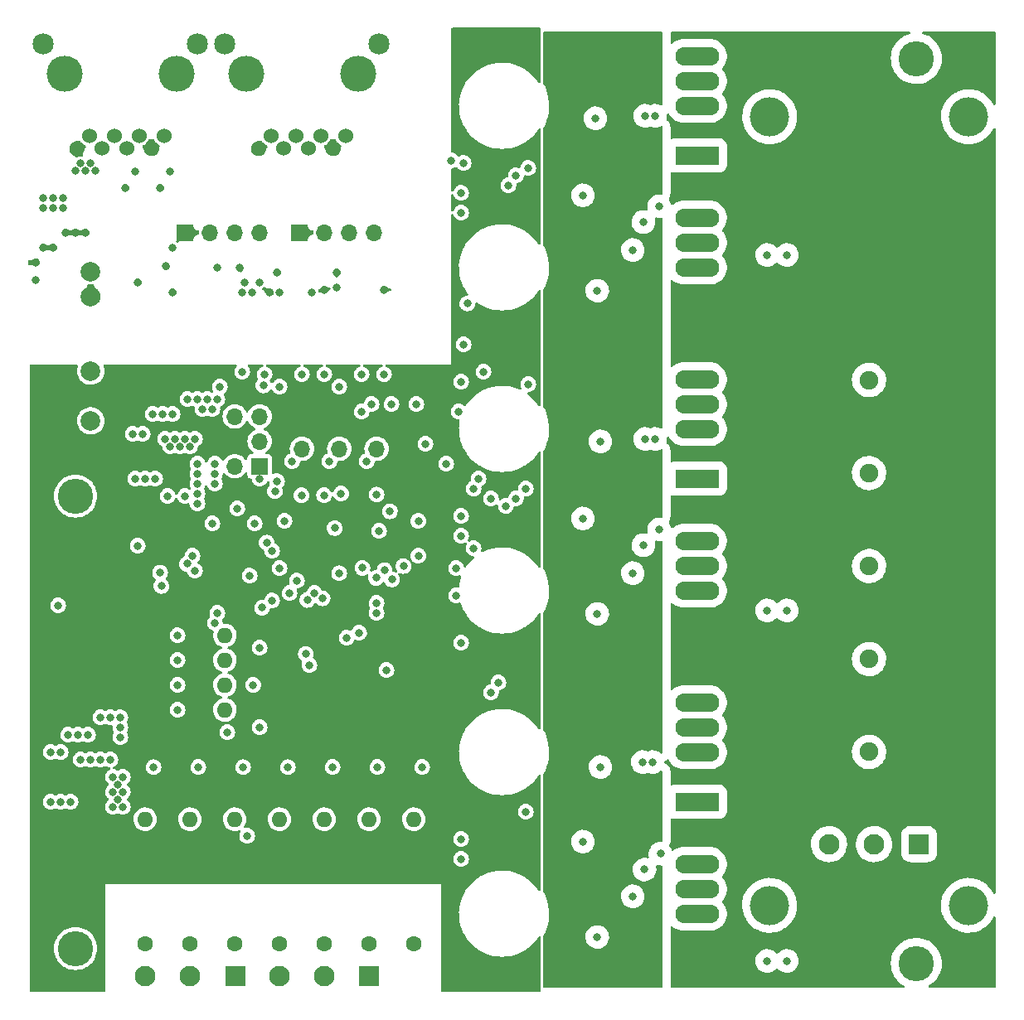
<source format=gbr>
%TF.GenerationSoftware,KiCad,Pcbnew,(6.0.9)*%
%TF.CreationDate,2023-06-09T19:15:00-04:00*%
%TF.ProjectId,HV servo drive v1,48562073-6572-4766-9f20-647269766520,rev?*%
%TF.SameCoordinates,Original*%
%TF.FileFunction,Copper,L2,Inr*%
%TF.FilePolarity,Positive*%
%FSLAX46Y46*%
G04 Gerber Fmt 4.6, Leading zero omitted, Abs format (unit mm)*
G04 Created by KiCad (PCBNEW (6.0.9)) date 2023-06-09 19:15:00*
%MOMM*%
%LPD*%
G01*
G04 APERTURE LIST*
G04 Aperture macros list*
%AMRoundRect*
0 Rectangle with rounded corners*
0 $1 Rounding radius*
0 $2 $3 $4 $5 $6 $7 $8 $9 X,Y pos of 4 corners*
0 Add a 4 corners polygon primitive as box body*
4,1,4,$2,$3,$4,$5,$6,$7,$8,$9,$2,$3,0*
0 Add four circle primitives for the rounded corners*
1,1,$1+$1,$2,$3*
1,1,$1+$1,$4,$5*
1,1,$1+$1,$6,$7*
1,1,$1+$1,$8,$9*
0 Add four rect primitives between the rounded corners*
20,1,$1+$1,$2,$3,$4,$5,0*
20,1,$1+$1,$4,$5,$6,$7,0*
20,1,$1+$1,$6,$7,$8,$9,0*
20,1,$1+$1,$8,$9,$2,$3,0*%
G04 Aperture macros list end*
%TA.AperFunction,ComponentPad*%
%ADD10C,3.600000*%
%TD*%
%TA.AperFunction,ComponentPad*%
%ADD11C,4.000000*%
%TD*%
%TA.AperFunction,ComponentPad*%
%ADD12R,1.700000X1.700000*%
%TD*%
%TA.AperFunction,ComponentPad*%
%ADD13O,1.700000X1.700000*%
%TD*%
%TA.AperFunction,ComponentPad*%
%ADD14C,1.600000*%
%TD*%
%TA.AperFunction,ComponentPad*%
%ADD15O,1.600000X1.600000*%
%TD*%
%TA.AperFunction,ComponentPad*%
%ADD16RoundRect,0.250001X0.799999X0.799999X-0.799999X0.799999X-0.799999X-0.799999X0.799999X-0.799999X0*%
%TD*%
%TA.AperFunction,ComponentPad*%
%ADD17C,2.100000*%
%TD*%
%TA.AperFunction,ComponentPad*%
%ADD18R,1.600000X1.600000*%
%TD*%
%TA.AperFunction,ComponentPad*%
%ADD19C,1.524000*%
%TD*%
%TA.AperFunction,ComponentPad*%
%ADD20C,2.159000*%
%TD*%
%TA.AperFunction,ComponentPad*%
%ADD21C,3.683000*%
%TD*%
%TA.AperFunction,ComponentPad*%
%ADD22C,1.905000*%
%TD*%
%TA.AperFunction,ComponentPad*%
%ADD23C,2.000000*%
%TD*%
%TA.AperFunction,ComponentPad*%
%ADD24R,4.500000X1.905000*%
%TD*%
%TA.AperFunction,ComponentPad*%
%ADD25O,4.500000X1.905000*%
%TD*%
%TA.AperFunction,ViaPad*%
%ADD26C,0.800000*%
%TD*%
G04 APERTURE END LIST*
D10*
%TO.N,N/C*%
%TO.C,H4*%
X108458000Y-99822000D03*
%TD*%
%TO.N,N/C*%
%TO.C,H3*%
X108458000Y-146050000D03*
%TD*%
D11*
%TO.N,+VDC*%
%TO.C,C9*%
X199638000Y-98552000D03*
X179338000Y-98552000D03*
%TO.N,-VDC*%
X199638000Y-61052000D03*
X179338000Y-61052000D03*
%TD*%
%TO.N,+VDC*%
%TO.C,C8*%
X179330000Y-104140000D03*
X199630000Y-104140000D03*
%TO.N,-VDC*%
X179330000Y-141640000D03*
X199630000Y-141640000D03*
%TD*%
D10*
%TO.N,GND*%
%TO.C,H2*%
X194310000Y-55118000D03*
%TD*%
%TO.N,GND*%
%TO.C,H1*%
X194310000Y-147574000D03*
%TD*%
D12*
%TO.N,SWDIO*%
%TO.C,J3*%
X127254000Y-96774000D03*
D13*
%TO.N,RESET*%
X124714000Y-96774000D03*
%TO.N,SWCLK*%
X127254000Y-94234000D03*
%TO.N,+3.3V*%
X124714000Y-94234000D03*
%TO.N,SWO*%
X127254000Y-91694000D03*
%TO.N,GND2*%
X124714000Y-91694000D03*
%TD*%
D12*
%TO.N,+3.3V*%
%TO.C,TH3*%
X139192000Y-92451000D03*
D13*
%TO.N,BOARD_TEMP_1_ADC*%
X139192000Y-94991000D03*
%TD*%
D12*
%TO.N,+3.3V*%
%TO.C,TH2*%
X131572000Y-92451000D03*
D13*
%TO.N,HEATSINK_TEMP_2_ADC*%
X131572000Y-94991000D03*
%TD*%
D12*
%TO.N,+3.3V*%
%TO.C,TH1*%
X135382000Y-92451000D03*
D13*
%TO.N,HEATSINK_TEMP_1_ADC*%
X135382000Y-94991000D03*
%TD*%
D14*
%TO.N,+VDC*%
%TO.C,R44*%
X143002000Y-145542000D03*
D15*
%TO.N,VBUS_ADC*%
X143002000Y-132842000D03*
%TD*%
D16*
%TO.N,U*%
%TO.C,J6*%
X194592000Y-135382000D03*
D17*
%TO.N,V*%
X189992000Y-135382000D03*
%TO.N,W*%
X185392000Y-135382000D03*
%TD*%
D14*
%TO.N,Net-(J7-Pad2)*%
%TO.C,R40*%
X133858000Y-145542000D03*
D15*
%TO.N,V_ADC*%
X133858000Y-132842000D03*
%TD*%
D14*
%TO.N,Net-(J5-Pad3)*%
%TO.C,R29*%
X115570000Y-145542000D03*
D15*
%TO.N,WM_ADC*%
X115570000Y-132842000D03*
%TD*%
D18*
%TO.N,+3.3V*%
%TO.C,SW1*%
X116088000Y-114056000D03*
D15*
X116088000Y-116596000D03*
X116088000Y-119136000D03*
X116088000Y-121676000D03*
%TO.N,DIP_4*%
X123708000Y-121676000D03*
%TO.N,DIP_3*%
X123708000Y-119136000D03*
%TO.N,DIP_2*%
X123708000Y-116596000D03*
%TO.N,DIP_1*%
X123708000Y-114056000D03*
%TD*%
D19*
%TO.N,GND1*%
%TO.C,J1*%
X127127000Y-64325500D03*
%TO.N,24V_ISO*%
X128397000Y-63055500D03*
%TO.N,TX-*%
X129667000Y-64325500D03*
%TO.N,RX+*%
X130937000Y-63055500D03*
%TO.N,RX-*%
X132207000Y-64325500D03*
%TO.N,TX+*%
X133477000Y-63055500D03*
%TO.N,GND1*%
X134747000Y-64325500D03*
%TO.N,24V_ISO*%
X136017000Y-63055500D03*
D20*
%TO.N,N/C*%
X123698000Y-53657500D03*
X139446000Y-53657500D03*
D21*
X125857000Y-56705500D03*
X137287000Y-56705500D03*
%TD*%
D22*
%TO.N,+VDC*%
%TO.C,J4*%
X189484901Y-78466651D03*
%TO.N,-VDC*%
X189484901Y-87966649D03*
%TO.N,U*%
X189484901Y-97466648D03*
%TO.N,V*%
X189484901Y-106966647D03*
%TO.N,W*%
X189484901Y-116466646D03*
%TO.N,GND*%
X189484901Y-125966645D03*
%TD*%
D16*
%TO.N,Net-(J5-Pad1)*%
%TO.C,J5*%
X124770000Y-148844000D03*
D17*
%TO.N,Net-(J5-Pad2)*%
X120170000Y-148844000D03*
%TO.N,Net-(J5-Pad3)*%
X115570000Y-148844000D03*
%TD*%
D14*
%TO.N,Net-(J5-Pad2)*%
%TO.C,R27*%
X120142000Y-145542000D03*
D15*
%TO.N,VM_ADC*%
X120142000Y-132842000D03*
%TD*%
D16*
%TO.N,Net-(J7-Pad1)*%
%TO.C,J7*%
X138458000Y-148844000D03*
D17*
%TO.N,Net-(J7-Pad2)*%
X133858000Y-148844000D03*
%TO.N,Net-(J7-Pad3)*%
X129258000Y-148844000D03*
%TD*%
D12*
%TO.N,GND1*%
%TO.C,M2*%
X131328000Y-72898000D03*
D13*
%TO.N,24V_ISO*%
X133868000Y-72898000D03*
%TO.N,TACH_2_ISO*%
X136408000Y-72898000D03*
%TO.N,FAN_PWM_ISO*%
X138948000Y-72898000D03*
%TD*%
D14*
%TO.N,Net-(J5-Pad1)*%
%TO.C,R25*%
X124714000Y-145542000D03*
D15*
%TO.N,UM_ADC*%
X124714000Y-132842000D03*
%TD*%
D23*
%TO.N,GND1*%
%TO.C,U7*%
X110007825Y-79435425D03*
%TO.N,24V_ISO*%
X110007825Y-76895425D03*
%TO.N,GND2*%
X110007825Y-87055425D03*
%TO.N,+24V*%
X110007825Y-92135425D03*
%TD*%
D12*
%TO.N,GND1*%
%TO.C,M1*%
X119644000Y-72898000D03*
D13*
%TO.N,24V_ISO*%
X122184000Y-72898000D03*
%TO.N,TACH_1_ISO*%
X124724000Y-72898000D03*
%TO.N,FAN_PWM_ISO*%
X127264000Y-72898000D03*
%TD*%
D14*
%TO.N,Net-(J7-Pad3)*%
%TO.C,R42*%
X129286000Y-145542000D03*
D15*
%TO.N,W_ADC*%
X129286000Y-132842000D03*
%TD*%
D19*
%TO.N,GND1*%
%TO.C,J2*%
X108585000Y-64325500D03*
%TO.N,24V_ISO*%
X109855000Y-63055500D03*
%TO.N,TX-*%
X111125000Y-64325500D03*
%TO.N,RX+*%
X112395000Y-63055500D03*
%TO.N,RX-*%
X113665000Y-64325500D03*
%TO.N,TX+*%
X114935000Y-63055500D03*
%TO.N,GND1*%
X116205000Y-64325500D03*
%TO.N,24V_ISO*%
X117475000Y-63055500D03*
D20*
%TO.N,N/C*%
X105156000Y-53657500D03*
X120904000Y-53657500D03*
D21*
X107315000Y-56705500D03*
X118745000Y-56705500D03*
%TD*%
D14*
%TO.N,Net-(J7-Pad1)*%
%TO.C,R38*%
X138430000Y-145542000D03*
D15*
%TO.N,U_ADC*%
X138430000Y-132842000D03*
%TD*%
D24*
%TO.N,+VDC*%
%TO.C,Q1*%
X171910000Y-114554000D03*
D25*
%TO.N,Net-(Q1-Pad2)*%
X171910000Y-109474000D03*
%TO.N,Net-(C52-Pad2)*%
X171910000Y-106934000D03*
%TO.N,Net-(Q1-Pad4)*%
X171910000Y-104394000D03*
%TD*%
D24*
%TO.N,+VDC*%
%TO.C,Q5*%
X171910000Y-147574000D03*
D25*
%TO.N,Net-(Q5-Pad2)*%
X171910000Y-142494000D03*
%TO.N,Net-(C57-Pad2)*%
X171910000Y-139954000D03*
%TO.N,Net-(Q5-Pad4)*%
X171910000Y-137414000D03*
%TD*%
D24*
%TO.N,Net-(Q1-Pad2)*%
%TO.C,Q2*%
X171910000Y-98044000D03*
D25*
%TO.N,-VDC*%
X171910000Y-92964000D03*
%TO.N,Net-(C53-Pad2)*%
X171910000Y-90424000D03*
%TO.N,Net-(Q2-Pad4)*%
X171910000Y-87884000D03*
%TD*%
D24*
%TO.N,Net-(Q3-Pad2)*%
%TO.C,Q4*%
X171910000Y-65024000D03*
D25*
%TO.N,-VDC*%
X171910000Y-59944000D03*
%TO.N,Net-(C55-Pad2)*%
X171910000Y-57404000D03*
%TO.N,Net-(Q4-Pad4)*%
X171910000Y-54864000D03*
%TD*%
D24*
%TO.N,Net-(Q5-Pad2)*%
%TO.C,Q6*%
X171910000Y-131064000D03*
D25*
%TO.N,-VDC*%
X171910000Y-125984000D03*
%TO.N,Net-(C58-Pad2)*%
X171910000Y-123444000D03*
%TO.N,Net-(Q6-Pad4)*%
X171910000Y-120904000D03*
%TD*%
D24*
%TO.N,+VDC*%
%TO.C,Q3*%
X171910000Y-81534000D03*
D25*
%TO.N,Net-(Q3-Pad2)*%
X171910000Y-76454000D03*
%TO.N,Net-(C54-Pad2)*%
X171910000Y-73914000D03*
%TO.N,Net-(Q3-Pad4)*%
X171910000Y-71374000D03*
%TD*%
D26*
%TO.N,W*%
X181102000Y-147320000D03*
%TO.N,Net-(Q5-Pad2)*%
X179070000Y-147320000D03*
%TO.N,BOOT*%
X126746000Y-102616000D03*
X124972299Y-101096299D03*
%TO.N,VM_ADC*%
X127508000Y-111233597D03*
%TO.N,UM_ADC*%
X123952000Y-123952000D03*
X126592500Y-119126000D03*
%TO.N,VM_ADC*%
X122682000Y-112776000D03*
%TO.N,WM_ADC*%
X128524000Y-110490000D03*
X122936000Y-111760000D03*
%TO.N,CONTROL_SUPPLY_ADC*%
X131967911Y-115944687D03*
%TO.N,GATE_SUPPLY_ADC*%
X132338299Y-117089701D03*
%TO.N,HEATSINK_TEMP_2_ADC*%
X127969576Y-104578364D03*
%TO.N,HEATSINK_TEMP_1_ADC*%
X135573500Y-99568000D03*
%TO.N,U_DATA*%
X133835500Y-99736403D03*
X131529864Y-99733599D03*
%TO.N,BOARD_TEMP_1_ADC*%
X128524000Y-105410000D03*
%TO.N,RESET*%
X122428000Y-102616000D03*
%TO.N,SWDIO*%
X134907201Y-103082201D03*
%TO.N,SWO*%
X129794000Y-102362000D03*
%TO.N,LED_4*%
X126238000Y-107950000D03*
%TO.N,LED_3*%
X119841576Y-106749636D03*
%TO.N,GND2*%
X118872000Y-121666000D03*
X118872000Y-119126000D03*
X118872000Y-116586000D03*
X118872000Y-114046000D03*
%TO.N,DIP_1*%
X130302000Y-109728000D03*
%TO.N,DIP_2*%
X132118000Y-110434411D03*
%TO.N,DIP_3*%
X132842500Y-109728000D03*
%TO.N,DIP_4*%
X133680487Y-110272778D03*
%TO.N,FAN_PWM*%
X137667647Y-91186354D03*
X129032000Y-98298000D03*
%TO.N,RX*%
X125476000Y-87122000D03*
X127639299Y-88514701D03*
%TO.N,TACH_1*%
X131572000Y-87376000D03*
X138679701Y-90428299D03*
X140720299Y-90419701D03*
X139151842Y-108170987D03*
%TO.N,TACH_2*%
X137668000Y-87376000D03*
X135377204Y-107709395D03*
%TO.N,TX_EN*%
X140557500Y-101378506D03*
X137750323Y-107167545D03*
%TO.N,U_DATA*%
X139195943Y-99673756D03*
X128824490Y-99314239D03*
%TO.N,UH*%
X143256000Y-90424000D03*
X140012503Y-107383497D03*
%TO.N,VH*%
X143460000Y-102362000D03*
X140753500Y-108335299D03*
%TO.N,V_DATA*%
X141934014Y-106968789D03*
X131064000Y-108458000D03*
%TO.N,VL*%
X143460000Y-105918000D03*
X139192000Y-110735402D03*
%TO.N,UL*%
X144184500Y-94488000D03*
X139192000Y-111760000D03*
%TO.N,GND2*%
X114808000Y-104902000D03*
%TO.N,Net-(D6-Pad2)*%
X117227170Y-109004099D03*
%TO.N,Net-(D5-Pad2)*%
X117089500Y-107637500D03*
%TO.N,GND2*%
X138176000Y-96266000D03*
X134366000Y-96266000D03*
X130556000Y-96266000D03*
%TO.N,+24V*%
X125984000Y-134540500D03*
%TO.N,+3.3V*%
X130810000Y-123444000D03*
%TO.N,GND2*%
X127254000Y-123444000D03*
X106680000Y-110998000D03*
%TO.N,UL*%
X148082000Y-84328000D03*
X148082000Y-65786000D03*
%TO.N,UH*%
X146812000Y-65532000D03*
X167640000Y-60960000D03*
%TO.N,UL*%
X166624000Y-60960000D03*
%TO.N,U_DATA*%
X146304000Y-96520000D03*
X150114000Y-87122000D03*
X148464483Y-80135517D03*
X153416000Y-67056000D03*
%TO.N,GND2*%
X154686000Y-88392000D03*
%TO.N,VH*%
X149606000Y-98044000D03*
X167640000Y-93980000D03*
%TO.N,VL*%
X150876000Y-100076000D03*
X166624000Y-93980000D03*
%TO.N,V_DATA*%
X153416000Y-100076000D03*
X147320000Y-107188000D03*
%TO.N,U_CLOCK*%
X152400000Y-100838000D03*
X152654000Y-68072000D03*
X140208000Y-117602000D03*
%TO.N,WH*%
X151638000Y-118872000D03*
X167386000Y-127000000D03*
%TO.N,WL*%
X150876000Y-119888000D03*
X166370000Y-127000000D03*
%TO.N,+3.3V*%
X141224000Y-127508000D03*
X136652000Y-127508000D03*
X132080000Y-127508000D03*
X127508000Y-127508000D03*
X122936000Y-127508000D03*
X118364000Y-127508000D03*
X114046000Y-127508000D03*
%TO.N,GND2*%
X116419500Y-127523543D03*
X120991500Y-127508000D03*
X125563500Y-127523543D03*
X130135500Y-127523543D03*
X134707500Y-127508000D03*
X139279500Y-127508000D03*
X143851500Y-127508000D03*
X139954000Y-87376000D03*
X133858000Y-87376000D03*
X127762000Y-87376000D03*
%TO.N,+3.3V*%
X135128000Y-87376000D03*
%TO.N,GND2*%
X135382000Y-88646000D03*
%TO.N,+3.3V*%
X129032000Y-87376000D03*
%TO.N,GND2*%
X129286000Y-88646000D03*
X123190000Y-88646000D03*
%TO.N,+3.3V*%
X122936000Y-87376000D03*
X125984000Y-100076000D03*
%TO.N,GND2*%
X127254000Y-98044000D03*
X139446000Y-103378000D03*
%TO.N,+3.3V*%
X137414000Y-101854000D03*
X123190000Y-110490000D03*
X128524000Y-115316000D03*
%TO.N,GND2*%
X127254000Y-115316000D03*
%TO.N,+3.3V*%
X135890000Y-111760000D03*
%TO.N,GND2*%
X136144000Y-114300000D03*
X137414000Y-113792000D03*
%TO.N,+3.3V*%
X132842000Y-107188000D03*
%TO.N,GND2*%
X129286000Y-107188000D03*
X120650000Y-107442000D03*
X120396000Y-105918000D03*
%TO.N,+3.3V*%
X117348000Y-103124000D03*
X116332000Y-103124000D03*
X115316000Y-103124000D03*
X114300000Y-103124000D03*
X113538000Y-102362000D03*
X113538000Y-101346000D03*
%TO.N,GND2*%
X122682000Y-98552000D03*
X122682000Y-97536000D03*
X122682000Y-96520000D03*
X120904000Y-100584000D03*
X119634000Y-99822000D03*
X120904000Y-99568000D03*
X120904000Y-98552000D03*
X120904000Y-97536000D03*
X120904000Y-96520000D03*
%TO.N,Net-(C42-Pad1)*%
X117856000Y-99822000D03*
X114554000Y-98044000D03*
X115570000Y-98044000D03*
X116586000Y-98044000D03*
%TO.N,+24V*%
X120142000Y-94742000D03*
X119126000Y-94742000D03*
X118110000Y-94742000D03*
X120650000Y-93980000D03*
X119634000Y-93980000D03*
X118618000Y-93980000D03*
X117602000Y-93980000D03*
%TO.N,Net-(C37-Pad2)*%
X114300000Y-93472000D03*
X115316000Y-93472000D03*
%TO.N,GND2*%
X121412000Y-90932000D03*
X122428000Y-90932000D03*
X122936000Y-89916000D03*
X121920000Y-89916000D03*
X120904000Y-89916000D03*
X119888000Y-89916000D03*
X118364000Y-91440000D03*
X117348000Y-91440000D03*
X116332000Y-91440000D03*
X107696000Y-124206000D03*
X108712000Y-124206000D03*
X109728000Y-124206000D03*
%TO.N,Net-(C38-Pad2)*%
X105918000Y-125984000D03*
X106934000Y-125984000D03*
%TO.N,+15V*%
X107950000Y-131064000D03*
X106934000Y-131064000D03*
X105918000Y-131064000D03*
%TO.N,GND2*%
X112776000Y-130810000D03*
X112776000Y-129286000D03*
X113284000Y-130048000D03*
X112268000Y-130048000D03*
X112268000Y-131572000D03*
X113284000Y-131572000D03*
X113284000Y-128524000D03*
X112268000Y-128524000D03*
%TO.N,+24V*%
X112014000Y-126746000D03*
X110998000Y-126746000D03*
X109982000Y-126746000D03*
X108966000Y-126746000D03*
%TO.N,GND2*%
X113030000Y-124460000D03*
X113030000Y-123444000D03*
X113030000Y-122428000D03*
X112014000Y-122428000D03*
X110998000Y-122428000D03*
X147828000Y-114808000D03*
X147320000Y-109982000D03*
X149098000Y-105156000D03*
X149098000Y-99060000D03*
X147574000Y-91186000D03*
X147828000Y-88138000D03*
%TO.N,GND1*%
X133858000Y-78740000D03*
X117094000Y-68326000D03*
X107442000Y-72898000D03*
X106172000Y-74422000D03*
X125222000Y-76491500D03*
X109474000Y-72898000D03*
X104394000Y-75946000D03*
X139954000Y-78740000D03*
X118364000Y-78994000D03*
X117685432Y-76318691D03*
X129032000Y-76962000D03*
X114808000Y-77978000D03*
X135128000Y-76962000D03*
X113538000Y-68326000D03*
X105156000Y-74422000D03*
X108458000Y-72898000D03*
X128270000Y-78994000D03*
%TO.N,+15V*%
X159004000Y-133096000D03*
X159258000Y-67310000D03*
X163068000Y-70358000D03*
X159004000Y-100076000D03*
X163068000Y-136398000D03*
X163068000Y-103632000D03*
%TO.N,GND2*%
X160256500Y-69088000D03*
X147828000Y-101854000D03*
X154432000Y-132080000D03*
X160256500Y-135128000D03*
X160256500Y-102108000D03*
X154686000Y-66294000D03*
X147828000Y-68834000D03*
X147828000Y-136906000D03*
X147828000Y-134874000D03*
X147828000Y-70866000D03*
X154432000Y-99060000D03*
X147828000Y-103886000D03*
%TO.N,+3.3V*%
X151892000Y-103632000D03*
X151892000Y-136652000D03*
X151892000Y-70612000D03*
%TO.N,U*%
X181102000Y-75184000D03*
%TO.N,Net-(Q1-Pad2)*%
X179070000Y-111506000D03*
%TO.N,V*%
X181102000Y-111506000D03*
%TO.N,Net-(Q3-Pad2)*%
X179070000Y-75184000D03*
%TO.N,+5V*%
X118364000Y-74422000D03*
X109982000Y-65786000D03*
X108966000Y-65786000D03*
X110490000Y-66548000D03*
X129286000Y-78994000D03*
X108458000Y-66548000D03*
X104394000Y-77724000D03*
X109474000Y-66548000D03*
X122936000Y-76454000D03*
X135128000Y-78486000D03*
%TO.N,24V_ISO*%
X107188000Y-70358000D03*
X106172000Y-70358000D03*
X106172000Y-69342000D03*
X105156000Y-70358000D03*
X105156000Y-69342000D03*
X107188000Y-69342000D03*
%TO.N,Net-(C52-Pad1)*%
X162052000Y-94234000D03*
X166430284Y-104841715D03*
X168056277Y-103215724D03*
%TO.N,Net-(C54-Pad1)*%
X168056277Y-70195724D03*
X166430284Y-71821715D03*
X161544000Y-61214000D03*
%TO.N,Net-(C57-Pad1)*%
X162052000Y-127508000D03*
X168183277Y-136362724D03*
X166557284Y-137988716D03*
%TO.N,Net-(C65-Pad1)*%
X165354000Y-107696000D03*
X161732000Y-111848077D03*
%TO.N,Net-(C66-Pad1)*%
X165354000Y-74676000D03*
X161732000Y-78828077D03*
%TO.N,Net-(C67-Pad1)*%
X165354000Y-140716000D03*
X161732000Y-144868077D03*
%TO.N,RX+*%
X118110000Y-66635500D03*
%TO.N,TX+*%
X114554000Y-66635500D03*
%TO.N,RX_ISO*%
X125476000Y-78994000D03*
%TO.N,TX_EN_ISO*%
X132588000Y-78994000D03*
X127216500Y-77978000D03*
X125730000Y-77978000D03*
%TO.N,TX_ISO*%
X126492000Y-78994000D03*
%TD*%
%TA.AperFunction,Conductor*%
%TO.N,GND1*%
G36*
X110273017Y-78151595D02*
G01*
X110324009Y-78200995D01*
X110339371Y-78247113D01*
X110341704Y-78265317D01*
X110348696Y-78292033D01*
X110365505Y-78356258D01*
X110368020Y-78365869D01*
X110372667Y-78373593D01*
X110372667Y-78373594D01*
X110373968Y-78375756D01*
X110433418Y-78474582D01*
X110445324Y-78488756D01*
X110465854Y-78513198D01*
X110465857Y-78513200D01*
X110475675Y-78524889D01*
X110477635Y-78523243D01*
X110483597Y-78528326D01*
X110528083Y-78576535D01*
X110534185Y-78583148D01*
X110538070Y-78586216D01*
X110538073Y-78586219D01*
X110680624Y-78698799D01*
X110695724Y-78712880D01*
X110730663Y-78751277D01*
X110791903Y-78818579D01*
X110804502Y-78834939D01*
X110882119Y-78954916D01*
X110891876Y-78973113D01*
X110898544Y-78988448D01*
X110898545Y-78988449D01*
X110948861Y-79104171D01*
X110955511Y-79123704D01*
X110971530Y-79187477D01*
X110990328Y-79262314D01*
X110993700Y-79282686D01*
X111006668Y-79440421D01*
X111007054Y-79453823D01*
X111006760Y-79465854D01*
X111005720Y-79479222D01*
X110985061Y-79636149D01*
X110980697Y-79656330D01*
X110975694Y-79672798D01*
X110959164Y-79727205D01*
X110958469Y-79729491D01*
X110950636Y-79759303D01*
X110946476Y-79778000D01*
X110942736Y-79796922D01*
X110942030Y-79846346D01*
X110941467Y-79885799D01*
X110920495Y-79953627D01*
X110866181Y-79999349D01*
X110815480Y-80010000D01*
X109196614Y-80010000D01*
X109128493Y-79989998D01*
X109082000Y-79936342D01*
X109070634Y-79886268D01*
X109070166Y-79860278D01*
X109069961Y-79848884D01*
X109068051Y-79848918D01*
X109067572Y-79846346D01*
X109062730Y-79771466D01*
X109062730Y-79771465D01*
X109062410Y-79766519D01*
X109021388Y-79584490D01*
X109018514Y-79564043D01*
X109012852Y-79465854D01*
X109010287Y-79421368D01*
X109010792Y-79400731D01*
X109025979Y-79258632D01*
X109029848Y-79238350D01*
X109068035Y-79100653D01*
X109075164Y-79081275D01*
X109135332Y-78951653D01*
X109145529Y-78933703D01*
X109226063Y-78815646D01*
X109239054Y-78799603D01*
X109337783Y-78696289D01*
X109353224Y-78682580D01*
X109473715Y-78592112D01*
X109473719Y-78592109D01*
X109475317Y-78590909D01*
X109514591Y-78557301D01*
X109537570Y-78534948D01*
X109564911Y-78505582D01*
X109630480Y-78396971D01*
X109639993Y-78373566D01*
X109655689Y-78334951D01*
X109655692Y-78334943D01*
X109657213Y-78331200D01*
X109669567Y-78284297D01*
X109683501Y-78231392D01*
X109720194Y-78170612D01*
X109783922Y-78139319D01*
X109816323Y-78137963D01*
X110007825Y-78154717D01*
X110013300Y-78154238D01*
X110203412Y-78137606D01*
X110273017Y-78151595D01*
G37*
%TD.AperFunction*%
%TA.AperFunction,Conductor*%
G36*
X127771065Y-78461991D02*
G01*
X127798023Y-78480189D01*
X127798578Y-78479514D01*
X127801713Y-78482090D01*
X127804663Y-78484850D01*
X127807937Y-78487205D01*
X127807943Y-78487210D01*
X127872718Y-78533803D01*
X127889038Y-78545542D01*
X128008729Y-78587608D01*
X128046333Y-78594486D01*
X128074143Y-78599572D01*
X128074145Y-78599572D01*
X128078567Y-78600381D01*
X128130333Y-78602354D01*
X128189413Y-78604606D01*
X128189416Y-78604606D01*
X128193905Y-78604777D01*
X128258719Y-78597965D01*
X128286803Y-78598161D01*
X128346748Y-78605309D01*
X128374089Y-78611722D01*
X128430954Y-78631970D01*
X128456189Y-78644279D01*
X128492943Y-78667604D01*
X128574146Y-78704751D01*
X128627770Y-78751277D01*
X128647729Y-78819411D01*
X128646652Y-78835767D01*
X128634309Y-78929523D01*
X128628398Y-78974422D01*
X128626729Y-78987096D01*
X128644113Y-79144553D01*
X128644116Y-79144562D01*
X128640377Y-79212219D01*
X128598757Y-79269736D01*
X128570083Y-79286413D01*
X128506639Y-79312846D01*
X128502769Y-79315153D01*
X128502763Y-79315156D01*
X128446357Y-79348780D01*
X128420778Y-79360384D01*
X128369043Y-79377194D01*
X128364980Y-79378514D01*
X128329345Y-79395720D01*
X128323500Y-79398542D01*
X128253459Y-79410149D01*
X128208433Y-79395720D01*
X128194233Y-79387983D01*
X128194224Y-79387979D01*
X128190287Y-79385834D01*
X128104014Y-79353749D01*
X128078942Y-79341084D01*
X128028433Y-79308032D01*
X128006794Y-79290131D01*
X127964859Y-79246707D01*
X127947724Y-79224456D01*
X127916461Y-79172834D01*
X127904680Y-79147336D01*
X127886823Y-79093656D01*
X127886815Y-79093632D01*
X127886386Y-79092344D01*
X127885516Y-79090061D01*
X127881247Y-79078867D01*
X127873918Y-79059647D01*
X127865309Y-79039701D01*
X127855413Y-79018479D01*
X127781461Y-78915393D01*
X127752439Y-78886019D01*
X127734406Y-78867767D01*
X127734402Y-78867763D01*
X127731562Y-78864889D01*
X127649638Y-78800924D01*
X127568139Y-78768626D01*
X127512179Y-78724934D01*
X127488724Y-78657923D01*
X127505222Y-78588870D01*
X127557947Y-78538924D01*
X127581355Y-78527151D01*
X127622123Y-78492332D01*
X127636075Y-78480416D01*
X127700865Y-78451386D01*
X127771065Y-78461991D01*
G37*
%TD.AperFunction*%
%TA.AperFunction,Conductor*%
G36*
X118380809Y-78598162D02*
G01*
X118440748Y-78605310D01*
X118468089Y-78611722D01*
X118524954Y-78631970D01*
X118550186Y-78644277D01*
X118601159Y-78676625D01*
X118623046Y-78694223D01*
X118665577Y-78737051D01*
X118683026Y-78759067D01*
X118715007Y-78810248D01*
X118727144Y-78835579D01*
X118746995Y-78892582D01*
X118753218Y-78919970D01*
X118759904Y-78979566D01*
X118760372Y-78983739D01*
X118759931Y-79015320D01*
X118751312Y-79076650D01*
X118751000Y-79078867D01*
X118744016Y-79106068D01*
X118722581Y-79162496D01*
X118709742Y-79187477D01*
X118676337Y-79237754D01*
X118658283Y-79259269D01*
X118614579Y-79300889D01*
X118592203Y-79317874D01*
X118540357Y-79348780D01*
X118514777Y-79360384D01*
X118458980Y-79378514D01*
X118417500Y-79398542D01*
X118347459Y-79410149D01*
X118302433Y-79395720D01*
X118288233Y-79387983D01*
X118288224Y-79387979D01*
X118284287Y-79385834D01*
X118198014Y-79353749D01*
X118172942Y-79341084D01*
X118122433Y-79308032D01*
X118100794Y-79290131D01*
X118058859Y-79246707D01*
X118041724Y-79224456D01*
X118041724Y-79224455D01*
X118010461Y-79172834D01*
X117998678Y-79147333D01*
X117979627Y-79090061D01*
X117973787Y-79062587D01*
X117967896Y-79002511D01*
X117968289Y-78974422D01*
X117975854Y-78914543D01*
X117982458Y-78887243D01*
X117982757Y-78886422D01*
X118003101Y-78830527D01*
X118015586Y-78805376D01*
X118048289Y-78754630D01*
X118066043Y-78732863D01*
X118078748Y-78720422D01*
X118109162Y-78690638D01*
X118131297Y-78673344D01*
X118182708Y-78641716D01*
X118208124Y-78629756D01*
X118265255Y-78610307D01*
X118292689Y-78604275D01*
X118310964Y-78602354D01*
X118352722Y-78597965D01*
X118380809Y-78598162D01*
G37*
%TD.AperFunction*%
%TA.AperFunction,Conductor*%
G36*
X139970809Y-78344162D02*
G01*
X140030748Y-78351310D01*
X140058094Y-78357723D01*
X140080969Y-78365869D01*
X140114944Y-78377967D01*
X140140190Y-78390281D01*
X140191167Y-78422632D01*
X140212203Y-78439379D01*
X140212437Y-78439610D01*
X140212863Y-78440039D01*
X140223785Y-78450633D01*
X140230679Y-78457073D01*
X140339031Y-78529603D01*
X140343657Y-78531715D01*
X140343661Y-78531718D01*
X140373931Y-78545542D01*
X140403611Y-78559097D01*
X140407470Y-78560290D01*
X140407472Y-78560291D01*
X140433903Y-78568464D01*
X140502922Y-78589805D01*
X140511931Y-78589934D01*
X140511933Y-78589934D01*
X140591799Y-78591074D01*
X140659627Y-78612046D01*
X140705349Y-78666360D01*
X140716000Y-78717061D01*
X140716000Y-78760846D01*
X140695998Y-78828967D01*
X140642342Y-78875460D01*
X140594119Y-78886779D01*
X140501145Y-78889820D01*
X140380649Y-78929523D01*
X140317524Y-78962016D01*
X140223469Y-79028902D01*
X140204575Y-79046894D01*
X140182210Y-79063870D01*
X140130352Y-79094783D01*
X140104776Y-79106384D01*
X140047370Y-79125036D01*
X140019856Y-79130684D01*
X139997432Y-79132725D01*
X139959754Y-79136154D01*
X139931671Y-79135566D01*
X139891933Y-79130264D01*
X139871837Y-79127582D01*
X139844583Y-79120787D01*
X139788016Y-79099750D01*
X139762944Y-79087085D01*
X139712434Y-79054033D01*
X139690794Y-79036131D01*
X139648859Y-78992707D01*
X139631724Y-78970456D01*
X139630672Y-78968718D01*
X139600461Y-78918834D01*
X139588678Y-78893333D01*
X139578387Y-78862395D01*
X139569627Y-78836061D01*
X139563787Y-78808587D01*
X139557896Y-78748511D01*
X139558289Y-78720422D01*
X139565854Y-78660543D01*
X139572458Y-78633243D01*
X139593101Y-78576527D01*
X139605586Y-78551376D01*
X139638289Y-78500630D01*
X139656043Y-78478863D01*
X139656544Y-78478373D01*
X139685270Y-78450242D01*
X139699162Y-78436638D01*
X139721297Y-78419344D01*
X139772708Y-78387716D01*
X139798124Y-78375756D01*
X139855255Y-78356307D01*
X139882689Y-78350275D01*
X139900840Y-78348367D01*
X139942722Y-78343965D01*
X139970809Y-78344162D01*
G37*
%TD.AperFunction*%
%TA.AperFunction,Conductor*%
G36*
X133874809Y-78344162D02*
G01*
X133934748Y-78351310D01*
X133962089Y-78357722D01*
X134018954Y-78377970D01*
X134044186Y-78390277D01*
X134077992Y-78411731D01*
X134080962Y-78413203D01*
X134151426Y-78448127D01*
X134151433Y-78448130D01*
X134154401Y-78449601D01*
X134203825Y-78467911D01*
X134275042Y-78487139D01*
X134282860Y-78487261D01*
X134282863Y-78487261D01*
X134351662Y-78488330D01*
X134358863Y-78488442D01*
X134426665Y-78509501D01*
X134472318Y-78563872D01*
X134482143Y-78600599D01*
X134485964Y-78635205D01*
X134486113Y-78636554D01*
X134485590Y-78636612D01*
X134481950Y-78702417D01*
X134440325Y-78759932D01*
X134420486Y-78771524D01*
X134420287Y-78771576D01*
X134311582Y-78836989D01*
X134307797Y-78840169D01*
X134307793Y-78840172D01*
X134287550Y-78857181D01*
X134257226Y-78882659D01*
X134227977Y-78915393D01*
X134188156Y-78959959D01*
X134180329Y-78968718D01*
X134170343Y-78983749D01*
X134152285Y-79005269D01*
X134108577Y-79046891D01*
X134086203Y-79063874D01*
X134034357Y-79094780D01*
X134008776Y-79106384D01*
X133951371Y-79125036D01*
X133923856Y-79130684D01*
X133901432Y-79132725D01*
X133863754Y-79136154D01*
X133835671Y-79135566D01*
X133795933Y-79130264D01*
X133775837Y-79127582D01*
X133748584Y-79120787D01*
X133692013Y-79099749D01*
X133666939Y-79087083D01*
X133644055Y-79072108D01*
X133641101Y-79070592D01*
X133571132Y-79034689D01*
X133571126Y-79034686D01*
X133568171Y-79033170D01*
X133565070Y-79031972D01*
X133565066Y-79031970D01*
X133521689Y-79015209D01*
X133521683Y-79015207D01*
X133519007Y-79014173D01*
X133448074Y-78993956D01*
X133440249Y-78993725D01*
X133428092Y-78993366D01*
X133354929Y-78991207D01*
X133287429Y-78969204D01*
X133242539Y-78914200D01*
X133233560Y-78880399D01*
X133228276Y-78836733D01*
X133231046Y-78836398D01*
X133233649Y-78778522D01*
X133274677Y-78720581D01*
X133297993Y-78706574D01*
X133302358Y-78705366D01*
X133410140Y-78638443D01*
X133463852Y-78592020D01*
X133539541Y-78504893D01*
X133542284Y-78500636D01*
X133542913Y-78499865D01*
X133544678Y-78497514D01*
X133544773Y-78497585D01*
X133560038Y-78478868D01*
X133560544Y-78478373D01*
X133589270Y-78450242D01*
X133603162Y-78436638D01*
X133625297Y-78419344D01*
X133676708Y-78387716D01*
X133702124Y-78375756D01*
X133759255Y-78356307D01*
X133786689Y-78350275D01*
X133804840Y-78348367D01*
X133846722Y-78343965D01*
X133874809Y-78344162D01*
G37*
%TD.AperFunction*%
%TA.AperFunction,Conductor*%
G36*
X114824809Y-77582162D02*
G01*
X114884748Y-77589310D01*
X114912089Y-77595722D01*
X114968954Y-77615970D01*
X114994186Y-77628277D01*
X115045159Y-77660625D01*
X115067046Y-77678223D01*
X115109577Y-77721051D01*
X115127026Y-77743067D01*
X115159007Y-77794248D01*
X115171145Y-77819581D01*
X115190995Y-77876584D01*
X115197218Y-77903974D01*
X115204371Y-77967741D01*
X115203930Y-77999322D01*
X115197288Y-78046587D01*
X115195216Y-78061332D01*
X115195000Y-78062866D01*
X115188016Y-78090068D01*
X115166581Y-78146496D01*
X115153742Y-78171477D01*
X115120337Y-78221754D01*
X115102283Y-78243269D01*
X115058579Y-78284889D01*
X115036203Y-78301874D01*
X114984357Y-78332780D01*
X114958776Y-78344384D01*
X114901371Y-78363036D01*
X114873856Y-78368684D01*
X114851432Y-78370725D01*
X114813754Y-78374154D01*
X114785671Y-78373566D01*
X114745933Y-78368264D01*
X114725837Y-78365582D01*
X114698583Y-78358787D01*
X114691915Y-78356307D01*
X114659257Y-78344162D01*
X114642016Y-78337750D01*
X114616944Y-78325085D01*
X114566434Y-78292033D01*
X114544794Y-78274131D01*
X114502859Y-78230707D01*
X114485724Y-78208456D01*
X114454461Y-78156834D01*
X114442678Y-78131333D01*
X114423627Y-78074061D01*
X114417787Y-78046587D01*
X114411896Y-77986511D01*
X114412289Y-77958422D01*
X114419854Y-77898543D01*
X114426458Y-77871243D01*
X114440912Y-77831530D01*
X114447101Y-77814527D01*
X114459586Y-77789376D01*
X114492289Y-77738630D01*
X114510043Y-77716863D01*
X114553162Y-77674638D01*
X114575297Y-77657344D01*
X114626708Y-77625716D01*
X114652124Y-77613756D01*
X114709255Y-77594307D01*
X114736689Y-77588275D01*
X114754840Y-77586367D01*
X114796722Y-77581965D01*
X114824809Y-77582162D01*
G37*
%TD.AperFunction*%
%TA.AperFunction,Conductor*%
G36*
X135144809Y-76566162D02*
G01*
X135204748Y-76573310D01*
X135232089Y-76579722D01*
X135288954Y-76599970D01*
X135314186Y-76612277D01*
X135365159Y-76644625D01*
X135387046Y-76662223D01*
X135395101Y-76670334D01*
X135424043Y-76699478D01*
X135429577Y-76705051D01*
X135447026Y-76727067D01*
X135479007Y-76778248D01*
X135491145Y-76803581D01*
X135510995Y-76860584D01*
X135517218Y-76887974D01*
X135524371Y-76951741D01*
X135523930Y-76983322D01*
X135522758Y-76991664D01*
X135515898Y-77040479D01*
X135515000Y-77046866D01*
X135508016Y-77074068D01*
X135486581Y-77130496D01*
X135473743Y-77155475D01*
X135440339Y-77205752D01*
X135422285Y-77227269D01*
X135371078Y-77276033D01*
X135366479Y-77280413D01*
X135352677Y-77291801D01*
X135332049Y-77306491D01*
X135330096Y-77308136D01*
X135330091Y-77308140D01*
X135319834Y-77316780D01*
X135300872Y-77332753D01*
X135261802Y-77370411D01*
X135236556Y-77408965D01*
X135235138Y-77411131D01*
X135181087Y-77457163D01*
X135110729Y-77466666D01*
X135046403Y-77436621D01*
X135027710Y-77416056D01*
X135025634Y-77413192D01*
X135023050Y-77408965D01*
X134977001Y-77354928D01*
X134890404Y-77278632D01*
X134886432Y-77276033D01*
X134886113Y-77275769D01*
X134883061Y-77273445D01*
X134883155Y-77273322D01*
X134864799Y-77258136D01*
X134822859Y-77214707D01*
X134805724Y-77192456D01*
X134774461Y-77140834D01*
X134762678Y-77115333D01*
X134743627Y-77058061D01*
X134737787Y-77030587D01*
X134731896Y-76970511D01*
X134732289Y-76942422D01*
X134739854Y-76882543D01*
X134746458Y-76855243D01*
X134747911Y-76851250D01*
X134767101Y-76798527D01*
X134779586Y-76773376D01*
X134812289Y-76722630D01*
X134830043Y-76700863D01*
X134831458Y-76699478D01*
X134858015Y-76673471D01*
X134873162Y-76658638D01*
X134895297Y-76641344D01*
X134946708Y-76609716D01*
X134972124Y-76597756D01*
X135029255Y-76578307D01*
X135056689Y-76572275D01*
X135074840Y-76570367D01*
X135116722Y-76565965D01*
X135144809Y-76566162D01*
G37*
%TD.AperFunction*%
%TA.AperFunction,Conductor*%
G36*
X129048809Y-76566162D02*
G01*
X129108748Y-76573310D01*
X129136089Y-76579722D01*
X129192954Y-76599970D01*
X129218186Y-76612277D01*
X129269159Y-76644625D01*
X129291046Y-76662223D01*
X129299101Y-76670334D01*
X129328043Y-76699478D01*
X129333577Y-76705051D01*
X129351026Y-76727067D01*
X129383007Y-76778248D01*
X129395145Y-76803581D01*
X129414995Y-76860584D01*
X129421218Y-76887974D01*
X129428371Y-76951741D01*
X129427930Y-76983322D01*
X129426758Y-76991664D01*
X129419898Y-77040479D01*
X129419000Y-77046866D01*
X129412016Y-77074068D01*
X129390581Y-77130496D01*
X129377742Y-77155477D01*
X129344337Y-77205754D01*
X129326283Y-77227269D01*
X129282579Y-77268889D01*
X129260203Y-77285874D01*
X129208357Y-77316780D01*
X129182776Y-77328384D01*
X129125371Y-77347036D01*
X129097856Y-77352684D01*
X129075432Y-77354725D01*
X129037754Y-77358154D01*
X129009671Y-77357566D01*
X128967658Y-77351960D01*
X128949837Y-77349582D01*
X128922583Y-77342787D01*
X128866016Y-77321750D01*
X128840944Y-77309085D01*
X128790434Y-77276033D01*
X128768794Y-77258131D01*
X128726859Y-77214707D01*
X128709724Y-77192456D01*
X128678461Y-77140834D01*
X128666678Y-77115333D01*
X128647627Y-77058061D01*
X128641787Y-77030587D01*
X128635896Y-76970511D01*
X128636289Y-76942422D01*
X128643854Y-76882543D01*
X128650458Y-76855243D01*
X128651911Y-76851250D01*
X128671101Y-76798527D01*
X128683586Y-76773376D01*
X128716289Y-76722630D01*
X128734043Y-76700863D01*
X128735458Y-76699478D01*
X128762015Y-76673471D01*
X128777162Y-76658638D01*
X128799297Y-76641344D01*
X128850708Y-76609716D01*
X128876124Y-76597756D01*
X128933255Y-76578307D01*
X128960689Y-76572275D01*
X128978840Y-76570367D01*
X129020722Y-76565965D01*
X129048809Y-76566162D01*
G37*
%TD.AperFunction*%
%TA.AperFunction,Conductor*%
G36*
X125238809Y-76095662D02*
G01*
X125298748Y-76102810D01*
X125326089Y-76109222D01*
X125382954Y-76129470D01*
X125408186Y-76141777D01*
X125459159Y-76174125D01*
X125481046Y-76191723D01*
X125517196Y-76228125D01*
X125523577Y-76234551D01*
X125541026Y-76256567D01*
X125573007Y-76307748D01*
X125585145Y-76333081D01*
X125604995Y-76390084D01*
X125611218Y-76417474D01*
X125618371Y-76481241D01*
X125617930Y-76512822D01*
X125609000Y-76576364D01*
X125602014Y-76603573D01*
X125580580Y-76659997D01*
X125567742Y-76684978D01*
X125542726Y-76722631D01*
X125540254Y-76726351D01*
X125540252Y-76726354D01*
X125509014Y-76773372D01*
X125505293Y-76778972D01*
X125504459Y-76780385D01*
X125504451Y-76780398D01*
X125500185Y-76787628D01*
X125483332Y-76816186D01*
X125470958Y-76839965D01*
X125470442Y-76841060D01*
X125470430Y-76841083D01*
X125465634Y-76851250D01*
X125457461Y-76868575D01*
X125455962Y-76874579D01*
X125454916Y-76877510D01*
X125413186Y-76934948D01*
X125347027Y-76960707D01*
X125272551Y-76943886D01*
X125257294Y-76934948D01*
X125238887Y-76924164D01*
X125226284Y-76917468D01*
X125214623Y-76911273D01*
X125214620Y-76911272D01*
X125209094Y-76908336D01*
X125184751Y-76901081D01*
X125168288Y-76893533D01*
X125168461Y-76893068D01*
X125056014Y-76851250D01*
X125030942Y-76838584D01*
X124980433Y-76805532D01*
X124958794Y-76787631D01*
X124916859Y-76744207D01*
X124899724Y-76721956D01*
X124895418Y-76714845D01*
X124868461Y-76670334D01*
X124856678Y-76644833D01*
X124837627Y-76587561D01*
X124831787Y-76560087D01*
X124825896Y-76500011D01*
X124826289Y-76471922D01*
X124833854Y-76412043D01*
X124840458Y-76384743D01*
X124861101Y-76328027D01*
X124873586Y-76302876D01*
X124906289Y-76252130D01*
X124924043Y-76230363D01*
X124924446Y-76229969D01*
X124967162Y-76188138D01*
X124989297Y-76170844D01*
X125040708Y-76139216D01*
X125066124Y-76127256D01*
X125123255Y-76107807D01*
X125150689Y-76101775D01*
X125168840Y-76099867D01*
X125210722Y-76095465D01*
X125238809Y-76095662D01*
G37*
%TD.AperFunction*%
%TA.AperFunction,Conductor*%
G36*
X117702241Y-75922853D02*
G01*
X117762180Y-75930001D01*
X117789521Y-75936413D01*
X117846386Y-75956661D01*
X117871618Y-75968968D01*
X117922591Y-76001316D01*
X117944478Y-76018914D01*
X117987009Y-76061742D01*
X118004458Y-76083758D01*
X118036439Y-76134939D01*
X118048577Y-76160272D01*
X118068427Y-76217275D01*
X118074650Y-76244664D01*
X118077479Y-76269877D01*
X118081503Y-76305748D01*
X118081804Y-76308434D01*
X118081363Y-76340014D01*
X118074856Y-76386316D01*
X118074856Y-76386317D01*
X118074855Y-76386317D01*
X118072434Y-76403550D01*
X118065447Y-76430761D01*
X118058728Y-76448449D01*
X118044679Y-76485435D01*
X118044015Y-76487182D01*
X118031174Y-76512168D01*
X117997769Y-76562445D01*
X117979715Y-76583960D01*
X117936011Y-76625580D01*
X117913635Y-76642565D01*
X117861789Y-76673471D01*
X117836208Y-76685075D01*
X117778803Y-76703727D01*
X117751288Y-76709375D01*
X117736148Y-76710753D01*
X117691186Y-76714845D01*
X117663103Y-76714257D01*
X117623365Y-76708955D01*
X117603269Y-76706273D01*
X117576015Y-76699478D01*
X117519448Y-76678441D01*
X117494376Y-76665776D01*
X117443866Y-76632724D01*
X117422226Y-76614822D01*
X117380291Y-76571398D01*
X117363156Y-76549147D01*
X117331893Y-76497525D01*
X117320110Y-76472024D01*
X117301059Y-76414752D01*
X117295219Y-76387278D01*
X117289328Y-76327202D01*
X117289721Y-76299113D01*
X117297286Y-76239234D01*
X117303890Y-76211934D01*
X117324533Y-76155218D01*
X117337018Y-76130067D01*
X117369721Y-76079321D01*
X117387475Y-76057554D01*
X117430594Y-76015329D01*
X117452729Y-75998035D01*
X117504140Y-75966407D01*
X117529556Y-75954447D01*
X117586687Y-75934998D01*
X117614121Y-75928966D01*
X117632272Y-75927058D01*
X117674154Y-75922656D01*
X117702241Y-75922853D01*
G37*
%TD.AperFunction*%
%TA.AperFunction,Conductor*%
G36*
X104584189Y-75547775D02*
G01*
X104639648Y-75592102D01*
X104647233Y-75604373D01*
X104651358Y-75611992D01*
X104659914Y-75627792D01*
X104659868Y-75627817D01*
X104661971Y-75631112D01*
X104661770Y-75631221D01*
X104662397Y-75632378D01*
X104665086Y-75635995D01*
X104665091Y-75636003D01*
X104674430Y-75648567D01*
X104680978Y-75660792D01*
X104681433Y-75660508D01*
X104745007Y-75762248D01*
X104757145Y-75787581D01*
X104776995Y-75844583D01*
X104783218Y-75871974D01*
X104790371Y-75935741D01*
X104789930Y-75967322D01*
X104781000Y-76030866D01*
X104774016Y-76058068D01*
X104752581Y-76114496D01*
X104739742Y-76139477D01*
X104706337Y-76189754D01*
X104688285Y-76211268D01*
X104667965Y-76230620D01*
X104644576Y-76252893D01*
X104622203Y-76269875D01*
X104599628Y-76283332D01*
X104570354Y-76300782D01*
X104544777Y-76312385D01*
X104493717Y-76328975D01*
X104482949Y-76333081D01*
X104457202Y-76342898D01*
X104457192Y-76342902D01*
X104455742Y-76343455D01*
X104454307Y-76344086D01*
X104454293Y-76344092D01*
X104439710Y-76350507D01*
X104369302Y-76359628D01*
X104328695Y-76345818D01*
X104325527Y-76344092D01*
X104313508Y-76337544D01*
X104309303Y-76335980D01*
X104309296Y-76335977D01*
X104235233Y-76308434D01*
X104228008Y-76305747D01*
X104202937Y-76293082D01*
X104198404Y-76290116D01*
X104198405Y-76290116D01*
X104195528Y-76288234D01*
X104192477Y-76286683D01*
X104192470Y-76286679D01*
X104133233Y-76256567D01*
X104116768Y-76248197D01*
X104113571Y-76246989D01*
X104113563Y-76246986D01*
X104093037Y-76239234D01*
X104065708Y-76228912D01*
X104062827Y-76228126D01*
X104062823Y-76228125D01*
X103999245Y-76210787D01*
X103999246Y-76210787D01*
X103991578Y-76208696D01*
X103864723Y-76206885D01*
X103794449Y-76216989D01*
X103790542Y-76218076D01*
X103786579Y-76218908D01*
X103786285Y-76217506D01*
X103721294Y-76216587D01*
X103662117Y-76177361D01*
X103633541Y-76112369D01*
X103632500Y-76096205D01*
X103632500Y-75796155D01*
X103652502Y-75728034D01*
X103706158Y-75681541D01*
X103780656Y-75672118D01*
X103873605Y-75688721D01*
X103882473Y-75690305D01*
X103937772Y-75684262D01*
X104003662Y-75677061D01*
X104003666Y-75677060D01*
X104008591Y-75676522D01*
X104077093Y-75657863D01*
X104081211Y-75656080D01*
X104081215Y-75656078D01*
X104138603Y-75631221D01*
X104182999Y-75611992D01*
X104212705Y-75593717D01*
X104238122Y-75581757D01*
X104295256Y-75562307D01*
X104322689Y-75556275D01*
X104348288Y-75553584D01*
X104389153Y-75549289D01*
X104411838Y-75548959D01*
X104416330Y-75549299D01*
X104417674Y-75549343D01*
X104417683Y-75549343D01*
X104426964Y-75549643D01*
X104438044Y-75550002D01*
X104446163Y-75550030D01*
X104455606Y-75550063D01*
X104455609Y-75550063D01*
X104461471Y-75550083D01*
X104513570Y-75540468D01*
X104584189Y-75547775D01*
G37*
%TD.AperFunction*%
%TA.AperFunction,Conductor*%
G36*
X106188809Y-74026162D02*
G01*
X106248748Y-74033310D01*
X106276089Y-74039722D01*
X106332954Y-74059970D01*
X106358186Y-74072277D01*
X106409159Y-74104625D01*
X106431046Y-74122223D01*
X106473577Y-74165051D01*
X106491026Y-74187067D01*
X106523007Y-74238248D01*
X106535145Y-74263581D01*
X106554995Y-74320584D01*
X106561218Y-74347974D01*
X106568371Y-74411741D01*
X106567930Y-74443322D01*
X106561288Y-74490587D01*
X106559000Y-74506865D01*
X106552014Y-74534072D01*
X106531247Y-74588744D01*
X106530583Y-74590491D01*
X106517742Y-74615477D01*
X106484337Y-74665754D01*
X106466283Y-74687269D01*
X106422579Y-74728889D01*
X106400203Y-74745874D01*
X106348357Y-74776780D01*
X106322776Y-74788384D01*
X106265371Y-74807036D01*
X106237856Y-74812684D01*
X106215432Y-74814725D01*
X106177754Y-74818154D01*
X106149671Y-74817566D01*
X106125682Y-74814365D01*
X106089839Y-74809582D01*
X106062587Y-74802787D01*
X106006012Y-74781748D01*
X105980937Y-74769082D01*
X105959422Y-74755003D01*
X105959419Y-74755001D01*
X105955815Y-74752643D01*
X105951928Y-74750799D01*
X105951923Y-74750796D01*
X105905748Y-74728889D01*
X105856145Y-74705355D01*
X105791391Y-74684859D01*
X105694227Y-74666739D01*
X105627546Y-74673085D01*
X105572866Y-74678289D01*
X105572863Y-74678290D01*
X105567930Y-74678759D01*
X105563133Y-74679994D01*
X105563127Y-74679995D01*
X105503536Y-74695336D01*
X105503529Y-74695338D01*
X105499176Y-74696459D01*
X105392639Y-74740846D01*
X105388769Y-74743153D01*
X105388763Y-74743156D01*
X105332357Y-74776780D01*
X105306778Y-74788384D01*
X105249372Y-74807036D01*
X105221857Y-74812684D01*
X105146598Y-74819533D01*
X105131104Y-74819986D01*
X105112905Y-74819396D01*
X105083819Y-74819497D01*
X105040752Y-74828067D01*
X104970037Y-74821744D01*
X104913967Y-74778194D01*
X104904538Y-74762940D01*
X104896326Y-74747257D01*
X104896324Y-74747254D01*
X104894237Y-74743268D01*
X104890896Y-74738638D01*
X104862929Y-74699888D01*
X104857324Y-74691422D01*
X104802462Y-74600836D01*
X104790678Y-74575334D01*
X104771627Y-74518061D01*
X104765787Y-74490587D01*
X104759896Y-74430511D01*
X104760289Y-74402422D01*
X104767854Y-74342543D01*
X104774458Y-74315243D01*
X104795101Y-74258527D01*
X104807586Y-74233376D01*
X104840289Y-74182630D01*
X104858043Y-74160863D01*
X104901162Y-74118638D01*
X104923297Y-74101344D01*
X104974708Y-74069716D01*
X105000124Y-74057756D01*
X105057255Y-74038307D01*
X105084689Y-74032275D01*
X105102840Y-74030367D01*
X105144722Y-74025965D01*
X105172809Y-74026162D01*
X105232748Y-74033310D01*
X105260089Y-74039722D01*
X105316954Y-74059970D01*
X105342189Y-74072279D01*
X105378943Y-74095604D01*
X105479261Y-74141495D01*
X105544296Y-74161086D01*
X105641704Y-74177848D01*
X105767822Y-74164067D01*
X105772600Y-74162766D01*
X105772603Y-74162765D01*
X105831983Y-74146591D01*
X105831982Y-74146591D01*
X105836323Y-74145409D01*
X105942233Y-74099537D01*
X105946060Y-74097183D01*
X105946067Y-74097179D01*
X105990705Y-74069717D01*
X106016122Y-74057757D01*
X106073256Y-74038307D01*
X106100689Y-74032275D01*
X106118840Y-74030367D01*
X106160722Y-74025965D01*
X106188809Y-74026162D01*
G37*
%TD.AperFunction*%
%TA.AperFunction,Conductor*%
G36*
X120432064Y-72073002D02*
G01*
X120478557Y-72126658D01*
X120489704Y-72171259D01*
X120492060Y-72209531D01*
X120495851Y-72240207D01*
X120502333Y-72277926D01*
X120548737Y-72396004D01*
X120584722Y-72457205D01*
X120648455Y-72539315D01*
X120655760Y-72544587D01*
X120655762Y-72544589D01*
X120693195Y-72571604D01*
X120751330Y-72613560D01*
X120814691Y-72645591D01*
X120818505Y-72646938D01*
X120818507Y-72646939D01*
X120864167Y-72663067D01*
X120912698Y-72680209D01*
X120921695Y-72680695D01*
X120921696Y-72680695D01*
X120962196Y-72682882D01*
X121029139Y-72706529D01*
X121072670Y-72762613D01*
X121080528Y-72823508D01*
X121075148Y-72868964D01*
X121081547Y-72966587D01*
X121082298Y-72978051D01*
X121066794Y-73047334D01*
X121016294Y-73097237D01*
X120974505Y-73111008D01*
X120910449Y-73120218D01*
X120906548Y-73121303D01*
X120906544Y-73121304D01*
X120818990Y-73145659D01*
X120818987Y-73145660D01*
X120810310Y-73148074D01*
X120702613Y-73215133D01*
X120648957Y-73261626D01*
X120579773Y-73339202D01*
X120525427Y-73453841D01*
X120524033Y-73458589D01*
X120524031Y-73458594D01*
X120510422Y-73504942D01*
X120505425Y-73521962D01*
X120504785Y-73526410D01*
X120504784Y-73526417D01*
X120489183Y-73634930D01*
X120459690Y-73699511D01*
X120399964Y-73737895D01*
X120364465Y-73742999D01*
X119319778Y-73743000D01*
X119279810Y-73743000D01*
X119275594Y-73743573D01*
X119275590Y-73743573D01*
X119175854Y-73757122D01*
X119175848Y-73757123D01*
X119171632Y-73757696D01*
X119167537Y-73758830D01*
X119167530Y-73758831D01*
X119110498Y-73774618D01*
X119110491Y-73774620D01*
X119106840Y-73775631D01*
X119072228Y-73789891D01*
X119024621Y-73809504D01*
X119024619Y-73809505D01*
X119016515Y-73812844D01*
X119009636Y-73818278D01*
X119009635Y-73818279D01*
X118934748Y-73877441D01*
X118868896Y-73903975D01*
X118799153Y-73890693D01*
X118747661Y-73841814D01*
X118730770Y-73772856D01*
X118742786Y-73724598D01*
X118760452Y-73687334D01*
X118760454Y-73687330D01*
X118762574Y-73682857D01*
X118766543Y-73669342D01*
X118781307Y-73619059D01*
X118781308Y-73619055D01*
X118782576Y-73614736D01*
X118795274Y-73526417D01*
X118798362Y-73504942D01*
X118798362Y-73504935D01*
X118799001Y-73500494D01*
X118799000Y-72179001D01*
X118819002Y-72110880D01*
X118872658Y-72064387D01*
X118925000Y-72053001D01*
X119647177Y-72053000D01*
X120363943Y-72053000D01*
X120432064Y-72073002D01*
G37*
%TD.AperFunction*%
%TA.AperFunction,Conductor*%
G36*
X132116064Y-72073002D02*
G01*
X132162557Y-72126658D01*
X132173704Y-72171259D01*
X132176060Y-72209531D01*
X132179851Y-72240207D01*
X132186333Y-72277926D01*
X132232737Y-72396004D01*
X132268722Y-72457205D01*
X132332455Y-72539315D01*
X132339760Y-72544587D01*
X132339762Y-72544589D01*
X132377195Y-72571604D01*
X132435330Y-72613560D01*
X132498691Y-72645591D01*
X132502505Y-72646938D01*
X132502507Y-72646939D01*
X132548167Y-72663067D01*
X132596698Y-72680209D01*
X132605695Y-72680695D01*
X132605696Y-72680695D01*
X132646196Y-72682882D01*
X132713139Y-72706529D01*
X132756670Y-72762613D01*
X132764528Y-72823508D01*
X132759148Y-72868964D01*
X132765547Y-72966587D01*
X132766298Y-72978051D01*
X132750794Y-73047334D01*
X132700294Y-73097237D01*
X132658505Y-73111008D01*
X132594449Y-73120218D01*
X132590548Y-73121303D01*
X132590544Y-73121304D01*
X132502990Y-73145659D01*
X132502987Y-73145660D01*
X132494310Y-73148074D01*
X132386613Y-73215133D01*
X132332957Y-73261626D01*
X132263773Y-73339202D01*
X132209427Y-73453841D01*
X132208033Y-73458589D01*
X132208031Y-73458594D01*
X132194422Y-73504942D01*
X132189425Y-73521962D01*
X132188785Y-73526410D01*
X132188784Y-73526417D01*
X132173183Y-73634930D01*
X132143690Y-73699511D01*
X132083964Y-73737895D01*
X132048465Y-73742999D01*
X131332942Y-73742999D01*
X130609001Y-73743000D01*
X130540880Y-73722998D01*
X130494387Y-73669342D01*
X130483001Y-73617000D01*
X130483000Y-72179001D01*
X130503002Y-72110880D01*
X130556658Y-72064387D01*
X130609000Y-72053001D01*
X131331177Y-72053000D01*
X132047943Y-72053000D01*
X132116064Y-72073002D01*
G37*
%TD.AperFunction*%
%TA.AperFunction,Conductor*%
G36*
X109490809Y-72502162D02*
G01*
X109550748Y-72509310D01*
X109578089Y-72515722D01*
X109634954Y-72535970D01*
X109660186Y-72548277D01*
X109711159Y-72580625D01*
X109733046Y-72598223D01*
X109775577Y-72641051D01*
X109793026Y-72663067D01*
X109825007Y-72714248D01*
X109837145Y-72739581D01*
X109856995Y-72796584D01*
X109863218Y-72823974D01*
X109870371Y-72887741D01*
X109869930Y-72919322D01*
X109861000Y-72982866D01*
X109854016Y-73010068D01*
X109832581Y-73066496D01*
X109819742Y-73091477D01*
X109786337Y-73141754D01*
X109768283Y-73163269D01*
X109724579Y-73204889D01*
X109702203Y-73221874D01*
X109650357Y-73252780D01*
X109624776Y-73264384D01*
X109567371Y-73283036D01*
X109539856Y-73288684D01*
X109517432Y-73290725D01*
X109479754Y-73294154D01*
X109451671Y-73293566D01*
X109427682Y-73290365D01*
X109391839Y-73285582D01*
X109364587Y-73278787D01*
X109308012Y-73257748D01*
X109282937Y-73245082D01*
X109261422Y-73231003D01*
X109261419Y-73231001D01*
X109257815Y-73228643D01*
X109253928Y-73226799D01*
X109253923Y-73226796D01*
X109206500Y-73204297D01*
X109158145Y-73181355D01*
X109093391Y-73160859D01*
X108996227Y-73142739D01*
X108940171Y-73148074D01*
X108874866Y-73154289D01*
X108874863Y-73154290D01*
X108869930Y-73154759D01*
X108865133Y-73155994D01*
X108865127Y-73155995D01*
X108805536Y-73171336D01*
X108805529Y-73171338D01*
X108801176Y-73172459D01*
X108694639Y-73216846D01*
X108690769Y-73219153D01*
X108690763Y-73219156D01*
X108634357Y-73252780D01*
X108608778Y-73264384D01*
X108551372Y-73283036D01*
X108523857Y-73288684D01*
X108463754Y-73294154D01*
X108435671Y-73293566D01*
X108411682Y-73290365D01*
X108375839Y-73285582D01*
X108348587Y-73278787D01*
X108292012Y-73257748D01*
X108266937Y-73245082D01*
X108245422Y-73231003D01*
X108245419Y-73231001D01*
X108241815Y-73228643D01*
X108237928Y-73226799D01*
X108237923Y-73226796D01*
X108190500Y-73204297D01*
X108142145Y-73181355D01*
X108077391Y-73160859D01*
X107980227Y-73142739D01*
X107924171Y-73148074D01*
X107858866Y-73154289D01*
X107858863Y-73154290D01*
X107853930Y-73154759D01*
X107849133Y-73155994D01*
X107849127Y-73155995D01*
X107789536Y-73171336D01*
X107789529Y-73171338D01*
X107785176Y-73172459D01*
X107678639Y-73216846D01*
X107674769Y-73219153D01*
X107674763Y-73219156D01*
X107618357Y-73252780D01*
X107592778Y-73264384D01*
X107535372Y-73283036D01*
X107507857Y-73288684D01*
X107447754Y-73294154D01*
X107419671Y-73293566D01*
X107379933Y-73288264D01*
X107359837Y-73285582D01*
X107332583Y-73278787D01*
X107276016Y-73257750D01*
X107250944Y-73245085D01*
X107200434Y-73212033D01*
X107178794Y-73194131D01*
X107136859Y-73150707D01*
X107119724Y-73128456D01*
X107109159Y-73111010D01*
X107088461Y-73076834D01*
X107076678Y-73051333D01*
X107057627Y-72994061D01*
X107051787Y-72966587D01*
X107045896Y-72906511D01*
X107046289Y-72878422D01*
X107053854Y-72818543D01*
X107060458Y-72791243D01*
X107062594Y-72785374D01*
X107081101Y-72734527D01*
X107093586Y-72709376D01*
X107126289Y-72658630D01*
X107144043Y-72636863D01*
X107187162Y-72594638D01*
X107209297Y-72577344D01*
X107260708Y-72545716D01*
X107286124Y-72533756D01*
X107343255Y-72514307D01*
X107370689Y-72508275D01*
X107388840Y-72506367D01*
X107430722Y-72501965D01*
X107458809Y-72502162D01*
X107518748Y-72509310D01*
X107546089Y-72515722D01*
X107602954Y-72535970D01*
X107628189Y-72548279D01*
X107664943Y-72571604D01*
X107765261Y-72617495D01*
X107830296Y-72637086D01*
X107927704Y-72653848D01*
X108053822Y-72640067D01*
X108058600Y-72638766D01*
X108058603Y-72638765D01*
X108117983Y-72622591D01*
X108117982Y-72622591D01*
X108122323Y-72621409D01*
X108228233Y-72575537D01*
X108232060Y-72573183D01*
X108232067Y-72573179D01*
X108276705Y-72545717D01*
X108302122Y-72533757D01*
X108359256Y-72514307D01*
X108386689Y-72508275D01*
X108404840Y-72506367D01*
X108446722Y-72501965D01*
X108474809Y-72502162D01*
X108534748Y-72509310D01*
X108562089Y-72515722D01*
X108618954Y-72535970D01*
X108644189Y-72548279D01*
X108680943Y-72571604D01*
X108781261Y-72617495D01*
X108846296Y-72637086D01*
X108943704Y-72653848D01*
X109069822Y-72640067D01*
X109074600Y-72638766D01*
X109074603Y-72638765D01*
X109133983Y-72622591D01*
X109133982Y-72622591D01*
X109138323Y-72621409D01*
X109244233Y-72575537D01*
X109248060Y-72573183D01*
X109248067Y-72573179D01*
X109292705Y-72545717D01*
X109318122Y-72533757D01*
X109375256Y-72514307D01*
X109402689Y-72508275D01*
X109420840Y-72506367D01*
X109462722Y-72501965D01*
X109490809Y-72502162D01*
G37*
%TD.AperFunction*%
%TA.AperFunction,Conductor*%
G36*
X113554809Y-67930162D02*
G01*
X113614748Y-67937310D01*
X113642089Y-67943722D01*
X113698954Y-67963970D01*
X113724186Y-67976277D01*
X113775159Y-68008625D01*
X113797046Y-68026223D01*
X113839577Y-68069051D01*
X113857026Y-68091067D01*
X113889007Y-68142248D01*
X113901145Y-68167581D01*
X113920995Y-68224584D01*
X113927218Y-68251974D01*
X113934371Y-68315741D01*
X113933930Y-68347322D01*
X113927288Y-68394587D01*
X113925000Y-68410865D01*
X113918014Y-68438072D01*
X113897247Y-68492744D01*
X113896583Y-68494491D01*
X113883742Y-68519477D01*
X113850337Y-68569754D01*
X113832283Y-68591269D01*
X113788579Y-68632889D01*
X113766203Y-68649874D01*
X113714357Y-68680780D01*
X113688776Y-68692384D01*
X113631371Y-68711036D01*
X113603856Y-68716684D01*
X113581432Y-68718725D01*
X113543754Y-68722154D01*
X113515671Y-68721566D01*
X113475933Y-68716264D01*
X113455837Y-68713582D01*
X113428583Y-68706787D01*
X113372016Y-68685750D01*
X113346944Y-68673085D01*
X113296434Y-68640033D01*
X113274794Y-68622131D01*
X113232859Y-68578707D01*
X113215724Y-68556456D01*
X113184461Y-68504834D01*
X113172678Y-68479333D01*
X113153627Y-68422061D01*
X113147787Y-68394587D01*
X113141896Y-68334511D01*
X113142289Y-68306422D01*
X113149854Y-68246543D01*
X113156458Y-68219243D01*
X113177101Y-68162527D01*
X113189586Y-68137376D01*
X113222289Y-68086630D01*
X113240043Y-68064863D01*
X113283162Y-68022638D01*
X113305297Y-68005344D01*
X113356708Y-67973716D01*
X113382124Y-67961756D01*
X113439255Y-67942307D01*
X113466689Y-67936275D01*
X113484840Y-67934367D01*
X113526722Y-67929965D01*
X113554809Y-67930162D01*
G37*
%TD.AperFunction*%
%TA.AperFunction,Conductor*%
G36*
X117110809Y-67930162D02*
G01*
X117170748Y-67937310D01*
X117198089Y-67943722D01*
X117254954Y-67963970D01*
X117280186Y-67976277D01*
X117331159Y-68008625D01*
X117353046Y-68026223D01*
X117395577Y-68069051D01*
X117413026Y-68091067D01*
X117445007Y-68142248D01*
X117457145Y-68167581D01*
X117476995Y-68224584D01*
X117483218Y-68251974D01*
X117490371Y-68315741D01*
X117489930Y-68347322D01*
X117481000Y-68410866D01*
X117474016Y-68438068D01*
X117452581Y-68494496D01*
X117439742Y-68519477D01*
X117406337Y-68569754D01*
X117388283Y-68591269D01*
X117344579Y-68632889D01*
X117322203Y-68649874D01*
X117270357Y-68680780D01*
X117244776Y-68692384D01*
X117187371Y-68711036D01*
X117159856Y-68716684D01*
X117137432Y-68718725D01*
X117099754Y-68722154D01*
X117071671Y-68721566D01*
X117031933Y-68716264D01*
X117011837Y-68713582D01*
X116984583Y-68706787D01*
X116928016Y-68685750D01*
X116902944Y-68673085D01*
X116852434Y-68640033D01*
X116830794Y-68622131D01*
X116788859Y-68578707D01*
X116771724Y-68556456D01*
X116740461Y-68504834D01*
X116728678Y-68479333D01*
X116709627Y-68422061D01*
X116703787Y-68394587D01*
X116697896Y-68334511D01*
X116698289Y-68306422D01*
X116705854Y-68246543D01*
X116712458Y-68219243D01*
X116733101Y-68162527D01*
X116745586Y-68137376D01*
X116778289Y-68086630D01*
X116796043Y-68064863D01*
X116839162Y-68022638D01*
X116861297Y-68005344D01*
X116912708Y-67973716D01*
X116938124Y-67961756D01*
X116995255Y-67942307D01*
X117022689Y-67936275D01*
X117040840Y-67934367D01*
X117082722Y-67929965D01*
X117110809Y-67930162D01*
G37*
%TD.AperFunction*%
%TA.AperFunction,Conductor*%
G36*
X108937761Y-63521047D02*
G01*
X108973083Y-63563384D01*
X108993612Y-63603330D01*
X108993615Y-63603334D01*
X108996430Y-63608811D01*
X109120253Y-63765037D01*
X109272063Y-63894237D01*
X109277441Y-63897243D01*
X109277443Y-63897244D01*
X109319392Y-63920688D01*
X109438388Y-63987192D01*
X109442709Y-63989607D01*
X109492415Y-64040300D01*
X109506823Y-64109819D01*
X109481360Y-64176092D01*
X109472848Y-64185006D01*
X109473148Y-64185274D01*
X109467145Y-64191989D01*
X109460241Y-64197787D01*
X109455250Y-64205295D01*
X109400353Y-64287878D01*
X109390007Y-64303441D01*
X109360437Y-64367985D01*
X109359165Y-64372296D01*
X109359163Y-64372303D01*
X109329056Y-64474387D01*
X109329054Y-64474394D01*
X109327786Y-64478695D01*
X109327142Y-64483140D01*
X109325925Y-64491531D01*
X109320542Y-64513950D01*
X109282076Y-64627268D01*
X109274562Y-64644880D01*
X109272004Y-64649800D01*
X109271582Y-64650678D01*
X109265402Y-64663527D01*
X109265378Y-64663579D01*
X109265203Y-64663942D01*
X109259473Y-64676391D01*
X109244729Y-64732405D01*
X109238487Y-64756122D01*
X109227179Y-64799081D01*
X109220070Y-64869721D01*
X109223002Y-64973619D01*
X109225782Y-64982186D01*
X109227317Y-64991073D01*
X109224527Y-64991555D01*
X109226120Y-65048029D01*
X109189435Y-65108814D01*
X109125711Y-65140115D01*
X109073575Y-65138157D01*
X109056002Y-65133743D01*
X109048633Y-65131892D01*
X109041034Y-65131852D01*
X109041033Y-65131852D01*
X108975181Y-65131507D01*
X108890221Y-65131062D01*
X108882841Y-65132834D01*
X108882839Y-65132834D01*
X108743563Y-65166271D01*
X108743560Y-65166272D01*
X108736184Y-65168043D01*
X108708408Y-65182379D01*
X108646192Y-65214491D01*
X108576484Y-65227960D01*
X108510561Y-65201605D01*
X108493868Y-65185828D01*
X108454963Y-65141678D01*
X108443050Y-65128159D01*
X108388357Y-65082891D01*
X108289875Y-65022702D01*
X108232865Y-64998209D01*
X108212602Y-64987207D01*
X108168465Y-64957716D01*
X108116165Y-64922770D01*
X108098259Y-64908270D01*
X108015170Y-64827329D01*
X108000202Y-64809802D01*
X107992626Y-64799081D01*
X107933270Y-64715094D01*
X107921742Y-64695127D01*
X107873183Y-64589794D01*
X107865486Y-64568059D01*
X107836939Y-64455656D01*
X107833332Y-64432882D01*
X107828810Y-64363891D01*
X107825746Y-64317147D01*
X107826349Y-64294101D01*
X107839982Y-64178922D01*
X107844774Y-64156377D01*
X107879170Y-64045605D01*
X107887989Y-64024316D01*
X107941991Y-63921675D01*
X107954549Y-63902336D01*
X107958564Y-63897244D01*
X108026353Y-63811253D01*
X108042219Y-63794533D01*
X108129419Y-63718061D01*
X108148071Y-63704510D01*
X108215075Y-63664646D01*
X108247754Y-63645204D01*
X108268562Y-63635280D01*
X108377363Y-63595142D01*
X108399635Y-63589174D01*
X108513941Y-63569533D01*
X108536925Y-63567724D01*
X108551456Y-63567914D01*
X108551460Y-63567914D01*
X108555450Y-63567966D01*
X108559410Y-63567514D01*
X108559413Y-63567514D01*
X108653305Y-63556801D01*
X108653309Y-63556800D01*
X108657273Y-63556348D01*
X108661150Y-63555398D01*
X108661155Y-63555397D01*
X108715199Y-63542153D01*
X108718635Y-63541311D01*
X108721943Y-63540093D01*
X108721950Y-63540091D01*
X108796042Y-63512814D01*
X108796044Y-63512813D01*
X108804019Y-63509877D01*
X108805256Y-63508990D01*
X108871550Y-63495420D01*
X108937761Y-63521047D01*
G37*
%TD.AperFunction*%
%TA.AperFunction,Conductor*%
G36*
X134586325Y-63321953D02*
G01*
X134591360Y-63323373D01*
X134599593Y-63327027D01*
X134608521Y-63328213D01*
X134608523Y-63328214D01*
X134678835Y-63337557D01*
X134725355Y-63343739D01*
X134796330Y-63341966D01*
X134899058Y-63326072D01*
X134904530Y-63323502D01*
X134974024Y-63322758D01*
X135034157Y-63360501D01*
X135060939Y-63409294D01*
X135065611Y-63425584D01*
X135067310Y-63431509D01*
X135158430Y-63608811D01*
X135282253Y-63765037D01*
X135434063Y-63894237D01*
X135519971Y-63942249D01*
X135569676Y-63992943D01*
X135584084Y-64062462D01*
X135570903Y-64109172D01*
X135559495Y-64131695D01*
X135549857Y-64150722D01*
X135528079Y-64218296D01*
X135508669Y-64332068D01*
X135508551Y-64336560D01*
X135508551Y-64336564D01*
X135508339Y-64344655D01*
X135507078Y-64359432D01*
X135487925Y-64491528D01*
X135482542Y-64513949D01*
X135445265Y-64623764D01*
X135435888Y-64644827D01*
X135418212Y-64676391D01*
X135379216Y-64746023D01*
X135366154Y-64765027D01*
X135291995Y-64854192D01*
X135275692Y-64870495D01*
X135186527Y-64944654D01*
X135167525Y-64957714D01*
X135095217Y-64998209D01*
X135066329Y-65014387D01*
X135045264Y-65023765D01*
X134935449Y-65061042D01*
X134913028Y-65066425D01*
X134798243Y-65083068D01*
X134775216Y-65084275D01*
X134659334Y-65079722D01*
X134636474Y-65076712D01*
X134523362Y-65051118D01*
X134501431Y-65043993D01*
X134394862Y-64998207D01*
X134374599Y-64987205D01*
X134340789Y-64964614D01*
X134278164Y-64922769D01*
X134260259Y-64908270D01*
X134177170Y-64827329D01*
X134162202Y-64809802D01*
X134154626Y-64799081D01*
X134095270Y-64715094D01*
X134083742Y-64695127D01*
X134035183Y-64589794D01*
X134027486Y-64568059D01*
X134003696Y-64474387D01*
X133990932Y-64424130D01*
X133957442Y-64336419D01*
X133952860Y-64327633D01*
X133932124Y-64287878D01*
X133932123Y-64287876D01*
X133930641Y-64285035D01*
X133885329Y-64216250D01*
X133859986Y-64193594D01*
X133822531Y-64133281D01*
X133823630Y-64062293D01*
X133862933Y-64003168D01*
X133887151Y-63987192D01*
X134024303Y-63917912D01*
X134181390Y-63795182D01*
X134203962Y-63769032D01*
X134307618Y-63648946D01*
X134307619Y-63648944D01*
X134311647Y-63644278D01*
X134410112Y-63470948D01*
X134432566Y-63403448D01*
X134473046Y-63345126D01*
X134538633Y-63317946D01*
X134586325Y-63321953D01*
G37*
%TD.AperFunction*%
%TA.AperFunction,Conductor*%
G36*
X116044325Y-63321953D02*
G01*
X116049360Y-63323373D01*
X116057593Y-63327027D01*
X116066521Y-63328213D01*
X116066523Y-63328214D01*
X116136835Y-63337557D01*
X116183355Y-63343739D01*
X116254330Y-63341966D01*
X116357058Y-63326072D01*
X116362530Y-63323502D01*
X116432024Y-63322758D01*
X116492157Y-63360501D01*
X116518939Y-63409294D01*
X116523611Y-63425584D01*
X116525310Y-63431509D01*
X116616430Y-63608811D01*
X116740253Y-63765037D01*
X116892063Y-63894237D01*
X116977971Y-63942249D01*
X117027676Y-63992943D01*
X117042084Y-64062462D01*
X117028904Y-64109171D01*
X117028904Y-64109172D01*
X117007856Y-64150726D01*
X117006337Y-64155439D01*
X117006336Y-64155442D01*
X117001475Y-64170526D01*
X117001466Y-64170552D01*
X116990269Y-64205295D01*
X116986079Y-64218295D01*
X116971185Y-64305595D01*
X116966669Y-64332068D01*
X116966551Y-64336564D01*
X116966551Y-64336567D01*
X116966339Y-64344655D01*
X116965078Y-64359432D01*
X116945925Y-64491528D01*
X116940542Y-64513949D01*
X116903265Y-64623764D01*
X116893888Y-64644827D01*
X116876212Y-64676391D01*
X116837216Y-64746023D01*
X116824154Y-64765027D01*
X116749995Y-64854192D01*
X116733692Y-64870495D01*
X116644527Y-64944654D01*
X116625525Y-64957714D01*
X116553217Y-64998209D01*
X116524329Y-65014387D01*
X116503264Y-65023765D01*
X116393449Y-65061042D01*
X116371028Y-65066425D01*
X116256243Y-65083068D01*
X116233216Y-65084275D01*
X116117334Y-65079722D01*
X116094474Y-65076712D01*
X115981362Y-65051118D01*
X115959431Y-65043993D01*
X115852862Y-64998207D01*
X115832599Y-64987205D01*
X115798789Y-64964614D01*
X115736164Y-64922769D01*
X115718259Y-64908270D01*
X115635170Y-64827329D01*
X115620202Y-64809802D01*
X115612626Y-64799081D01*
X115553270Y-64715094D01*
X115541742Y-64695127D01*
X115493183Y-64589794D01*
X115485486Y-64568059D01*
X115461696Y-64474387D01*
X115448932Y-64424130D01*
X115415442Y-64336419D01*
X115410860Y-64327633D01*
X115390124Y-64287878D01*
X115390123Y-64287876D01*
X115388641Y-64285035D01*
X115343329Y-64216250D01*
X115317986Y-64193594D01*
X115280531Y-64133281D01*
X115281630Y-64062293D01*
X115320933Y-64003168D01*
X115345151Y-63987192D01*
X115482303Y-63917912D01*
X115639390Y-63795182D01*
X115661962Y-63769032D01*
X115765618Y-63648946D01*
X115765619Y-63648944D01*
X115769647Y-63644278D01*
X115868112Y-63470948D01*
X115890566Y-63403448D01*
X115931046Y-63345126D01*
X115996633Y-63317946D01*
X116044325Y-63321953D01*
G37*
%TD.AperFunction*%
%TA.AperFunction,Conductor*%
G36*
X127479761Y-63521047D02*
G01*
X127515083Y-63563384D01*
X127535612Y-63603330D01*
X127535615Y-63603334D01*
X127538430Y-63608811D01*
X127662253Y-63765037D01*
X127814063Y-63894237D01*
X127819441Y-63897243D01*
X127819443Y-63897244D01*
X127861392Y-63920688D01*
X127980388Y-63987192D01*
X127984709Y-63989607D01*
X128034415Y-64040300D01*
X128048823Y-64109819D01*
X128023360Y-64176092D01*
X128014848Y-64185006D01*
X128015148Y-64185274D01*
X128009145Y-64191989D01*
X128002241Y-64197787D01*
X127997250Y-64205295D01*
X127942353Y-64287878D01*
X127932007Y-64303441D01*
X127902437Y-64367985D01*
X127901165Y-64372296D01*
X127901163Y-64372303D01*
X127871056Y-64474387D01*
X127871054Y-64474394D01*
X127869786Y-64478695D01*
X127869142Y-64483139D01*
X127869139Y-64483151D01*
X127867924Y-64491531D01*
X127862542Y-64513948D01*
X127825265Y-64623764D01*
X127815888Y-64644827D01*
X127798212Y-64676391D01*
X127759216Y-64746023D01*
X127746154Y-64765027D01*
X127671995Y-64854192D01*
X127655692Y-64870495D01*
X127566527Y-64944654D01*
X127547525Y-64957714D01*
X127475217Y-64998209D01*
X127446329Y-65014387D01*
X127425264Y-65023765D01*
X127315449Y-65061042D01*
X127293028Y-65066425D01*
X127178243Y-65083068D01*
X127155216Y-65084275D01*
X127039334Y-65079722D01*
X127016474Y-65076712D01*
X126903362Y-65051118D01*
X126881431Y-65043993D01*
X126774862Y-64998207D01*
X126754599Y-64987205D01*
X126720789Y-64964614D01*
X126658164Y-64922769D01*
X126640259Y-64908270D01*
X126557170Y-64827329D01*
X126542202Y-64809802D01*
X126534626Y-64799081D01*
X126475270Y-64715094D01*
X126463742Y-64695127D01*
X126415183Y-64589794D01*
X126407486Y-64568059D01*
X126378939Y-64455656D01*
X126375332Y-64432882D01*
X126370810Y-64363891D01*
X126367746Y-64317147D01*
X126368349Y-64294101D01*
X126381982Y-64178922D01*
X126386774Y-64156377D01*
X126421170Y-64045605D01*
X126429989Y-64024316D01*
X126483991Y-63921675D01*
X126496549Y-63902336D01*
X126500564Y-63897244D01*
X126568353Y-63811253D01*
X126584219Y-63794533D01*
X126671419Y-63718061D01*
X126690071Y-63704510D01*
X126757075Y-63664646D01*
X126789754Y-63645204D01*
X126810562Y-63635280D01*
X126919363Y-63595142D01*
X126941635Y-63589174D01*
X127055941Y-63569533D01*
X127078925Y-63567724D01*
X127093456Y-63567914D01*
X127093460Y-63567914D01*
X127097450Y-63567966D01*
X127101410Y-63567514D01*
X127101413Y-63567514D01*
X127195305Y-63556801D01*
X127195309Y-63556800D01*
X127199273Y-63556348D01*
X127203150Y-63555398D01*
X127203155Y-63555397D01*
X127257199Y-63542153D01*
X127260635Y-63541311D01*
X127263943Y-63540093D01*
X127263950Y-63540091D01*
X127338042Y-63512814D01*
X127338044Y-63512813D01*
X127346019Y-63509877D01*
X127347256Y-63508990D01*
X127413550Y-63495420D01*
X127479761Y-63521047D01*
G37*
%TD.AperFunction*%
%TD*%
%TA.AperFunction,Conductor*%
%TO.N,+3.3V*%
G36*
X155898121Y-51982502D02*
G01*
X155944614Y-52036158D01*
X155956000Y-52088500D01*
X155956000Y-57511514D01*
X155935998Y-57579635D01*
X155882342Y-57626128D01*
X155812068Y-57636232D01*
X155747488Y-57606738D01*
X155726913Y-57583965D01*
X155713807Y-57565317D01*
X155489256Y-57245813D01*
X155219700Y-56930204D01*
X154921639Y-56641362D01*
X154597718Y-56381853D01*
X154474205Y-56300720D01*
X154253297Y-56155610D01*
X154253287Y-56155604D01*
X154250813Y-56153979D01*
X153884002Y-55959762D01*
X153500543Y-55800928D01*
X153497720Y-55800060D01*
X153497713Y-55800057D01*
X153106675Y-55679759D01*
X153106673Y-55679759D01*
X153103837Y-55678886D01*
X153100934Y-55678285D01*
X153100927Y-55678283D01*
X152700325Y-55595322D01*
X152700315Y-55595320D01*
X152697406Y-55594718D01*
X152284859Y-55549172D01*
X152281878Y-55549125D01*
X152281875Y-55549125D01*
X152164724Y-55547285D01*
X151869856Y-55542653D01*
X151866912Y-55542885D01*
X151866902Y-55542885D01*
X151470926Y-55574050D01*
X151456082Y-55575218D01*
X151047208Y-55646577D01*
X151044337Y-55647363D01*
X151044330Y-55647364D01*
X150649729Y-55755315D01*
X150649719Y-55755318D01*
X150646865Y-55756099D01*
X150644101Y-55757143D01*
X150644090Y-55757147D01*
X150261378Y-55901762D01*
X150258605Y-55902810D01*
X150255938Y-55904117D01*
X150255937Y-55904117D01*
X150139517Y-55961151D01*
X149885875Y-56085409D01*
X149883340Y-56086962D01*
X149883339Y-56086963D01*
X149822928Y-56123983D01*
X149531983Y-56302274D01*
X149200071Y-56551481D01*
X148893084Y-56830817D01*
X148613748Y-57137804D01*
X148364541Y-57469716D01*
X148147676Y-57823608D01*
X147965077Y-58196338D01*
X147964030Y-58199108D01*
X147964029Y-58199111D01*
X147819414Y-58581823D01*
X147819410Y-58581834D01*
X147818366Y-58584598D01*
X147817585Y-58587452D01*
X147817582Y-58587462D01*
X147709631Y-58982063D01*
X147708844Y-58984941D01*
X147637485Y-59393815D01*
X147637253Y-59396763D01*
X147616838Y-59656161D01*
X147604920Y-59807589D01*
X147607094Y-59945969D01*
X147611439Y-60222592D01*
X147656985Y-60635139D01*
X147657587Y-60638048D01*
X147657589Y-60638058D01*
X147740550Y-61038660D01*
X147741153Y-61041570D01*
X147742026Y-61044406D01*
X147742026Y-61044408D01*
X147854502Y-61410018D01*
X147863195Y-61438276D01*
X148022029Y-61821735D01*
X148216246Y-62188546D01*
X148217871Y-62191020D01*
X148217877Y-62191030D01*
X148371409Y-62424759D01*
X148444120Y-62535451D01*
X148703629Y-62859372D01*
X148705687Y-62861495D01*
X148705689Y-62861498D01*
X148780179Y-62938365D01*
X148992471Y-63157433D01*
X149308080Y-63426989D01*
X149647656Y-63665647D01*
X149829891Y-63769592D01*
X150005609Y-63869820D01*
X150005614Y-63869823D01*
X150008185Y-63871289D01*
X150386467Y-64042090D01*
X150779143Y-64176533D01*
X150782017Y-64177223D01*
X150782024Y-64177225D01*
X151179850Y-64272735D01*
X151179854Y-64272736D01*
X151182729Y-64273426D01*
X151185662Y-64273843D01*
X151185665Y-64273844D01*
X151293592Y-64289204D01*
X151593643Y-64331907D01*
X152008236Y-64351459D01*
X152422829Y-64331907D01*
X152722880Y-64289204D01*
X152830807Y-64273844D01*
X152830810Y-64273843D01*
X152833743Y-64273426D01*
X152836618Y-64272736D01*
X152836622Y-64272735D01*
X153234448Y-64177225D01*
X153234455Y-64177223D01*
X153237329Y-64176533D01*
X153630005Y-64042090D01*
X154008287Y-63871289D01*
X154010858Y-63869823D01*
X154010863Y-63869820D01*
X154186581Y-63769592D01*
X154368816Y-63665647D01*
X154708392Y-63426989D01*
X155024001Y-63157433D01*
X155236293Y-62938365D01*
X155310783Y-62861498D01*
X155310785Y-62861495D01*
X155312843Y-62859372D01*
X155572352Y-62535451D01*
X155724687Y-62303542D01*
X155778806Y-62257588D01*
X155849178Y-62248187D01*
X155913460Y-62278324D01*
X155951245Y-62338431D01*
X155956000Y-62372719D01*
X155956000Y-74021514D01*
X155935998Y-74089635D01*
X155882342Y-74136128D01*
X155812068Y-74146232D01*
X155747488Y-74116738D01*
X155726913Y-74093965D01*
X155712830Y-74073927D01*
X155489256Y-73755813D01*
X155445753Y-73704877D01*
X155367432Y-73613176D01*
X155219700Y-73440204D01*
X154921639Y-73151362D01*
X154597718Y-72891853D01*
X154474205Y-72810720D01*
X154253297Y-72665610D01*
X154253287Y-72665604D01*
X154250813Y-72663979D01*
X153884002Y-72469762D01*
X153500543Y-72310928D01*
X153497720Y-72310060D01*
X153497713Y-72310057D01*
X153106675Y-72189759D01*
X153106673Y-72189759D01*
X153103837Y-72188886D01*
X153100934Y-72188285D01*
X153100927Y-72188283D01*
X152700325Y-72105322D01*
X152700315Y-72105320D01*
X152697406Y-72104718D01*
X152284859Y-72059172D01*
X152281878Y-72059125D01*
X152281875Y-72059125D01*
X152164724Y-72057285D01*
X151869856Y-72052653D01*
X151866912Y-72052885D01*
X151866902Y-72052885D01*
X151470926Y-72084050D01*
X151456082Y-72085218D01*
X151047208Y-72156577D01*
X151044337Y-72157363D01*
X151044330Y-72157364D01*
X150649729Y-72265315D01*
X150649719Y-72265318D01*
X150646865Y-72266099D01*
X150644101Y-72267143D01*
X150644090Y-72267147D01*
X150282981Y-72403599D01*
X150258605Y-72412810D01*
X150255938Y-72414117D01*
X150255937Y-72414117D01*
X149990914Y-72543951D01*
X149885875Y-72595409D01*
X149531983Y-72812274D01*
X149200071Y-73061481D01*
X148893084Y-73340817D01*
X148613748Y-73647804D01*
X148364541Y-73979716D01*
X148147676Y-74333608D01*
X148146364Y-74336287D01*
X148146363Y-74336288D01*
X148022322Y-74589486D01*
X147965077Y-74706338D01*
X147964030Y-74709108D01*
X147964029Y-74709111D01*
X147819414Y-75091823D01*
X147819410Y-75091834D01*
X147818366Y-75094598D01*
X147817585Y-75097452D01*
X147817582Y-75097462D01*
X147723703Y-75440626D01*
X147708844Y-75494941D01*
X147637485Y-75903815D01*
X147637253Y-75906763D01*
X147605167Y-76314454D01*
X147604920Y-76317589D01*
X147606301Y-76405482D01*
X147607094Y-76455969D01*
X147610722Y-76686913D01*
X147611439Y-76732592D01*
X147656985Y-77145139D01*
X147657587Y-77148048D01*
X147657589Y-77148058D01*
X147740550Y-77548660D01*
X147741153Y-77551570D01*
X147742026Y-77554406D01*
X147742026Y-77554408D01*
X147859200Y-77935289D01*
X147863195Y-77948276D01*
X148022029Y-78331735D01*
X148216246Y-78698546D01*
X148217871Y-78701020D01*
X148217877Y-78701030D01*
X148402798Y-78982545D01*
X148444120Y-79045451D01*
X148512186Y-79130412D01*
X148539167Y-79196079D01*
X148526362Y-79265911D01*
X148477835Y-79317735D01*
X148427022Y-79334500D01*
X148372661Y-79340214D01*
X148291500Y-79348744D01*
X148284829Y-79351015D01*
X148128160Y-79404349D01*
X148128157Y-79404350D01*
X148121490Y-79406620D01*
X148115492Y-79410310D01*
X148115490Y-79410311D01*
X148109819Y-79413800D01*
X147968528Y-79500723D01*
X147963497Y-79505649D01*
X147963494Y-79505652D01*
X147941762Y-79526934D01*
X147840215Y-79626376D01*
X147836396Y-79632301D01*
X147836395Y-79632303D01*
X147777295Y-79724008D01*
X147742929Y-79777334D01*
X147740520Y-79783954D01*
X147740518Y-79783957D01*
X147717438Y-79847371D01*
X147681505Y-79946095D01*
X147658997Y-80124270D01*
X147659684Y-80131277D01*
X147659684Y-80131280D01*
X147664178Y-80177112D01*
X147676522Y-80303003D01*
X147678745Y-80309685D01*
X147678745Y-80309686D01*
X147687450Y-80335853D01*
X147733209Y-80473413D01*
X147826242Y-80627029D01*
X147831131Y-80632092D01*
X147831132Y-80632093D01*
X147883705Y-80686533D01*
X147950997Y-80756216D01*
X148101272Y-80854553D01*
X148269599Y-80917153D01*
X148276580Y-80918084D01*
X148276582Y-80918085D01*
X148440632Y-80939974D01*
X148440636Y-80939974D01*
X148447613Y-80940905D01*
X148454625Y-80940267D01*
X148454629Y-80940267D01*
X148619443Y-80925268D01*
X148619444Y-80925268D01*
X148626464Y-80924629D01*
X148797265Y-80869132D01*
X148940338Y-80783844D01*
X148945475Y-80780782D01*
X148945477Y-80780781D01*
X148951527Y-80777174D01*
X149081582Y-80653324D01*
X149099053Y-80627029D01*
X149177065Y-80509610D01*
X149180966Y-80503739D01*
X149227017Y-80382510D01*
X149242240Y-80342436D01*
X149242241Y-80342431D01*
X149244740Y-80335853D01*
X149250342Y-80295993D01*
X149269183Y-80161933D01*
X149269183Y-80161928D01*
X149269734Y-80158010D01*
X149269833Y-80150905D01*
X149290782Y-80083071D01*
X149345080Y-80037330D01*
X149415488Y-80028205D01*
X149468273Y-80049574D01*
X149647656Y-80175647D01*
X149829891Y-80279592D01*
X150005609Y-80379820D01*
X150005614Y-80379823D01*
X150008185Y-80381289D01*
X150386467Y-80552090D01*
X150779143Y-80686533D01*
X150782017Y-80687223D01*
X150782024Y-80687225D01*
X151179850Y-80782735D01*
X151179854Y-80782736D01*
X151182729Y-80783426D01*
X151185662Y-80783843D01*
X151185665Y-80783844D01*
X151385681Y-80812310D01*
X151593643Y-80841907D01*
X152008236Y-80861459D01*
X152422829Y-80841907D01*
X152630791Y-80812310D01*
X152830807Y-80783844D01*
X152830810Y-80783843D01*
X152833743Y-80783426D01*
X152836618Y-80782736D01*
X152836622Y-80782735D01*
X153234448Y-80687225D01*
X153234455Y-80687223D01*
X153237329Y-80686533D01*
X153630005Y-80552090D01*
X154008287Y-80381289D01*
X154010858Y-80379823D01*
X154010863Y-80379820D01*
X154186581Y-80279592D01*
X154368816Y-80175647D01*
X154708392Y-79936989D01*
X155024001Y-79667433D01*
X155269789Y-79413800D01*
X155310783Y-79371498D01*
X155310785Y-79371495D01*
X155312843Y-79369372D01*
X155572352Y-79045451D01*
X155616786Y-78977806D01*
X155724688Y-78813542D01*
X155778806Y-78767588D01*
X155849178Y-78758187D01*
X155913460Y-78788324D01*
X155951245Y-78848431D01*
X155956000Y-78882719D01*
X155956000Y-90531514D01*
X155935998Y-90599635D01*
X155882342Y-90646128D01*
X155812068Y-90656232D01*
X155747488Y-90626738D01*
X155726913Y-90603965D01*
X155713216Y-90584476D01*
X155489256Y-90265813D01*
X155473374Y-90247217D01*
X155325645Y-90074250D01*
X155219700Y-89950204D01*
X155045318Y-89781216D01*
X154923765Y-89663422D01*
X154923762Y-89663420D01*
X154921639Y-89661362D01*
X154619820Y-89419560D01*
X154579162Y-89361358D01*
X154576425Y-89290414D01*
X154612478Y-89229253D01*
X154675874Y-89197292D01*
X154687153Y-89195748D01*
X154847981Y-89181112D01*
X155004265Y-89130332D01*
X155012082Y-89127792D01*
X155018782Y-89125615D01*
X155043239Y-89111036D01*
X155166992Y-89037265D01*
X155166994Y-89037264D01*
X155173044Y-89033657D01*
X155303099Y-88909807D01*
X155318529Y-88886584D01*
X155392798Y-88774799D01*
X155402483Y-88760222D01*
X155425451Y-88699759D01*
X155463757Y-88598919D01*
X155463758Y-88598914D01*
X155466257Y-88592336D01*
X155469467Y-88569499D01*
X155490700Y-88418416D01*
X155490700Y-88418411D01*
X155491251Y-88414493D01*
X155491565Y-88392000D01*
X155471546Y-88213528D01*
X155465427Y-88195955D01*
X155428767Y-88090684D01*
X155412485Y-88043927D01*
X155398981Y-88022315D01*
X155321049Y-87897599D01*
X155317316Y-87891625D01*
X155222936Y-87796584D01*
X155195733Y-87769190D01*
X155195729Y-87769187D01*
X155190770Y-87764193D01*
X155182271Y-87758799D01*
X155079292Y-87693447D01*
X155039136Y-87667963D01*
X155009352Y-87657357D01*
X154876586Y-87610081D01*
X154876581Y-87610080D01*
X154869951Y-87607719D01*
X154862965Y-87606886D01*
X154862961Y-87606885D01*
X154735177Y-87591648D01*
X154691624Y-87586455D01*
X154684621Y-87587191D01*
X154684620Y-87587191D01*
X154520025Y-87604490D01*
X154520021Y-87604491D01*
X154513017Y-87605227D01*
X154506346Y-87607498D01*
X154349677Y-87660832D01*
X154349674Y-87660833D01*
X154343007Y-87663103D01*
X154337009Y-87666793D01*
X154337007Y-87666794D01*
X154271301Y-87707217D01*
X154190045Y-87757206D01*
X154185014Y-87762132D01*
X154185011Y-87762135D01*
X154122883Y-87822976D01*
X154061732Y-87882859D01*
X154057913Y-87888784D01*
X154057912Y-87888786D01*
X153971295Y-88023190D01*
X153964446Y-88033817D01*
X153903022Y-88202578D01*
X153880514Y-88380753D01*
X153881201Y-88387760D01*
X153881201Y-88387763D01*
X153887949Y-88456578D01*
X153898039Y-88559486D01*
X153900262Y-88566168D01*
X153900262Y-88566169D01*
X153944411Y-88698886D01*
X153954726Y-88729896D01*
X153958373Y-88735918D01*
X153981295Y-88773767D01*
X153999474Y-88842397D01*
X153977663Y-88909960D01*
X153922787Y-88955006D01*
X153852269Y-88963233D01*
X153825301Y-88955447D01*
X153587715Y-88857036D01*
X153500543Y-88820928D01*
X153497720Y-88820060D01*
X153497713Y-88820057D01*
X153106675Y-88699759D01*
X153106673Y-88699759D01*
X153103837Y-88698886D01*
X153100934Y-88698285D01*
X153100927Y-88698283D01*
X152700325Y-88615322D01*
X152700315Y-88615320D01*
X152697406Y-88614718D01*
X152284859Y-88569172D01*
X152281878Y-88569125D01*
X152281875Y-88569125D01*
X152164724Y-88567285D01*
X151869856Y-88562653D01*
X151866912Y-88562885D01*
X151866902Y-88562885D01*
X151492701Y-88592336D01*
X151456082Y-88595218D01*
X151047208Y-88666577D01*
X151044337Y-88667363D01*
X151044330Y-88667364D01*
X150649729Y-88775315D01*
X150649719Y-88775318D01*
X150646865Y-88776099D01*
X150644101Y-88777143D01*
X150644090Y-88777147D01*
X150264538Y-88920568D01*
X150258605Y-88922810D01*
X150255938Y-88924117D01*
X150255937Y-88924117D01*
X150176092Y-88963233D01*
X149885875Y-89105409D01*
X149883340Y-89106962D01*
X149883339Y-89106963D01*
X149738470Y-89195739D01*
X149531983Y-89322274D01*
X149200071Y-89571481D01*
X148893084Y-89850817D01*
X148613748Y-90157804D01*
X148364541Y-90489716D01*
X148362985Y-90492256D01*
X148362977Y-90492267D01*
X148313350Y-90573250D01*
X148260703Y-90620881D01*
X148190661Y-90632488D01*
X148125464Y-90604385D01*
X148116513Y-90596199D01*
X148083738Y-90563194D01*
X148083729Y-90563187D01*
X148078770Y-90558193D01*
X148070271Y-90552799D01*
X147974887Y-90492267D01*
X147927136Y-90461963D01*
X147894708Y-90450416D01*
X147764586Y-90404081D01*
X147764581Y-90404080D01*
X147757951Y-90401719D01*
X147750965Y-90400886D01*
X147750961Y-90400885D01*
X147620197Y-90385293D01*
X147579624Y-90380455D01*
X147572621Y-90381191D01*
X147572620Y-90381191D01*
X147408025Y-90398490D01*
X147408021Y-90398491D01*
X147401017Y-90399227D01*
X147394346Y-90401498D01*
X147237677Y-90454832D01*
X147237674Y-90454833D01*
X147231007Y-90457103D01*
X147225009Y-90460793D01*
X147225007Y-90460794D01*
X147177995Y-90489716D01*
X147078045Y-90551206D01*
X147073014Y-90556132D01*
X147073011Y-90556135D01*
X147030088Y-90598169D01*
X146949732Y-90676859D01*
X146945913Y-90682784D01*
X146945912Y-90682786D01*
X146868831Y-90802392D01*
X146852446Y-90827817D01*
X146850037Y-90834437D01*
X146850035Y-90834440D01*
X146822720Y-90909489D01*
X146791022Y-90996578D01*
X146768514Y-91174753D01*
X146769201Y-91181760D01*
X146769201Y-91181763D01*
X146775299Y-91243955D01*
X146786039Y-91353486D01*
X146788262Y-91360168D01*
X146788262Y-91360169D01*
X146835416Y-91501920D01*
X146842726Y-91523896D01*
X146846373Y-91529918D01*
X146922228Y-91655169D01*
X146935759Y-91677512D01*
X146940648Y-91682575D01*
X146940649Y-91682576D01*
X146961494Y-91704161D01*
X147060514Y-91806699D01*
X147210789Y-91905036D01*
X147379116Y-91967636D01*
X147386097Y-91968567D01*
X147386099Y-91968568D01*
X147550149Y-91990457D01*
X147550153Y-91990457D01*
X147557130Y-91991388D01*
X147564090Y-91990755D01*
X147631756Y-92012171D01*
X147677115Y-92066789D01*
X147685555Y-92138383D01*
X147637485Y-92413815D01*
X147637253Y-92416763D01*
X147606764Y-92804162D01*
X147604920Y-92827589D01*
X147607094Y-92965969D01*
X147611439Y-93242592D01*
X147656985Y-93655139D01*
X147657587Y-93658048D01*
X147657589Y-93658058D01*
X147732855Y-94021502D01*
X147741153Y-94061570D01*
X147742026Y-94064406D01*
X147742026Y-94064408D01*
X147859572Y-94446498D01*
X147863195Y-94458276D01*
X148022029Y-94841735D01*
X148216246Y-95208546D01*
X148217871Y-95211020D01*
X148217877Y-95211030D01*
X148394050Y-95479227D01*
X148444120Y-95555451D01*
X148703629Y-95879372D01*
X148705687Y-95881495D01*
X148705689Y-95881498D01*
X148836793Y-96016786D01*
X148992471Y-96177433D01*
X149308080Y-96446989D01*
X149647656Y-96685647D01*
X149773649Y-96757512D01*
X150005609Y-96889820D01*
X150005614Y-96889823D01*
X150008185Y-96891289D01*
X150386467Y-97062090D01*
X150779143Y-97196533D01*
X150782017Y-97197223D01*
X150782024Y-97197225D01*
X151179850Y-97292735D01*
X151179854Y-97292736D01*
X151182729Y-97293426D01*
X151185662Y-97293843D01*
X151185665Y-97293844D01*
X151312451Y-97311888D01*
X151593643Y-97351907D01*
X152008236Y-97371459D01*
X152422829Y-97351907D01*
X152704021Y-97311888D01*
X152830807Y-97293844D01*
X152830810Y-97293843D01*
X152833743Y-97293426D01*
X152836618Y-97292736D01*
X152836622Y-97292735D01*
X153234448Y-97197225D01*
X153234455Y-97197223D01*
X153237329Y-97196533D01*
X153630005Y-97062090D01*
X154008287Y-96891289D01*
X154010858Y-96889823D01*
X154010863Y-96889820D01*
X154242823Y-96757512D01*
X154368816Y-96685647D01*
X154708392Y-96446989D01*
X155024001Y-96177433D01*
X155179679Y-96016786D01*
X155310783Y-95881498D01*
X155310785Y-95881495D01*
X155312843Y-95879372D01*
X155572352Y-95555451D01*
X155623364Y-95477792D01*
X155724688Y-95323542D01*
X155778806Y-95277588D01*
X155849178Y-95268187D01*
X155913460Y-95298324D01*
X155951245Y-95358431D01*
X155956000Y-95392719D01*
X155956000Y-107041514D01*
X155935998Y-107109635D01*
X155882342Y-107156128D01*
X155812068Y-107166232D01*
X155747488Y-107136738D01*
X155726913Y-107113965D01*
X155704158Y-107081588D01*
X155489256Y-106775813D01*
X155419039Y-106693599D01*
X155384767Y-106653472D01*
X155219700Y-106460204D01*
X154999095Y-106246422D01*
X154923765Y-106173422D01*
X154923762Y-106173420D01*
X154921639Y-106171362D01*
X154597718Y-105911853D01*
X154543851Y-105876469D01*
X154253297Y-105685610D01*
X154253287Y-105685604D01*
X154250813Y-105683979D01*
X153884002Y-105489762D01*
X153500543Y-105330928D01*
X153497720Y-105330060D01*
X153497713Y-105330057D01*
X153106675Y-105209759D01*
X153106673Y-105209759D01*
X153103837Y-105208886D01*
X153100934Y-105208285D01*
X153100927Y-105208283D01*
X152700325Y-105125322D01*
X152700315Y-105125320D01*
X152697406Y-105124718D01*
X152284859Y-105079172D01*
X152281878Y-105079125D01*
X152281875Y-105079125D01*
X152164724Y-105077285D01*
X151869856Y-105072653D01*
X151866912Y-105072885D01*
X151866902Y-105072885D01*
X151492701Y-105102336D01*
X151456082Y-105105218D01*
X151047208Y-105176577D01*
X151044337Y-105177363D01*
X151044330Y-105177364D01*
X150649729Y-105285315D01*
X150649719Y-105285318D01*
X150646865Y-105286099D01*
X150644101Y-105287143D01*
X150644090Y-105287147D01*
X150269926Y-105428532D01*
X150258605Y-105432810D01*
X150042117Y-105538866D01*
X149972146Y-105550873D01*
X149906788Y-105523143D01*
X149866798Y-105464480D01*
X149864872Y-105393510D01*
X149868899Y-105380971D01*
X149875757Y-105362918D01*
X149875758Y-105362916D01*
X149878257Y-105356336D01*
X149886540Y-105297400D01*
X149902700Y-105182416D01*
X149902700Y-105182411D01*
X149903251Y-105178493D01*
X149903565Y-105156000D01*
X149883546Y-104977528D01*
X149877427Y-104959955D01*
X149826803Y-104814584D01*
X149824485Y-104807927D01*
X149760232Y-104705100D01*
X149733049Y-104661599D01*
X149729316Y-104655625D01*
X149665771Y-104591635D01*
X149607733Y-104533190D01*
X149607729Y-104533187D01*
X149602770Y-104528193D01*
X149591761Y-104521206D01*
X149533193Y-104484038D01*
X149451136Y-104431963D01*
X149421352Y-104421357D01*
X149288586Y-104374081D01*
X149288581Y-104374080D01*
X149281951Y-104371719D01*
X149274965Y-104370886D01*
X149274961Y-104370885D01*
X149147177Y-104355648D01*
X149103624Y-104350455D01*
X149096621Y-104351191D01*
X149096620Y-104351191D01*
X148932025Y-104368490D01*
X148932021Y-104368491D01*
X148925017Y-104369227D01*
X148918346Y-104371498D01*
X148761677Y-104424832D01*
X148761674Y-104424833D01*
X148755007Y-104427103D01*
X148749009Y-104430793D01*
X148749007Y-104430794D01*
X148692788Y-104465380D01*
X148624287Y-104484038D01*
X148556573Y-104462699D01*
X148511145Y-104408139D01*
X148502426Y-104337680D01*
X148521816Y-104288338D01*
X148544483Y-104254222D01*
X148559665Y-104214255D01*
X148605757Y-104092919D01*
X148605758Y-104092914D01*
X148608257Y-104086336D01*
X148618311Y-104014799D01*
X148632700Y-103912416D01*
X148632700Y-103912411D01*
X148633251Y-103908493D01*
X148633565Y-103886000D01*
X148613546Y-103707528D01*
X148607427Y-103689955D01*
X148566129Y-103571364D01*
X148554485Y-103537927D01*
X148484620Y-103426119D01*
X148463049Y-103391599D01*
X148459316Y-103385625D01*
X148356945Y-103282537D01*
X148337733Y-103263190D01*
X148337729Y-103263187D01*
X148332770Y-103258193D01*
X148324271Y-103252799D01*
X148274860Y-103221442D01*
X148181136Y-103161963D01*
X148129668Y-103143636D01*
X148018586Y-103104081D01*
X148018581Y-103104080D01*
X148011951Y-103101719D01*
X148004965Y-103100886D01*
X148004961Y-103100885D01*
X147859093Y-103083492D01*
X147833624Y-103080455D01*
X147826621Y-103081191D01*
X147826620Y-103081191D01*
X147662025Y-103098490D01*
X147662021Y-103098491D01*
X147655017Y-103099227D01*
X147648346Y-103101498D01*
X147491677Y-103154832D01*
X147491674Y-103154833D01*
X147485007Y-103157103D01*
X147479009Y-103160793D01*
X147479007Y-103160794D01*
X147416046Y-103199528D01*
X147332045Y-103251206D01*
X147327014Y-103256132D01*
X147327011Y-103256135D01*
X147293328Y-103289120D01*
X147203732Y-103376859D01*
X147199913Y-103382784D01*
X147199912Y-103382786D01*
X147110265Y-103521891D01*
X147106446Y-103527817D01*
X147104037Y-103534437D01*
X147104035Y-103534440D01*
X147082307Y-103594137D01*
X147045022Y-103696578D01*
X147022514Y-103874753D01*
X147023201Y-103881760D01*
X147023201Y-103881763D01*
X147029745Y-103948499D01*
X147040039Y-104053486D01*
X147042262Y-104060168D01*
X147042262Y-104060169D01*
X147080660Y-104175598D01*
X147096726Y-104223896D01*
X147100373Y-104229918D01*
X147185746Y-104370885D01*
X147189759Y-104377512D01*
X147194648Y-104382575D01*
X147194649Y-104382576D01*
X147237649Y-104427103D01*
X147314514Y-104506699D01*
X147464789Y-104605036D01*
X147633116Y-104667636D01*
X147640097Y-104668567D01*
X147640099Y-104668568D01*
X147804149Y-104690457D01*
X147804153Y-104690457D01*
X147811130Y-104691388D01*
X147818142Y-104690750D01*
X147818146Y-104690750D01*
X147982960Y-104675751D01*
X147982961Y-104675751D01*
X147989981Y-104675112D01*
X148160782Y-104619615D01*
X148236037Y-104574754D01*
X148304789Y-104557055D01*
X148372199Y-104579337D01*
X148416861Y-104634526D01*
X148424596Y-104705100D01*
X148406464Y-104751238D01*
X148395041Y-104768963D01*
X148376446Y-104797817D01*
X148315022Y-104966578D01*
X148292514Y-105144753D01*
X148293201Y-105151760D01*
X148293201Y-105151763D01*
X148297839Y-105199063D01*
X148310039Y-105323486D01*
X148312262Y-105330168D01*
X148312262Y-105330169D01*
X148344983Y-105428532D01*
X148366726Y-105493896D01*
X148370373Y-105499918D01*
X148443725Y-105621036D01*
X148459759Y-105647512D01*
X148584514Y-105776699D01*
X148734789Y-105875036D01*
X148903116Y-105937636D01*
X148910097Y-105938567D01*
X148910099Y-105938568D01*
X148959146Y-105945112D01*
X149031518Y-105954768D01*
X149096394Y-105983603D01*
X149135382Y-106042937D01*
X149136103Y-106113930D01*
X149099652Y-106172855D01*
X149070796Y-106199112D01*
X148893084Y-106360817D01*
X148613748Y-106667804D01*
X148364541Y-106999716D01*
X148362985Y-107002255D01*
X148362981Y-107002261D01*
X148335110Y-107047743D01*
X148282463Y-107095375D01*
X148212422Y-107106982D01*
X148147224Y-107078880D01*
X148107569Y-107019990D01*
X148106122Y-107014663D01*
X148105546Y-107009528D01*
X148046485Y-106839927D01*
X148041964Y-106832691D01*
X147955049Y-106693599D01*
X147951316Y-106687625D01*
X147884872Y-106620716D01*
X147829733Y-106565190D01*
X147829729Y-106565187D01*
X147824770Y-106560193D01*
X147816271Y-106554799D01*
X147725838Y-106497409D01*
X147673136Y-106463963D01*
X147643352Y-106453357D01*
X147510586Y-106406081D01*
X147510581Y-106406080D01*
X147503951Y-106403719D01*
X147496965Y-106402886D01*
X147496961Y-106402885D01*
X147352217Y-106385626D01*
X147325624Y-106382455D01*
X147318621Y-106383191D01*
X147318620Y-106383191D01*
X147154025Y-106400490D01*
X147154021Y-106400491D01*
X147147017Y-106401227D01*
X147140346Y-106403498D01*
X146983677Y-106456832D01*
X146983674Y-106456833D01*
X146977007Y-106459103D01*
X146971009Y-106462793D01*
X146971007Y-106462794D01*
X146961872Y-106468414D01*
X146824045Y-106553206D01*
X146819014Y-106558132D01*
X146819011Y-106558135D01*
X146771481Y-106604680D01*
X146695732Y-106678859D01*
X146691913Y-106684784D01*
X146691912Y-106684786D01*
X146617005Y-106801019D01*
X146598446Y-106829817D01*
X146596037Y-106836437D01*
X146596035Y-106836440D01*
X146576870Y-106889096D01*
X146537022Y-106998578D01*
X146514514Y-107176753D01*
X146515201Y-107183760D01*
X146515201Y-107183763D01*
X146522370Y-107256874D01*
X146532039Y-107355486D01*
X146534262Y-107362168D01*
X146534262Y-107362169D01*
X146584553Y-107513350D01*
X146588726Y-107525896D01*
X146592373Y-107531918D01*
X146677746Y-107672885D01*
X146681759Y-107679512D01*
X146686648Y-107684575D01*
X146686649Y-107684576D01*
X146737991Y-107737742D01*
X146806514Y-107808699D01*
X146956789Y-107907036D01*
X147125116Y-107969636D01*
X147132097Y-107970567D01*
X147132099Y-107970568D01*
X147296149Y-107992457D01*
X147296153Y-107992457D01*
X147303130Y-107993388D01*
X147310142Y-107992750D01*
X147310146Y-107992750D01*
X147474960Y-107977751D01*
X147474961Y-107977751D01*
X147481981Y-107977112D01*
X147652782Y-107921615D01*
X147658838Y-107918005D01*
X147663313Y-107915975D01*
X147733612Y-107906049D01*
X147798118Y-107935706D01*
X147836351Y-107995529D01*
X147836171Y-108066525D01*
X147833231Y-108075259D01*
X147819414Y-108111823D01*
X147819410Y-108111834D01*
X147818366Y-108114598D01*
X147817585Y-108117452D01*
X147817582Y-108117462D01*
X147710501Y-108508883D01*
X147708844Y-108514941D01*
X147637485Y-108923815D01*
X147637253Y-108926763D01*
X147625178Y-109080189D01*
X147599892Y-109146530D01*
X147542754Y-109188670D01*
X147484647Y-109195417D01*
X147404510Y-109185861D01*
X147325624Y-109176455D01*
X147318621Y-109177191D01*
X147318620Y-109177191D01*
X147154025Y-109194490D01*
X147154021Y-109194491D01*
X147147017Y-109195227D01*
X147140346Y-109197498D01*
X146983677Y-109250832D01*
X146983674Y-109250833D01*
X146977007Y-109253103D01*
X146824045Y-109347206D01*
X146819014Y-109352132D01*
X146819011Y-109352135D01*
X146794192Y-109376440D01*
X146695732Y-109472859D01*
X146691913Y-109478784D01*
X146691912Y-109478786D01*
X146605311Y-109613164D01*
X146598446Y-109623817D01*
X146596037Y-109630437D01*
X146596035Y-109630440D01*
X146576108Y-109685191D01*
X146537022Y-109792578D01*
X146514514Y-109970753D01*
X146515201Y-109977760D01*
X146515201Y-109977763D01*
X146521770Y-110044753D01*
X146532039Y-110149486D01*
X146534262Y-110156168D01*
X146534262Y-110156169D01*
X146580099Y-110293961D01*
X146588726Y-110319896D01*
X146592373Y-110325918D01*
X146677296Y-110466142D01*
X146681759Y-110473512D01*
X146686648Y-110478575D01*
X146686649Y-110478576D01*
X146738682Y-110532457D01*
X146806514Y-110602699D01*
X146956789Y-110701036D01*
X147125116Y-110763636D01*
X147132097Y-110764567D01*
X147132099Y-110764568D01*
X147296149Y-110786457D01*
X147296153Y-110786457D01*
X147303130Y-110787388D01*
X147310142Y-110786750D01*
X147310146Y-110786750D01*
X147474960Y-110771751D01*
X147474961Y-110771751D01*
X147481981Y-110771112D01*
X147651680Y-110715973D01*
X147722646Y-110713945D01*
X147783444Y-110750608D01*
X147811044Y-110798755D01*
X147819588Y-110826527D01*
X147859750Y-110957077D01*
X147863195Y-110968276D01*
X148022029Y-111351735D01*
X148216246Y-111718546D01*
X148217871Y-111721020D01*
X148217877Y-111721030D01*
X148379589Y-111967212D01*
X148444120Y-112065451D01*
X148703629Y-112389372D01*
X148992471Y-112687433D01*
X149308080Y-112956989D01*
X149647656Y-113195647D01*
X149763105Y-113261498D01*
X150005609Y-113399820D01*
X150005614Y-113399823D01*
X150008185Y-113401289D01*
X150386467Y-113572090D01*
X150779143Y-113706533D01*
X150782017Y-113707223D01*
X150782024Y-113707225D01*
X151179850Y-113802735D01*
X151179854Y-113802736D01*
X151182729Y-113803426D01*
X151185662Y-113803843D01*
X151185665Y-113803844D01*
X151374544Y-113830725D01*
X151593643Y-113861907D01*
X152008236Y-113881459D01*
X152422829Y-113861907D01*
X152641928Y-113830725D01*
X152830807Y-113803844D01*
X152830810Y-113803843D01*
X152833743Y-113803426D01*
X152836618Y-113802736D01*
X152836622Y-113802735D01*
X153234448Y-113707225D01*
X153234455Y-113707223D01*
X153237329Y-113706533D01*
X153630005Y-113572090D01*
X154008287Y-113401289D01*
X154010858Y-113399823D01*
X154010863Y-113399820D01*
X154253367Y-113261498D01*
X154368816Y-113195647D01*
X154708392Y-112956989D01*
X155024001Y-112687433D01*
X155312843Y-112389372D01*
X155572352Y-112065451D01*
X155636883Y-111967212D01*
X155724688Y-111833542D01*
X155778806Y-111787588D01*
X155849178Y-111778187D01*
X155913460Y-111808324D01*
X155951245Y-111868431D01*
X155956000Y-111902719D01*
X155956000Y-123551514D01*
X155935998Y-123619635D01*
X155882342Y-123666128D01*
X155812068Y-123676232D01*
X155747488Y-123646738D01*
X155726913Y-123623965D01*
X155712830Y-123603927D01*
X155489256Y-123285813D01*
X155219700Y-122970204D01*
X155020753Y-122777410D01*
X154923765Y-122683422D01*
X154923762Y-122683420D01*
X154921639Y-122681362D01*
X154597718Y-122421853D01*
X154543851Y-122386469D01*
X154253297Y-122195610D01*
X154253287Y-122195604D01*
X154250813Y-122193979D01*
X153884002Y-121999762D01*
X153500543Y-121840928D01*
X153497720Y-121840060D01*
X153497713Y-121840057D01*
X153106675Y-121719759D01*
X153106673Y-121719759D01*
X153103837Y-121718886D01*
X153100934Y-121718285D01*
X153100927Y-121718283D01*
X152700325Y-121635322D01*
X152700315Y-121635320D01*
X152697406Y-121634718D01*
X152284859Y-121589172D01*
X152281878Y-121589125D01*
X152281875Y-121589125D01*
X152164724Y-121587285D01*
X151869856Y-121582653D01*
X151866912Y-121582885D01*
X151866902Y-121582885D01*
X151470926Y-121614050D01*
X151456082Y-121615218D01*
X151047208Y-121686577D01*
X151044337Y-121687363D01*
X151044330Y-121687364D01*
X150649729Y-121795315D01*
X150649719Y-121795318D01*
X150646865Y-121796099D01*
X150644101Y-121797143D01*
X150644090Y-121797147D01*
X150282981Y-121933599D01*
X150258605Y-121942810D01*
X150255938Y-121944117D01*
X150255937Y-121944117D01*
X149990914Y-122073951D01*
X149885875Y-122125409D01*
X149883340Y-122126962D01*
X149883339Y-122126963D01*
X149800159Y-122177936D01*
X149531983Y-122342274D01*
X149200071Y-122591481D01*
X148893084Y-122870817D01*
X148613748Y-123177804D01*
X148364541Y-123509716D01*
X148147676Y-123863608D01*
X148146364Y-123866287D01*
X148146363Y-123866288D01*
X148022764Y-124118584D01*
X147965077Y-124236338D01*
X147964030Y-124239108D01*
X147964029Y-124239111D01*
X147819414Y-124621823D01*
X147819410Y-124621834D01*
X147818366Y-124624598D01*
X147817585Y-124627452D01*
X147817582Y-124627462D01*
X147709631Y-125022063D01*
X147708844Y-125024941D01*
X147637485Y-125433815D01*
X147637253Y-125436763D01*
X147608542Y-125801569D01*
X147604920Y-125847589D01*
X147604967Y-125850561D01*
X147607094Y-125985969D01*
X147609139Y-126116135D01*
X147611439Y-126262592D01*
X147656985Y-126675139D01*
X147657587Y-126678048D01*
X147657589Y-126678058D01*
X147740550Y-127078660D01*
X147741153Y-127081570D01*
X147742026Y-127084406D01*
X147742026Y-127084408D01*
X147859122Y-127465036D01*
X147863195Y-127478276D01*
X148022029Y-127861735D01*
X148216246Y-128228546D01*
X148217871Y-128231020D01*
X148217877Y-128231030D01*
X148402935Y-128512753D01*
X148444120Y-128575451D01*
X148703629Y-128899372D01*
X148992471Y-129197433D01*
X149308080Y-129466989D01*
X149647656Y-129705647D01*
X149829891Y-129809592D01*
X150005609Y-129909820D01*
X150005614Y-129909823D01*
X150008185Y-129911289D01*
X150386467Y-130082090D01*
X150779143Y-130216533D01*
X150782017Y-130217223D01*
X150782024Y-130217225D01*
X151179850Y-130312735D01*
X151179854Y-130312736D01*
X151182729Y-130313426D01*
X151185662Y-130313843D01*
X151185665Y-130313844D01*
X151319084Y-130332832D01*
X151593643Y-130371907D01*
X152008236Y-130391459D01*
X152422829Y-130371907D01*
X152697388Y-130332832D01*
X152830807Y-130313844D01*
X152830810Y-130313843D01*
X152833743Y-130313426D01*
X152836618Y-130312736D01*
X152836622Y-130312735D01*
X153234448Y-130217225D01*
X153234455Y-130217223D01*
X153237329Y-130216533D01*
X153630005Y-130082090D01*
X154008287Y-129911289D01*
X154010858Y-129909823D01*
X154010863Y-129909820D01*
X154186581Y-129809592D01*
X154368816Y-129705647D01*
X154708392Y-129466989D01*
X155024001Y-129197433D01*
X155312843Y-128899372D01*
X155572352Y-128575451D01*
X155613537Y-128512753D01*
X155724688Y-128343542D01*
X155778806Y-128297588D01*
X155849178Y-128288187D01*
X155913460Y-128318324D01*
X155951245Y-128378431D01*
X155956000Y-128412719D01*
X155956000Y-140061514D01*
X155935998Y-140129635D01*
X155882342Y-140176128D01*
X155812068Y-140186232D01*
X155747488Y-140156738D01*
X155726913Y-140133965D01*
X155648400Y-140022252D01*
X155489256Y-139795813D01*
X155219700Y-139480204D01*
X154921639Y-139191362D01*
X154597718Y-138931853D01*
X154474205Y-138850720D01*
X154253297Y-138705610D01*
X154253287Y-138705604D01*
X154250813Y-138703979D01*
X153884002Y-138509762D01*
X153500543Y-138350928D01*
X153497720Y-138350060D01*
X153497713Y-138350057D01*
X153106675Y-138229759D01*
X153106673Y-138229759D01*
X153103837Y-138228886D01*
X153100934Y-138228285D01*
X153100927Y-138228283D01*
X152700325Y-138145322D01*
X152700315Y-138145320D01*
X152697406Y-138144718D01*
X152284859Y-138099172D01*
X152281878Y-138099125D01*
X152281875Y-138099125D01*
X152164724Y-138097285D01*
X151869856Y-138092653D01*
X151866912Y-138092885D01*
X151866902Y-138092885D01*
X151470926Y-138124050D01*
X151456082Y-138125218D01*
X151047208Y-138196577D01*
X151044337Y-138197363D01*
X151044330Y-138197364D01*
X150649729Y-138305315D01*
X150649719Y-138305318D01*
X150646865Y-138306099D01*
X150644101Y-138307143D01*
X150644090Y-138307147D01*
X150261378Y-138451762D01*
X150258605Y-138452810D01*
X150255938Y-138454117D01*
X150255937Y-138454117D01*
X150139517Y-138511151D01*
X149885875Y-138635409D01*
X149531983Y-138852274D01*
X149200071Y-139101481D01*
X148893084Y-139380817D01*
X148613748Y-139687804D01*
X148364541Y-140019716D01*
X148147676Y-140373608D01*
X147965077Y-140746338D01*
X147964030Y-140749108D01*
X147964029Y-140749111D01*
X147819414Y-141131823D01*
X147819410Y-141131834D01*
X147818366Y-141134598D01*
X147817585Y-141137452D01*
X147817582Y-141137462D01*
X147709631Y-141532063D01*
X147708844Y-141534941D01*
X147637485Y-141943815D01*
X147637253Y-141946763D01*
X147616838Y-142206161D01*
X147604920Y-142357589D01*
X147607094Y-142495969D01*
X147611439Y-142772592D01*
X147656985Y-143185139D01*
X147657587Y-143188048D01*
X147657589Y-143188058D01*
X147740550Y-143588660D01*
X147741153Y-143591570D01*
X147742026Y-143594406D01*
X147742026Y-143594408D01*
X147854502Y-143960018D01*
X147863195Y-143988276D01*
X148022029Y-144371735D01*
X148216246Y-144738546D01*
X148217871Y-144741020D01*
X148217877Y-144741030D01*
X148337225Y-144922719D01*
X148444120Y-145085451D01*
X148703629Y-145409372D01*
X148705687Y-145411495D01*
X148705689Y-145411498D01*
X148896661Y-145608565D01*
X148992471Y-145707433D01*
X149308080Y-145976989D01*
X149647656Y-146215647D01*
X149829891Y-146319592D01*
X150005609Y-146419820D01*
X150005614Y-146419823D01*
X150008185Y-146421289D01*
X150386467Y-146592090D01*
X150779143Y-146726533D01*
X150782017Y-146727223D01*
X150782024Y-146727225D01*
X151179850Y-146822735D01*
X151179854Y-146822736D01*
X151182729Y-146823426D01*
X151185662Y-146823843D01*
X151185665Y-146823844D01*
X151385681Y-146852310D01*
X151593643Y-146881907D01*
X152008236Y-146901459D01*
X152422829Y-146881907D01*
X152630791Y-146852310D01*
X152830807Y-146823844D01*
X152830810Y-146823843D01*
X152833743Y-146823426D01*
X152836618Y-146822736D01*
X152836622Y-146822735D01*
X153234448Y-146727225D01*
X153234455Y-146727223D01*
X153237329Y-146726533D01*
X153630005Y-146592090D01*
X154008287Y-146421289D01*
X154010858Y-146419823D01*
X154010863Y-146419820D01*
X154186581Y-146319592D01*
X154368816Y-146215647D01*
X154708392Y-145976989D01*
X155024001Y-145707433D01*
X155119811Y-145608565D01*
X155310783Y-145411498D01*
X155310785Y-145411495D01*
X155312843Y-145409372D01*
X155572352Y-145085451D01*
X155724687Y-144853542D01*
X155778806Y-144807588D01*
X155849178Y-144798187D01*
X155913460Y-144828324D01*
X155951245Y-144888431D01*
X155956000Y-144922719D01*
X155956000Y-150349500D01*
X155935998Y-150417621D01*
X155882342Y-150464114D01*
X155830000Y-150475500D01*
X145922000Y-150475500D01*
X145853879Y-150455498D01*
X145807386Y-150401842D01*
X145796000Y-150349500D01*
X145796000Y-139446000D01*
X145782447Y-139446003D01*
X145782446Y-139446003D01*
X131584621Y-139449282D01*
X111506000Y-139453920D01*
X111506000Y-150349500D01*
X111485998Y-150417621D01*
X111432342Y-150464114D01*
X111380000Y-150475500D01*
X103904500Y-150475500D01*
X103836379Y-150455498D01*
X103789886Y-150401842D01*
X103778500Y-150349500D01*
X103778500Y-146050000D01*
X106252778Y-146050000D01*
X106253048Y-146054119D01*
X106263524Y-146213945D01*
X106271644Y-146337839D01*
X106272448Y-146341879D01*
X106272448Y-146341882D01*
X106322218Y-146592090D01*
X106327919Y-146620753D01*
X106329245Y-146624659D01*
X106329246Y-146624663D01*
X106396859Y-146823844D01*
X106420641Y-146893902D01*
X106422462Y-146897595D01*
X106422463Y-146897597D01*
X106424299Y-146901319D01*
X106548222Y-147152611D01*
X106708480Y-147392454D01*
X106711194Y-147395548D01*
X106711198Y-147395554D01*
X106895964Y-147606238D01*
X106898673Y-147609327D01*
X106901762Y-147612036D01*
X107112446Y-147796802D01*
X107112452Y-147796806D01*
X107115546Y-147799520D01*
X107118972Y-147801809D01*
X107118977Y-147801813D01*
X107298567Y-147921811D01*
X107355389Y-147959778D01*
X107359088Y-147961602D01*
X107359093Y-147961605D01*
X107610403Y-148085537D01*
X107614098Y-148087359D01*
X107617996Y-148088682D01*
X107617998Y-148088683D01*
X107883337Y-148178754D01*
X107883341Y-148178755D01*
X107887247Y-148180081D01*
X107891291Y-148180885D01*
X107891297Y-148180887D01*
X108166118Y-148235552D01*
X108166121Y-148235552D01*
X108170161Y-148236356D01*
X108174272Y-148236625D01*
X108174276Y-148236626D01*
X108453881Y-148254952D01*
X108458000Y-148255222D01*
X108462119Y-148254952D01*
X108741724Y-148236626D01*
X108741728Y-148236625D01*
X108745839Y-148236356D01*
X108749879Y-148235552D01*
X108749882Y-148235552D01*
X109024703Y-148180887D01*
X109024709Y-148180885D01*
X109028753Y-148180081D01*
X109032659Y-148178755D01*
X109032663Y-148178754D01*
X109298002Y-148088683D01*
X109298004Y-148088682D01*
X109301902Y-148087359D01*
X109305597Y-148085537D01*
X109556907Y-147961605D01*
X109556912Y-147961602D01*
X109560611Y-147959778D01*
X109617433Y-147921811D01*
X109797023Y-147801813D01*
X109797028Y-147801809D01*
X109800454Y-147799520D01*
X109803548Y-147796806D01*
X109803554Y-147796802D01*
X110014238Y-147612036D01*
X110017327Y-147609327D01*
X110020036Y-147606238D01*
X110204802Y-147395554D01*
X110204806Y-147395548D01*
X110207520Y-147392454D01*
X110367778Y-147152611D01*
X110491702Y-146901319D01*
X110493537Y-146897597D01*
X110493538Y-146897595D01*
X110495359Y-146893902D01*
X110519141Y-146823844D01*
X110586754Y-146624663D01*
X110586755Y-146624659D01*
X110588081Y-146620753D01*
X110593783Y-146592090D01*
X110643552Y-146341882D01*
X110643552Y-146341879D01*
X110644356Y-146337839D01*
X110652477Y-146213945D01*
X110662952Y-146054119D01*
X110663222Y-146050000D01*
X110654655Y-145919297D01*
X110644626Y-145766276D01*
X110644625Y-145766272D01*
X110644356Y-145762161D01*
X110633470Y-145707433D01*
X110588887Y-145483297D01*
X110588885Y-145483291D01*
X110588081Y-145479247D01*
X110563576Y-145407056D01*
X110496683Y-145209998D01*
X110496682Y-145209996D01*
X110495359Y-145206098D01*
X110367778Y-144947389D01*
X110328384Y-144888431D01*
X110209813Y-144710977D01*
X110209809Y-144710972D01*
X110207520Y-144707546D01*
X110204806Y-144704452D01*
X110204802Y-144704446D01*
X110020036Y-144493762D01*
X110017327Y-144490673D01*
X110014238Y-144487964D01*
X109803554Y-144303198D01*
X109803548Y-144303194D01*
X109800454Y-144300480D01*
X109797028Y-144298191D01*
X109797023Y-144298187D01*
X109564044Y-144142516D01*
X109560611Y-144140222D01*
X109556912Y-144138398D01*
X109556907Y-144138395D01*
X109305597Y-144014463D01*
X109305595Y-144014462D01*
X109301902Y-144012641D01*
X109298002Y-144011317D01*
X109032663Y-143921246D01*
X109032659Y-143921245D01*
X109028753Y-143919919D01*
X109024709Y-143919115D01*
X109024703Y-143919113D01*
X108749882Y-143864448D01*
X108749879Y-143864448D01*
X108745839Y-143863644D01*
X108741728Y-143863375D01*
X108741724Y-143863374D01*
X108462119Y-143845048D01*
X108458000Y-143844778D01*
X108453881Y-143845048D01*
X108174276Y-143863374D01*
X108174272Y-143863375D01*
X108170161Y-143863644D01*
X108166121Y-143864448D01*
X108166118Y-143864448D01*
X107891297Y-143919113D01*
X107891291Y-143919115D01*
X107887247Y-143919919D01*
X107883341Y-143921245D01*
X107883337Y-143921246D01*
X107617998Y-144011317D01*
X107614098Y-144012641D01*
X107610405Y-144014462D01*
X107610403Y-144014463D01*
X107359093Y-144138395D01*
X107359088Y-144138398D01*
X107355389Y-144140222D01*
X107351956Y-144142516D01*
X107118977Y-144298187D01*
X107118972Y-144298191D01*
X107115546Y-144300480D01*
X107112452Y-144303194D01*
X107112446Y-144303198D01*
X106901762Y-144487964D01*
X106898673Y-144490673D01*
X106895964Y-144493762D01*
X106711198Y-144704446D01*
X106711194Y-144704452D01*
X106708480Y-144707546D01*
X106706191Y-144710972D01*
X106706187Y-144710977D01*
X106587616Y-144888431D01*
X106548222Y-144947389D01*
X106420641Y-145206098D01*
X106419318Y-145209996D01*
X106419317Y-145209998D01*
X106352425Y-145407056D01*
X106327919Y-145479247D01*
X106327115Y-145483291D01*
X106327113Y-145483297D01*
X106282530Y-145707433D01*
X106271644Y-145762161D01*
X106271375Y-145766272D01*
X106271374Y-145766276D01*
X106261345Y-145919297D01*
X106252778Y-146050000D01*
X103778500Y-146050000D01*
X103778500Y-136894753D01*
X147022514Y-136894753D01*
X147023201Y-136901760D01*
X147023201Y-136901763D01*
X147024005Y-136909963D01*
X147040039Y-137073486D01*
X147042262Y-137080168D01*
X147042262Y-137080169D01*
X147050967Y-137106336D01*
X147096726Y-137243896D01*
X147189759Y-137397512D01*
X147314514Y-137526699D01*
X147464789Y-137625036D01*
X147633116Y-137687636D01*
X147640097Y-137688567D01*
X147640099Y-137688568D01*
X147804149Y-137710457D01*
X147804153Y-137710457D01*
X147811130Y-137711388D01*
X147818142Y-137710750D01*
X147818146Y-137710750D01*
X147982960Y-137695751D01*
X147982961Y-137695751D01*
X147989981Y-137695112D01*
X148160782Y-137639615D01*
X148191714Y-137621176D01*
X148308992Y-137551265D01*
X148308994Y-137551264D01*
X148315044Y-137547657D01*
X148445099Y-137423807D01*
X148462570Y-137397512D01*
X148540582Y-137280093D01*
X148544483Y-137274222D01*
X148559168Y-137235564D01*
X148605757Y-137112919D01*
X148605758Y-137112914D01*
X148608257Y-137106336D01*
X148633251Y-136928493D01*
X148633565Y-136906000D01*
X148613546Y-136727528D01*
X148607427Y-136709955D01*
X148556803Y-136564584D01*
X148554485Y-136557927D01*
X148459316Y-136405625D01*
X148395771Y-136341635D01*
X148337733Y-136283190D01*
X148337729Y-136283187D01*
X148332770Y-136278193D01*
X148321761Y-136271206D01*
X148274860Y-136241442D01*
X148181136Y-136181963D01*
X148151352Y-136171357D01*
X148018586Y-136124081D01*
X148018581Y-136124080D01*
X148011951Y-136121719D01*
X148004965Y-136120886D01*
X148004961Y-136120885D01*
X147877177Y-136105648D01*
X147833624Y-136100455D01*
X147826621Y-136101191D01*
X147826620Y-136101191D01*
X147662025Y-136118490D01*
X147662021Y-136118491D01*
X147655017Y-136119227D01*
X147648346Y-136121498D01*
X147491677Y-136174832D01*
X147491674Y-136174833D01*
X147485007Y-136177103D01*
X147479009Y-136180793D01*
X147479007Y-136180794D01*
X147408526Y-136224154D01*
X147332045Y-136271206D01*
X147327014Y-136276132D01*
X147327011Y-136276135D01*
X147319807Y-136283190D01*
X147203732Y-136396859D01*
X147199913Y-136402784D01*
X147199912Y-136402786D01*
X147110265Y-136541891D01*
X147106446Y-136547817D01*
X147045022Y-136716578D01*
X147022514Y-136894753D01*
X103778500Y-136894753D01*
X103778500Y-132810440D01*
X114364770Y-132810440D01*
X114379200Y-133030604D01*
X114380621Y-133036200D01*
X114380622Y-133036205D01*
X114432090Y-133238857D01*
X114433511Y-133244452D01*
X114435928Y-133249694D01*
X114435928Y-133249695D01*
X114474046Y-133332379D01*
X114525883Y-133444821D01*
X114653222Y-133625002D01*
X114811264Y-133778961D01*
X114816060Y-133782166D01*
X114816063Y-133782168D01*
X114900261Y-133838427D01*
X114994717Y-133901540D01*
X115000020Y-133903818D01*
X115000023Y-133903820D01*
X115148059Y-133967421D01*
X115197436Y-133988635D01*
X115249112Y-134000328D01*
X115406995Y-134036054D01*
X115407001Y-134036055D01*
X115412632Y-134037329D01*
X115418403Y-134037556D01*
X115418405Y-134037556D01*
X115483796Y-134040125D01*
X115633098Y-134045991D01*
X115742275Y-134030161D01*
X115845738Y-134015160D01*
X115845743Y-134015159D01*
X115851452Y-134014331D01*
X115856916Y-134012476D01*
X115856921Y-134012475D01*
X116054907Y-133945268D01*
X116054912Y-133945266D01*
X116060379Y-133943410D01*
X116106306Y-133917690D01*
X116140875Y-133898330D01*
X116252884Y-133835602D01*
X116271353Y-133820242D01*
X116418086Y-133698204D01*
X116422518Y-133694518D01*
X116524722Y-133571632D01*
X116559908Y-133529326D01*
X116559910Y-133529323D01*
X116563602Y-133524884D01*
X116671410Y-133332379D01*
X116673266Y-133326912D01*
X116673268Y-133326907D01*
X116740475Y-133128921D01*
X116740476Y-133128916D01*
X116742331Y-133123452D01*
X116743159Y-133117743D01*
X116743160Y-133117738D01*
X116773458Y-132908772D01*
X116773991Y-132905098D01*
X116775643Y-132842000D01*
X116772743Y-132810440D01*
X118936770Y-132810440D01*
X118951200Y-133030604D01*
X118952621Y-133036200D01*
X118952622Y-133036205D01*
X119004090Y-133238857D01*
X119005511Y-133244452D01*
X119007928Y-133249694D01*
X119007928Y-133249695D01*
X119046046Y-133332379D01*
X119097883Y-133444821D01*
X119225222Y-133625002D01*
X119383264Y-133778961D01*
X119388060Y-133782166D01*
X119388063Y-133782168D01*
X119472261Y-133838427D01*
X119566717Y-133901540D01*
X119572020Y-133903818D01*
X119572023Y-133903820D01*
X119720059Y-133967421D01*
X119769436Y-133988635D01*
X119821112Y-134000328D01*
X119978995Y-134036054D01*
X119979001Y-134036055D01*
X119984632Y-134037329D01*
X119990403Y-134037556D01*
X119990405Y-134037556D01*
X120055796Y-134040125D01*
X120205098Y-134045991D01*
X120314275Y-134030161D01*
X120417738Y-134015160D01*
X120417743Y-134015159D01*
X120423452Y-134014331D01*
X120428916Y-134012476D01*
X120428921Y-134012475D01*
X120626907Y-133945268D01*
X120626912Y-133945266D01*
X120632379Y-133943410D01*
X120678306Y-133917690D01*
X120712875Y-133898330D01*
X120824884Y-133835602D01*
X120843353Y-133820242D01*
X120990086Y-133698204D01*
X120994518Y-133694518D01*
X121096722Y-133571632D01*
X121131908Y-133529326D01*
X121131910Y-133529323D01*
X121135602Y-133524884D01*
X121243410Y-133332379D01*
X121245266Y-133326912D01*
X121245268Y-133326907D01*
X121312475Y-133128921D01*
X121312476Y-133128916D01*
X121314331Y-133123452D01*
X121315159Y-133117743D01*
X121315160Y-133117738D01*
X121345458Y-132908772D01*
X121345991Y-132905098D01*
X121347643Y-132842000D01*
X121344743Y-132810440D01*
X123508770Y-132810440D01*
X123523200Y-133030604D01*
X123524621Y-133036200D01*
X123524622Y-133036205D01*
X123576090Y-133238857D01*
X123577511Y-133244452D01*
X123579928Y-133249694D01*
X123579928Y-133249695D01*
X123618046Y-133332379D01*
X123669883Y-133444821D01*
X123797222Y-133625002D01*
X123955264Y-133778961D01*
X123960060Y-133782166D01*
X123960063Y-133782168D01*
X124044261Y-133838427D01*
X124138717Y-133901540D01*
X124144020Y-133903818D01*
X124144023Y-133903820D01*
X124292059Y-133967421D01*
X124341436Y-133988635D01*
X124393112Y-134000328D01*
X124550995Y-134036054D01*
X124551001Y-134036055D01*
X124556632Y-134037329D01*
X124562403Y-134037556D01*
X124562405Y-134037556D01*
X124627796Y-134040125D01*
X124777098Y-134045991D01*
X124886275Y-134030161D01*
X124989738Y-134015160D01*
X124989743Y-134015159D01*
X124995452Y-134014331D01*
X125000916Y-134012476D01*
X125000921Y-134012475D01*
X125133646Y-133967421D01*
X125204581Y-133964465D01*
X125265854Y-134000328D01*
X125298010Y-134063625D01*
X125290840Y-134134259D01*
X125280062Y-134154983D01*
X125262446Y-134182317D01*
X125260037Y-134188937D01*
X125260035Y-134188940D01*
X125241740Y-134239206D01*
X125201022Y-134351078D01*
X125178514Y-134529253D01*
X125179201Y-134536260D01*
X125179201Y-134536263D01*
X125180005Y-134544463D01*
X125196039Y-134707986D01*
X125198262Y-134714668D01*
X125198262Y-134714669D01*
X125249954Y-134870062D01*
X125252726Y-134878396D01*
X125345759Y-135032012D01*
X125350648Y-135037075D01*
X125350649Y-135037076D01*
X125365482Y-135052436D01*
X125470514Y-135161199D01*
X125620789Y-135259536D01*
X125789116Y-135322136D01*
X125796097Y-135323067D01*
X125796099Y-135323068D01*
X125960149Y-135344957D01*
X125960153Y-135344957D01*
X125967130Y-135345888D01*
X125974142Y-135345250D01*
X125974146Y-135345250D01*
X126138960Y-135330251D01*
X126138961Y-135330251D01*
X126145981Y-135329612D01*
X126316782Y-135274115D01*
X126360435Y-135248093D01*
X126464992Y-135185765D01*
X126464994Y-135185764D01*
X126471044Y-135182157D01*
X126601099Y-135058307D01*
X126616933Y-135034476D01*
X126696582Y-134914593D01*
X126700483Y-134908722D01*
X126717945Y-134862753D01*
X147022514Y-134862753D01*
X147023201Y-134869760D01*
X147023201Y-134869763D01*
X147024005Y-134877963D01*
X147040039Y-135041486D01*
X147042262Y-135048168D01*
X147042262Y-135048169D01*
X147088034Y-135185765D01*
X147096726Y-135211896D01*
X147100373Y-135217918D01*
X147163490Y-135322136D01*
X147189759Y-135365512D01*
X147314514Y-135494699D01*
X147464789Y-135593036D01*
X147633116Y-135655636D01*
X147640097Y-135656567D01*
X147640099Y-135656568D01*
X147804149Y-135678457D01*
X147804153Y-135678457D01*
X147811130Y-135679388D01*
X147818142Y-135678750D01*
X147818146Y-135678750D01*
X147982960Y-135663751D01*
X147982961Y-135663751D01*
X147989981Y-135663112D01*
X148160782Y-135607615D01*
X148191714Y-135589176D01*
X148308992Y-135519265D01*
X148308994Y-135519264D01*
X148315044Y-135515657D01*
X148445099Y-135391807D01*
X148462570Y-135365512D01*
X148531348Y-135261992D01*
X148544483Y-135242222D01*
X148577186Y-135156131D01*
X148605757Y-135080919D01*
X148605758Y-135080914D01*
X148608257Y-135074336D01*
X148615052Y-135025989D01*
X148632700Y-134900416D01*
X148632700Y-134900411D01*
X148633251Y-134896493D01*
X148633565Y-134874000D01*
X148613546Y-134695528D01*
X148607427Y-134677955D01*
X148556803Y-134532584D01*
X148554485Y-134525927D01*
X148459316Y-134373625D01*
X148395771Y-134309635D01*
X148337733Y-134251190D01*
X148337729Y-134251187D01*
X148332770Y-134246193D01*
X148321761Y-134239206D01*
X148242554Y-134188940D01*
X148181136Y-134149963D01*
X148137034Y-134134259D01*
X148018586Y-134092081D01*
X148018581Y-134092080D01*
X148011951Y-134089719D01*
X148004965Y-134088886D01*
X148004961Y-134088885D01*
X147877177Y-134073648D01*
X147833624Y-134068455D01*
X147826621Y-134069191D01*
X147826620Y-134069191D01*
X147662025Y-134086490D01*
X147662021Y-134086491D01*
X147655017Y-134087227D01*
X147648346Y-134089498D01*
X147491677Y-134142832D01*
X147491674Y-134142833D01*
X147485007Y-134145103D01*
X147479009Y-134148793D01*
X147479007Y-134148794D01*
X147468936Y-134154990D01*
X147332045Y-134239206D01*
X147327014Y-134244132D01*
X147327011Y-134244135D01*
X147319807Y-134251190D01*
X147203732Y-134364859D01*
X147199913Y-134370784D01*
X147199912Y-134370786D01*
X147110265Y-134509891D01*
X147106446Y-134515817D01*
X147104037Y-134522437D01*
X147104035Y-134522440D01*
X147090717Y-134559032D01*
X147045022Y-134684578D01*
X147022514Y-134862753D01*
X126717945Y-134862753D01*
X126720599Y-134855766D01*
X126761757Y-134747419D01*
X126761758Y-134747414D01*
X126764257Y-134740836D01*
X126771560Y-134688874D01*
X126788700Y-134566916D01*
X126788700Y-134566911D01*
X126789251Y-134562993D01*
X126789565Y-134540500D01*
X126769546Y-134362028D01*
X126763427Y-134344455D01*
X126729208Y-134246193D01*
X126710485Y-134192427D01*
X126633479Y-134069191D01*
X126619049Y-134046099D01*
X126615316Y-134040125D01*
X126551771Y-133976135D01*
X126493733Y-133917690D01*
X126493729Y-133917687D01*
X126488770Y-133912693D01*
X126477761Y-133905706D01*
X126430860Y-133875942D01*
X126337136Y-133816463D01*
X126307352Y-133805857D01*
X126174586Y-133758581D01*
X126174581Y-133758580D01*
X126167951Y-133756219D01*
X126160965Y-133755386D01*
X126160961Y-133755385D01*
X126033177Y-133740148D01*
X125989624Y-133734955D01*
X125982621Y-133735691D01*
X125982620Y-133735691D01*
X125936160Y-133740574D01*
X125811017Y-133753727D01*
X125808085Y-133754725D01*
X125738816Y-133749925D01*
X125681886Y-133707504D01*
X125656928Y-133641039D01*
X125671866Y-133571632D01*
X125685714Y-133551201D01*
X125703907Y-133529327D01*
X125703908Y-133529325D01*
X125707602Y-133524884D01*
X125815410Y-133332379D01*
X125817266Y-133326912D01*
X125817268Y-133326907D01*
X125884475Y-133128921D01*
X125884476Y-133128916D01*
X125886331Y-133123452D01*
X125887159Y-133117743D01*
X125887160Y-133117738D01*
X125917458Y-132908772D01*
X125917991Y-132905098D01*
X125919643Y-132842000D01*
X125916743Y-132810440D01*
X128080770Y-132810440D01*
X128095200Y-133030604D01*
X128096621Y-133036200D01*
X128096622Y-133036205D01*
X128148090Y-133238857D01*
X128149511Y-133244452D01*
X128151928Y-133249694D01*
X128151928Y-133249695D01*
X128190046Y-133332379D01*
X128241883Y-133444821D01*
X128369222Y-133625002D01*
X128527264Y-133778961D01*
X128532060Y-133782166D01*
X128532063Y-133782168D01*
X128616261Y-133838427D01*
X128710717Y-133901540D01*
X128716020Y-133903818D01*
X128716023Y-133903820D01*
X128864059Y-133967421D01*
X128913436Y-133988635D01*
X128965112Y-134000328D01*
X129122995Y-134036054D01*
X129123001Y-134036055D01*
X129128632Y-134037329D01*
X129134403Y-134037556D01*
X129134405Y-134037556D01*
X129199796Y-134040125D01*
X129349098Y-134045991D01*
X129458275Y-134030161D01*
X129561738Y-134015160D01*
X129561743Y-134015159D01*
X129567452Y-134014331D01*
X129572916Y-134012476D01*
X129572921Y-134012475D01*
X129770907Y-133945268D01*
X129770912Y-133945266D01*
X129776379Y-133943410D01*
X129822306Y-133917690D01*
X129856875Y-133898330D01*
X129968884Y-133835602D01*
X129987353Y-133820242D01*
X130134086Y-133698204D01*
X130138518Y-133694518D01*
X130240722Y-133571632D01*
X130275908Y-133529326D01*
X130275910Y-133529323D01*
X130279602Y-133524884D01*
X130387410Y-133332379D01*
X130389266Y-133326912D01*
X130389268Y-133326907D01*
X130456475Y-133128921D01*
X130456476Y-133128916D01*
X130458331Y-133123452D01*
X130459159Y-133117743D01*
X130459160Y-133117738D01*
X130489458Y-132908772D01*
X130489991Y-132905098D01*
X130491643Y-132842000D01*
X130488743Y-132810440D01*
X132652770Y-132810440D01*
X132667200Y-133030604D01*
X132668621Y-133036200D01*
X132668622Y-133036205D01*
X132720090Y-133238857D01*
X132721511Y-133244452D01*
X132723928Y-133249694D01*
X132723928Y-133249695D01*
X132762046Y-133332379D01*
X132813883Y-133444821D01*
X132941222Y-133625002D01*
X133099264Y-133778961D01*
X133104060Y-133782166D01*
X133104063Y-133782168D01*
X133188261Y-133838427D01*
X133282717Y-133901540D01*
X133288020Y-133903818D01*
X133288023Y-133903820D01*
X133436059Y-133967421D01*
X133485436Y-133988635D01*
X133537112Y-134000328D01*
X133694995Y-134036054D01*
X133695001Y-134036055D01*
X133700632Y-134037329D01*
X133706403Y-134037556D01*
X133706405Y-134037556D01*
X133771796Y-134040125D01*
X133921098Y-134045991D01*
X134030275Y-134030161D01*
X134133738Y-134015160D01*
X134133743Y-134015159D01*
X134139452Y-134014331D01*
X134144916Y-134012476D01*
X134144921Y-134012475D01*
X134342907Y-133945268D01*
X134342912Y-133945266D01*
X134348379Y-133943410D01*
X134394306Y-133917690D01*
X134428875Y-133898330D01*
X134540884Y-133835602D01*
X134559353Y-133820242D01*
X134706086Y-133698204D01*
X134710518Y-133694518D01*
X134812722Y-133571632D01*
X134847908Y-133529326D01*
X134847910Y-133529323D01*
X134851602Y-133524884D01*
X134959410Y-133332379D01*
X134961266Y-133326912D01*
X134961268Y-133326907D01*
X135028475Y-133128921D01*
X135028476Y-133128916D01*
X135030331Y-133123452D01*
X135031159Y-133117743D01*
X135031160Y-133117738D01*
X135061458Y-132908772D01*
X135061991Y-132905098D01*
X135063643Y-132842000D01*
X135060743Y-132810440D01*
X137224770Y-132810440D01*
X137239200Y-133030604D01*
X137240621Y-133036200D01*
X137240622Y-133036205D01*
X137292090Y-133238857D01*
X137293511Y-133244452D01*
X137295928Y-133249694D01*
X137295928Y-133249695D01*
X137334046Y-133332379D01*
X137385883Y-133444821D01*
X137513222Y-133625002D01*
X137671264Y-133778961D01*
X137676060Y-133782166D01*
X137676063Y-133782168D01*
X137760261Y-133838427D01*
X137854717Y-133901540D01*
X137860020Y-133903818D01*
X137860023Y-133903820D01*
X138008059Y-133967421D01*
X138057436Y-133988635D01*
X138109112Y-134000328D01*
X138266995Y-134036054D01*
X138267001Y-134036055D01*
X138272632Y-134037329D01*
X138278403Y-134037556D01*
X138278405Y-134037556D01*
X138343796Y-134040125D01*
X138493098Y-134045991D01*
X138602275Y-134030161D01*
X138705738Y-134015160D01*
X138705743Y-134015159D01*
X138711452Y-134014331D01*
X138716916Y-134012476D01*
X138716921Y-134012475D01*
X138914907Y-133945268D01*
X138914912Y-133945266D01*
X138920379Y-133943410D01*
X138966306Y-133917690D01*
X139000875Y-133898330D01*
X139112884Y-133835602D01*
X139131353Y-133820242D01*
X139278086Y-133698204D01*
X139282518Y-133694518D01*
X139384722Y-133571632D01*
X139419908Y-133529326D01*
X139419910Y-133529323D01*
X139423602Y-133524884D01*
X139531410Y-133332379D01*
X139533266Y-133326912D01*
X139533268Y-133326907D01*
X139600475Y-133128921D01*
X139600476Y-133128916D01*
X139602331Y-133123452D01*
X139603159Y-133117743D01*
X139603160Y-133117738D01*
X139633458Y-132908772D01*
X139633991Y-132905098D01*
X139635643Y-132842000D01*
X139632743Y-132810440D01*
X141796770Y-132810440D01*
X141811200Y-133030604D01*
X141812621Y-133036200D01*
X141812622Y-133036205D01*
X141864090Y-133238857D01*
X141865511Y-133244452D01*
X141867928Y-133249694D01*
X141867928Y-133249695D01*
X141906046Y-133332379D01*
X141957883Y-133444821D01*
X142085222Y-133625002D01*
X142243264Y-133778961D01*
X142248060Y-133782166D01*
X142248063Y-133782168D01*
X142332261Y-133838427D01*
X142426717Y-133901540D01*
X142432020Y-133903818D01*
X142432023Y-133903820D01*
X142580059Y-133967421D01*
X142629436Y-133988635D01*
X142681112Y-134000328D01*
X142838995Y-134036054D01*
X142839001Y-134036055D01*
X142844632Y-134037329D01*
X142850403Y-134037556D01*
X142850405Y-134037556D01*
X142915796Y-134040125D01*
X143065098Y-134045991D01*
X143174275Y-134030161D01*
X143277738Y-134015160D01*
X143277743Y-134015159D01*
X143283452Y-134014331D01*
X143288916Y-134012476D01*
X143288921Y-134012475D01*
X143486907Y-133945268D01*
X143486912Y-133945266D01*
X143492379Y-133943410D01*
X143538306Y-133917690D01*
X143572875Y-133898330D01*
X143684884Y-133835602D01*
X143703353Y-133820242D01*
X143850086Y-133698204D01*
X143854518Y-133694518D01*
X143956722Y-133571632D01*
X143991908Y-133529326D01*
X143991910Y-133529323D01*
X143995602Y-133524884D01*
X144103410Y-133332379D01*
X144105266Y-133326912D01*
X144105268Y-133326907D01*
X144172475Y-133128921D01*
X144172476Y-133128916D01*
X144174331Y-133123452D01*
X144175159Y-133117743D01*
X144175160Y-133117738D01*
X144205458Y-132908772D01*
X144205991Y-132905098D01*
X144207643Y-132842000D01*
X144187454Y-132622289D01*
X144180550Y-132597807D01*
X144129134Y-132415500D01*
X144127565Y-132409936D01*
X144029980Y-132212053D01*
X143945210Y-132098532D01*
X143922973Y-132068753D01*
X153626514Y-132068753D01*
X153627201Y-132075760D01*
X153627201Y-132075763D01*
X153628005Y-132083963D01*
X153644039Y-132247486D01*
X153646262Y-132254168D01*
X153646262Y-132254169D01*
X153690162Y-132386138D01*
X153700726Y-132417896D01*
X153793759Y-132571512D01*
X153918514Y-132700699D01*
X154068789Y-132799036D01*
X154237116Y-132861636D01*
X154244097Y-132862567D01*
X154244099Y-132862568D01*
X154408149Y-132884457D01*
X154408153Y-132884457D01*
X154415130Y-132885388D01*
X154422142Y-132884750D01*
X154422146Y-132884750D01*
X154586960Y-132869751D01*
X154586961Y-132869751D01*
X154593981Y-132869112D01*
X154764782Y-132813615D01*
X154795714Y-132795176D01*
X154912992Y-132725265D01*
X154912994Y-132725264D01*
X154919044Y-132721657D01*
X155049099Y-132597807D01*
X155053401Y-132591333D01*
X155144582Y-132454093D01*
X155148483Y-132448222D01*
X155174163Y-132380620D01*
X155209757Y-132286919D01*
X155209758Y-132286914D01*
X155212257Y-132280336D01*
X155221121Y-132217265D01*
X155236700Y-132106416D01*
X155236700Y-132106411D01*
X155237251Y-132102493D01*
X155237565Y-132080000D01*
X155217546Y-131901528D01*
X155211427Y-131883955D01*
X155172557Y-131772336D01*
X155158485Y-131731927D01*
X155146943Y-131713455D01*
X155067049Y-131585599D01*
X155063316Y-131579625D01*
X154999771Y-131515635D01*
X154941733Y-131457190D01*
X154941729Y-131457187D01*
X154936770Y-131452193D01*
X154925761Y-131445206D01*
X154857515Y-131401896D01*
X154785136Y-131355963D01*
X154755352Y-131345357D01*
X154622586Y-131298081D01*
X154622581Y-131298080D01*
X154615951Y-131295719D01*
X154608965Y-131294886D01*
X154608961Y-131294885D01*
X154481177Y-131279648D01*
X154437624Y-131274455D01*
X154430621Y-131275191D01*
X154430620Y-131275191D01*
X154266025Y-131292490D01*
X154266021Y-131292491D01*
X154259017Y-131293227D01*
X154252346Y-131295498D01*
X154095677Y-131348832D01*
X154095674Y-131348833D01*
X154089007Y-131351103D01*
X154083009Y-131354793D01*
X154083007Y-131354794D01*
X154020046Y-131393528D01*
X153936045Y-131445206D01*
X153931014Y-131450132D01*
X153931011Y-131450135D01*
X153923807Y-131457190D01*
X153807732Y-131570859D01*
X153803913Y-131576784D01*
X153803912Y-131576786D01*
X153731881Y-131688557D01*
X153710446Y-131721817D01*
X153708037Y-131728437D01*
X153708035Y-131728440D01*
X153689569Y-131779176D01*
X153649022Y-131890578D01*
X153626514Y-132068753D01*
X143922973Y-132068753D01*
X143901420Y-132039891D01*
X143901420Y-132039890D01*
X143897967Y-132035267D01*
X143760861Y-131908527D01*
X143740189Y-131889418D01*
X143740186Y-131889416D01*
X143735949Y-131885499D01*
X143549350Y-131767764D01*
X143344421Y-131686006D01*
X143338761Y-131684880D01*
X143338757Y-131684879D01*
X143133691Y-131644089D01*
X143133688Y-131644089D01*
X143128024Y-131642962D01*
X143122249Y-131642886D01*
X143122245Y-131642886D01*
X143011504Y-131641437D01*
X142907406Y-131640074D01*
X142901709Y-131641053D01*
X142901708Y-131641053D01*
X142695654Y-131676459D01*
X142695653Y-131676459D01*
X142689957Y-131677438D01*
X142482957Y-131753804D01*
X142477996Y-131756756D01*
X142477995Y-131756756D01*
X142314962Y-131853751D01*
X142293341Y-131866614D01*
X142127457Y-132012090D01*
X141990863Y-132185360D01*
X141888131Y-132380620D01*
X141822703Y-132591333D01*
X141796770Y-132810440D01*
X139632743Y-132810440D01*
X139615454Y-132622289D01*
X139608550Y-132597807D01*
X139557134Y-132415500D01*
X139555565Y-132409936D01*
X139457980Y-132212053D01*
X139373210Y-132098532D01*
X139329420Y-132039891D01*
X139329420Y-132039890D01*
X139325967Y-132035267D01*
X139188861Y-131908527D01*
X139168189Y-131889418D01*
X139168186Y-131889416D01*
X139163949Y-131885499D01*
X138977350Y-131767764D01*
X138772421Y-131686006D01*
X138766761Y-131684880D01*
X138766757Y-131684879D01*
X138561691Y-131644089D01*
X138561688Y-131644089D01*
X138556024Y-131642962D01*
X138550249Y-131642886D01*
X138550245Y-131642886D01*
X138439504Y-131641437D01*
X138335406Y-131640074D01*
X138329709Y-131641053D01*
X138329708Y-131641053D01*
X138123654Y-131676459D01*
X138123653Y-131676459D01*
X138117957Y-131677438D01*
X137910957Y-131753804D01*
X137905996Y-131756756D01*
X137905995Y-131756756D01*
X137742962Y-131853751D01*
X137721341Y-131866614D01*
X137555457Y-132012090D01*
X137418863Y-132185360D01*
X137316131Y-132380620D01*
X137250703Y-132591333D01*
X137224770Y-132810440D01*
X135060743Y-132810440D01*
X135043454Y-132622289D01*
X135036550Y-132597807D01*
X134985134Y-132415500D01*
X134983565Y-132409936D01*
X134885980Y-132212053D01*
X134801210Y-132098532D01*
X134757420Y-132039891D01*
X134757420Y-132039890D01*
X134753967Y-132035267D01*
X134616861Y-131908527D01*
X134596189Y-131889418D01*
X134596186Y-131889416D01*
X134591949Y-131885499D01*
X134405350Y-131767764D01*
X134200421Y-131686006D01*
X134194761Y-131684880D01*
X134194757Y-131684879D01*
X133989691Y-131644089D01*
X133989688Y-131644089D01*
X133984024Y-131642962D01*
X133978249Y-131642886D01*
X133978245Y-131642886D01*
X133867504Y-131641437D01*
X133763406Y-131640074D01*
X133757709Y-131641053D01*
X133757708Y-131641053D01*
X133551654Y-131676459D01*
X133551653Y-131676459D01*
X133545957Y-131677438D01*
X133338957Y-131753804D01*
X133333996Y-131756756D01*
X133333995Y-131756756D01*
X133170962Y-131853751D01*
X133149341Y-131866614D01*
X132983457Y-132012090D01*
X132846863Y-132185360D01*
X132744131Y-132380620D01*
X132678703Y-132591333D01*
X132652770Y-132810440D01*
X130488743Y-132810440D01*
X130471454Y-132622289D01*
X130464550Y-132597807D01*
X130413134Y-132415500D01*
X130411565Y-132409936D01*
X130313980Y-132212053D01*
X130229210Y-132098532D01*
X130185420Y-132039891D01*
X130185420Y-132039890D01*
X130181967Y-132035267D01*
X130044861Y-131908527D01*
X130024189Y-131889418D01*
X130024186Y-131889416D01*
X130019949Y-131885499D01*
X129833350Y-131767764D01*
X129628421Y-131686006D01*
X129622761Y-131684880D01*
X129622757Y-131684879D01*
X129417691Y-131644089D01*
X129417688Y-131644089D01*
X129412024Y-131642962D01*
X129406249Y-131642886D01*
X129406245Y-131642886D01*
X129295504Y-131641437D01*
X129191406Y-131640074D01*
X129185709Y-131641053D01*
X129185708Y-131641053D01*
X128979654Y-131676459D01*
X128979653Y-131676459D01*
X128973957Y-131677438D01*
X128766957Y-131753804D01*
X128761996Y-131756756D01*
X128761995Y-131756756D01*
X128598962Y-131853751D01*
X128577341Y-131866614D01*
X128411457Y-132012090D01*
X128274863Y-132185360D01*
X128172131Y-132380620D01*
X128106703Y-132591333D01*
X128080770Y-132810440D01*
X125916743Y-132810440D01*
X125899454Y-132622289D01*
X125892550Y-132597807D01*
X125841134Y-132415500D01*
X125839565Y-132409936D01*
X125741980Y-132212053D01*
X125657210Y-132098532D01*
X125613420Y-132039891D01*
X125613420Y-132039890D01*
X125609967Y-132035267D01*
X125472861Y-131908527D01*
X125452189Y-131889418D01*
X125452186Y-131889416D01*
X125447949Y-131885499D01*
X125261350Y-131767764D01*
X125056421Y-131686006D01*
X125050761Y-131684880D01*
X125050757Y-131684879D01*
X124845691Y-131644089D01*
X124845688Y-131644089D01*
X124840024Y-131642962D01*
X124834249Y-131642886D01*
X124834245Y-131642886D01*
X124723504Y-131641437D01*
X124619406Y-131640074D01*
X124613709Y-131641053D01*
X124613708Y-131641053D01*
X124407654Y-131676459D01*
X124407653Y-131676459D01*
X124401957Y-131677438D01*
X124194957Y-131753804D01*
X124189996Y-131756756D01*
X124189995Y-131756756D01*
X124026962Y-131853751D01*
X124005341Y-131866614D01*
X123839457Y-132012090D01*
X123702863Y-132185360D01*
X123600131Y-132380620D01*
X123534703Y-132591333D01*
X123508770Y-132810440D01*
X121344743Y-132810440D01*
X121327454Y-132622289D01*
X121320550Y-132597807D01*
X121269134Y-132415500D01*
X121267565Y-132409936D01*
X121169980Y-132212053D01*
X121085210Y-132098532D01*
X121041420Y-132039891D01*
X121041420Y-132039890D01*
X121037967Y-132035267D01*
X120900861Y-131908527D01*
X120880189Y-131889418D01*
X120880186Y-131889416D01*
X120875949Y-131885499D01*
X120689350Y-131767764D01*
X120484421Y-131686006D01*
X120478761Y-131684880D01*
X120478757Y-131684879D01*
X120273691Y-131644089D01*
X120273688Y-131644089D01*
X120268024Y-131642962D01*
X120262249Y-131642886D01*
X120262245Y-131642886D01*
X120151504Y-131641437D01*
X120047406Y-131640074D01*
X120041709Y-131641053D01*
X120041708Y-131641053D01*
X119835654Y-131676459D01*
X119835653Y-131676459D01*
X119829957Y-131677438D01*
X119622957Y-131753804D01*
X119617996Y-131756756D01*
X119617995Y-131756756D01*
X119454962Y-131853751D01*
X119433341Y-131866614D01*
X119267457Y-132012090D01*
X119130863Y-132185360D01*
X119028131Y-132380620D01*
X118962703Y-132591333D01*
X118936770Y-132810440D01*
X116772743Y-132810440D01*
X116755454Y-132622289D01*
X116748550Y-132597807D01*
X116697134Y-132415500D01*
X116695565Y-132409936D01*
X116597980Y-132212053D01*
X116513210Y-132098532D01*
X116469420Y-132039891D01*
X116469420Y-132039890D01*
X116465967Y-132035267D01*
X116328861Y-131908527D01*
X116308189Y-131889418D01*
X116308186Y-131889416D01*
X116303949Y-131885499D01*
X116117350Y-131767764D01*
X115912421Y-131686006D01*
X115906761Y-131684880D01*
X115906757Y-131684879D01*
X115701691Y-131644089D01*
X115701688Y-131644089D01*
X115696024Y-131642962D01*
X115690249Y-131642886D01*
X115690245Y-131642886D01*
X115579504Y-131641437D01*
X115475406Y-131640074D01*
X115469709Y-131641053D01*
X115469708Y-131641053D01*
X115263654Y-131676459D01*
X115263653Y-131676459D01*
X115257957Y-131677438D01*
X115050957Y-131753804D01*
X115045996Y-131756756D01*
X115045995Y-131756756D01*
X114882962Y-131853751D01*
X114861341Y-131866614D01*
X114695457Y-132012090D01*
X114558863Y-132185360D01*
X114456131Y-132380620D01*
X114390703Y-132591333D01*
X114364770Y-132810440D01*
X103778500Y-132810440D01*
X103778500Y-131052753D01*
X105112514Y-131052753D01*
X105113201Y-131059760D01*
X105113201Y-131059763D01*
X105113874Y-131066627D01*
X105130039Y-131231486D01*
X105132262Y-131238168D01*
X105132262Y-131238169D01*
X105178097Y-131375955D01*
X105186726Y-131401896D01*
X105190373Y-131407918D01*
X105215941Y-131450135D01*
X105279759Y-131555512D01*
X105284648Y-131560575D01*
X105284649Y-131560576D01*
X105317403Y-131594493D01*
X105404514Y-131684699D01*
X105554789Y-131783036D01*
X105723116Y-131845636D01*
X105730097Y-131846567D01*
X105730099Y-131846568D01*
X105894149Y-131868457D01*
X105894153Y-131868457D01*
X105901130Y-131869388D01*
X105908142Y-131868750D01*
X105908146Y-131868750D01*
X106072960Y-131853751D01*
X106072961Y-131853751D01*
X106079981Y-131853112D01*
X106250782Y-131797615D01*
X106362271Y-131731155D01*
X106431025Y-131713455D01*
X106495779Y-131733951D01*
X106570789Y-131783036D01*
X106739116Y-131845636D01*
X106746097Y-131846567D01*
X106746099Y-131846568D01*
X106910149Y-131868457D01*
X106910153Y-131868457D01*
X106917130Y-131869388D01*
X106924142Y-131868750D01*
X106924146Y-131868750D01*
X107088960Y-131853751D01*
X107088961Y-131853751D01*
X107095981Y-131853112D01*
X107266782Y-131797615D01*
X107378271Y-131731155D01*
X107447025Y-131713455D01*
X107511779Y-131733951D01*
X107586789Y-131783036D01*
X107755116Y-131845636D01*
X107762097Y-131846567D01*
X107762099Y-131846568D01*
X107926149Y-131868457D01*
X107926153Y-131868457D01*
X107933130Y-131869388D01*
X107940142Y-131868750D01*
X107940146Y-131868750D01*
X108104960Y-131853751D01*
X108104961Y-131853751D01*
X108111981Y-131853112D01*
X108282782Y-131797615D01*
X108325188Y-131772336D01*
X108430992Y-131709265D01*
X108430994Y-131709264D01*
X108437044Y-131705657D01*
X108567099Y-131581807D01*
X108571870Y-131574627D01*
X108653214Y-131452193D01*
X108666483Y-131432222D01*
X108695895Y-131354794D01*
X108727757Y-131270919D01*
X108727758Y-131270914D01*
X108730257Y-131264336D01*
X108734874Y-131231486D01*
X108754700Y-131090416D01*
X108754700Y-131090411D01*
X108755251Y-131086493D01*
X108755565Y-131064000D01*
X108735546Y-130885528D01*
X108729427Y-130867955D01*
X108678803Y-130722584D01*
X108676485Y-130715927D01*
X108662326Y-130693267D01*
X108585049Y-130569599D01*
X108581316Y-130563625D01*
X108517771Y-130499635D01*
X108459733Y-130441190D01*
X108459729Y-130441187D01*
X108454770Y-130436193D01*
X108443761Y-130429206D01*
X108385004Y-130391918D01*
X108303136Y-130339963D01*
X108273352Y-130329357D01*
X108140586Y-130282081D01*
X108140581Y-130282080D01*
X108133951Y-130279719D01*
X108126965Y-130278886D01*
X108126961Y-130278885D01*
X107999177Y-130263648D01*
X107955624Y-130258455D01*
X107948621Y-130259191D01*
X107948620Y-130259191D01*
X107784025Y-130276490D01*
X107784021Y-130276491D01*
X107777017Y-130277227D01*
X107770346Y-130279498D01*
X107613677Y-130332832D01*
X107613674Y-130332833D01*
X107607007Y-130335103D01*
X107601009Y-130338793D01*
X107601007Y-130338794D01*
X107507757Y-130396162D01*
X107439256Y-130414820D01*
X107374221Y-130395229D01*
X107293090Y-130343741D01*
X107293086Y-130343739D01*
X107287136Y-130339963D01*
X107257352Y-130329357D01*
X107124586Y-130282081D01*
X107124581Y-130282080D01*
X107117951Y-130279719D01*
X107110965Y-130278886D01*
X107110961Y-130278885D01*
X106983177Y-130263648D01*
X106939624Y-130258455D01*
X106932621Y-130259191D01*
X106932620Y-130259191D01*
X106768025Y-130276490D01*
X106768021Y-130276491D01*
X106761017Y-130277227D01*
X106754346Y-130279498D01*
X106597677Y-130332832D01*
X106597674Y-130332833D01*
X106591007Y-130335103D01*
X106585009Y-130338793D01*
X106585007Y-130338794D01*
X106491757Y-130396162D01*
X106423256Y-130414820D01*
X106358221Y-130395229D01*
X106277090Y-130343741D01*
X106277086Y-130343739D01*
X106271136Y-130339963D01*
X106241352Y-130329357D01*
X106108586Y-130282081D01*
X106108581Y-130282080D01*
X106101951Y-130279719D01*
X106094965Y-130278886D01*
X106094961Y-130278885D01*
X105967177Y-130263648D01*
X105923624Y-130258455D01*
X105916621Y-130259191D01*
X105916620Y-130259191D01*
X105752025Y-130276490D01*
X105752021Y-130276491D01*
X105745017Y-130277227D01*
X105738346Y-130279498D01*
X105581677Y-130332832D01*
X105581674Y-130332833D01*
X105575007Y-130335103D01*
X105569009Y-130338793D01*
X105569007Y-130338794D01*
X105515864Y-130371488D01*
X105422045Y-130429206D01*
X105417014Y-130434132D01*
X105417011Y-130434135D01*
X105409807Y-130441190D01*
X105293732Y-130554859D01*
X105289913Y-130560784D01*
X105289912Y-130560786D01*
X105283545Y-130570666D01*
X105196446Y-130705817D01*
X105194037Y-130712437D01*
X105194035Y-130712440D01*
X105174164Y-130767036D01*
X105135022Y-130874578D01*
X105112514Y-131052753D01*
X103778500Y-131052753D01*
X103778500Y-125972753D01*
X105112514Y-125972753D01*
X105113201Y-125979760D01*
X105113201Y-125979763D01*
X105121276Y-126062119D01*
X105130039Y-126151486D01*
X105132262Y-126158168D01*
X105132262Y-126158169D01*
X105170075Y-126271839D01*
X105186726Y-126321896D01*
X105190373Y-126327918D01*
X105236804Y-126404584D01*
X105279759Y-126475512D01*
X105404514Y-126604699D01*
X105554789Y-126703036D01*
X105723116Y-126765636D01*
X105730097Y-126766567D01*
X105730099Y-126766568D01*
X105894149Y-126788457D01*
X105894153Y-126788457D01*
X105901130Y-126789388D01*
X105908142Y-126788750D01*
X105908146Y-126788750D01*
X106072960Y-126773751D01*
X106072961Y-126773751D01*
X106079981Y-126773112D01*
X106234563Y-126722885D01*
X106244082Y-126719792D01*
X106250782Y-126717615D01*
X106362271Y-126651155D01*
X106431025Y-126633455D01*
X106495779Y-126653951D01*
X106570789Y-126703036D01*
X106739116Y-126765636D01*
X106746097Y-126766567D01*
X106746099Y-126766568D01*
X106910149Y-126788457D01*
X106910153Y-126788457D01*
X106917130Y-126789388D01*
X106924142Y-126788750D01*
X106924146Y-126788750D01*
X107088960Y-126773751D01*
X107088961Y-126773751D01*
X107095981Y-126773112D01*
X107214037Y-126734753D01*
X108160514Y-126734753D01*
X108161201Y-126741760D01*
X108161201Y-126741763D01*
X108166631Y-126797141D01*
X108178039Y-126913486D01*
X108180262Y-126920168D01*
X108180262Y-126920169D01*
X108211342Y-127013599D01*
X108234726Y-127083896D01*
X108238373Y-127089918D01*
X108294217Y-127182127D01*
X108327759Y-127237512D01*
X108452514Y-127366699D01*
X108602789Y-127465036D01*
X108771116Y-127527636D01*
X108778097Y-127528567D01*
X108778099Y-127528568D01*
X108942149Y-127550457D01*
X108942153Y-127550457D01*
X108949130Y-127551388D01*
X108956142Y-127550750D01*
X108956146Y-127550750D01*
X109120960Y-127535751D01*
X109120961Y-127535751D01*
X109127981Y-127535112D01*
X109298782Y-127479615D01*
X109410271Y-127413155D01*
X109479025Y-127395455D01*
X109543779Y-127415951D01*
X109618789Y-127465036D01*
X109787116Y-127527636D01*
X109794097Y-127528567D01*
X109794099Y-127528568D01*
X109958149Y-127550457D01*
X109958153Y-127550457D01*
X109965130Y-127551388D01*
X109972142Y-127550750D01*
X109972146Y-127550750D01*
X110136960Y-127535751D01*
X110136961Y-127535751D01*
X110143981Y-127535112D01*
X110314782Y-127479615D01*
X110426271Y-127413155D01*
X110495025Y-127395455D01*
X110559779Y-127415951D01*
X110634789Y-127465036D01*
X110803116Y-127527636D01*
X110810097Y-127528567D01*
X110810099Y-127528568D01*
X110974149Y-127550457D01*
X110974153Y-127550457D01*
X110981130Y-127551388D01*
X110988142Y-127550750D01*
X110988146Y-127550750D01*
X111152960Y-127535751D01*
X111152961Y-127535751D01*
X111159981Y-127535112D01*
X111330782Y-127479615D01*
X111442271Y-127413155D01*
X111511025Y-127395455D01*
X111575779Y-127415951D01*
X111650789Y-127465036D01*
X111819116Y-127527636D01*
X111826097Y-127528567D01*
X111826099Y-127528568D01*
X111875146Y-127535112D01*
X111927153Y-127542051D01*
X111992030Y-127570886D01*
X112031018Y-127630220D01*
X112031739Y-127701213D01*
X111993964Y-127761326D01*
X111951096Y-127786221D01*
X111931680Y-127792831D01*
X111931677Y-127792832D01*
X111925007Y-127795103D01*
X111919009Y-127798793D01*
X111919007Y-127798794D01*
X111853301Y-127839217D01*
X111772045Y-127889206D01*
X111767014Y-127894132D01*
X111767011Y-127894135D01*
X111759807Y-127901190D01*
X111643732Y-128014859D01*
X111639913Y-128020784D01*
X111639912Y-128020786D01*
X111623528Y-128046209D01*
X111546446Y-128165817D01*
X111544037Y-128172437D01*
X111544035Y-128172440D01*
X111523270Y-128229492D01*
X111485022Y-128334578D01*
X111462514Y-128512753D01*
X111463201Y-128519760D01*
X111463201Y-128519763D01*
X111464005Y-128527963D01*
X111480039Y-128691486D01*
X111482262Y-128698168D01*
X111482262Y-128698169D01*
X111490967Y-128724336D01*
X111536726Y-128861896D01*
X111629759Y-129015512D01*
X111754514Y-129144699D01*
X111760410Y-129148557D01*
X111760411Y-129148558D01*
X111808366Y-129179939D01*
X111854415Y-129233976D01*
X111863938Y-129304331D01*
X111833913Y-129368667D01*
X111805395Y-129392689D01*
X111772045Y-129413206D01*
X111767014Y-129418132D01*
X111767011Y-129418135D01*
X111759807Y-129425190D01*
X111643732Y-129538859D01*
X111639913Y-129544784D01*
X111639912Y-129544786D01*
X111626401Y-129565751D01*
X111546446Y-129689817D01*
X111544037Y-129696437D01*
X111544035Y-129696440D01*
X111540684Y-129705647D01*
X111485022Y-129858578D01*
X111462514Y-130036753D01*
X111463201Y-130043760D01*
X111463201Y-130043763D01*
X111464005Y-130051963D01*
X111480039Y-130215486D01*
X111482262Y-130222168D01*
X111482262Y-130222169D01*
X111532073Y-130371907D01*
X111536726Y-130385896D01*
X111540373Y-130391918D01*
X111565941Y-130434135D01*
X111629759Y-130539512D01*
X111634648Y-130544575D01*
X111634649Y-130544576D01*
X111644579Y-130554859D01*
X111754514Y-130668699D01*
X111760410Y-130672557D01*
X111760411Y-130672558D01*
X111808366Y-130703939D01*
X111854415Y-130757976D01*
X111863938Y-130828331D01*
X111833913Y-130892667D01*
X111805395Y-130916689D01*
X111772045Y-130937206D01*
X111767014Y-130942132D01*
X111767011Y-130942135D01*
X111759807Y-130949190D01*
X111643732Y-131062859D01*
X111639913Y-131068784D01*
X111639912Y-131068786D01*
X111550265Y-131207891D01*
X111546446Y-131213817D01*
X111544037Y-131220437D01*
X111544035Y-131220440D01*
X111524108Y-131275191D01*
X111485022Y-131382578D01*
X111462514Y-131560753D01*
X111463201Y-131567760D01*
X111463201Y-131567763D01*
X111470567Y-131642886D01*
X111480039Y-131739486D01*
X111482262Y-131746168D01*
X111482262Y-131746169D01*
X111528097Y-131883955D01*
X111536726Y-131909896D01*
X111540373Y-131915918D01*
X111615454Y-132039891D01*
X111629759Y-132063512D01*
X111634648Y-132068575D01*
X111634649Y-132068576D01*
X111667403Y-132102493D01*
X111754514Y-132192699D01*
X111904789Y-132291036D01*
X112073116Y-132353636D01*
X112080097Y-132354567D01*
X112080099Y-132354568D01*
X112244149Y-132376457D01*
X112244153Y-132376457D01*
X112251130Y-132377388D01*
X112258142Y-132376750D01*
X112258146Y-132376750D01*
X112422960Y-132361751D01*
X112422961Y-132361751D01*
X112429981Y-132361112D01*
X112600782Y-132305615D01*
X112712271Y-132239155D01*
X112781025Y-132221455D01*
X112845779Y-132241951D01*
X112920789Y-132291036D01*
X113089116Y-132353636D01*
X113096097Y-132354567D01*
X113096099Y-132354568D01*
X113260149Y-132376457D01*
X113260153Y-132376457D01*
X113267130Y-132377388D01*
X113274142Y-132376750D01*
X113274146Y-132376750D01*
X113438960Y-132361751D01*
X113438961Y-132361751D01*
X113445981Y-132361112D01*
X113616782Y-132305615D01*
X113723580Y-132241951D01*
X113764992Y-132217265D01*
X113764994Y-132217264D01*
X113771044Y-132213657D01*
X113901099Y-132089807D01*
X113918570Y-132063512D01*
X113996582Y-131946093D01*
X114000483Y-131940222D01*
X114026997Y-131870424D01*
X114061757Y-131778919D01*
X114061758Y-131778914D01*
X114064257Y-131772336D01*
X114066447Y-131756756D01*
X114088700Y-131598416D01*
X114088700Y-131598411D01*
X114089251Y-131594493D01*
X114089565Y-131572000D01*
X114069546Y-131393528D01*
X114063427Y-131375955D01*
X114035485Y-131295719D01*
X114010485Y-131223927D01*
X113915316Y-131071625D01*
X113851771Y-131007635D01*
X113793733Y-130949190D01*
X113793729Y-130949187D01*
X113788770Y-130944193D01*
X113746294Y-130917237D01*
X113699497Y-130863850D01*
X113688991Y-130793635D01*
X113718114Y-130728887D01*
X113749291Y-130702625D01*
X113764989Y-130693267D01*
X113764992Y-130693265D01*
X113771044Y-130689657D01*
X113901099Y-130565807D01*
X113905870Y-130558627D01*
X113987214Y-130436193D01*
X114000483Y-130416222D01*
X114029895Y-130338794D01*
X114061757Y-130254919D01*
X114061758Y-130254914D01*
X114064257Y-130248336D01*
X114067935Y-130222169D01*
X114088700Y-130074416D01*
X114088700Y-130074411D01*
X114089251Y-130070493D01*
X114089565Y-130048000D01*
X114069546Y-129869528D01*
X114063427Y-129851955D01*
X114012803Y-129706584D01*
X114010485Y-129699927D01*
X113915316Y-129547625D01*
X113833329Y-129465064D01*
X113793733Y-129425190D01*
X113793729Y-129425187D01*
X113788770Y-129420193D01*
X113746294Y-129393237D01*
X113699497Y-129339850D01*
X113688991Y-129269635D01*
X113718114Y-129204887D01*
X113749291Y-129178625D01*
X113764989Y-129169267D01*
X113764992Y-129169265D01*
X113771044Y-129165657D01*
X113901099Y-129041807D01*
X113918570Y-129015512D01*
X113994320Y-128901498D01*
X114000483Y-128892222D01*
X114015168Y-128853564D01*
X114061757Y-128730919D01*
X114061758Y-128730914D01*
X114064257Y-128724336D01*
X114084855Y-128577774D01*
X114088700Y-128550416D01*
X114088700Y-128550411D01*
X114089251Y-128546493D01*
X114089565Y-128524000D01*
X114069546Y-128345528D01*
X114063427Y-128327955D01*
X114034118Y-128243792D01*
X114010485Y-128175927D01*
X114000747Y-128160342D01*
X113919049Y-128029599D01*
X113915316Y-128023625D01*
X113851771Y-127959635D01*
X113793733Y-127901190D01*
X113793729Y-127901187D01*
X113788770Y-127896193D01*
X113777761Y-127889206D01*
X113698990Y-127839217D01*
X113637136Y-127799963D01*
X113597134Y-127785719D01*
X113474586Y-127742081D01*
X113474581Y-127742080D01*
X113467951Y-127739719D01*
X113460965Y-127738886D01*
X113460961Y-127738885D01*
X113333177Y-127723648D01*
X113289624Y-127718455D01*
X113282621Y-127719191D01*
X113282620Y-127719191D01*
X113118025Y-127736490D01*
X113118021Y-127736491D01*
X113111017Y-127737227D01*
X113104346Y-127739498D01*
X112947677Y-127792832D01*
X112947674Y-127792833D01*
X112941007Y-127795103D01*
X112935009Y-127798793D01*
X112935007Y-127798794D01*
X112841757Y-127856162D01*
X112773256Y-127874820D01*
X112708221Y-127855229D01*
X112627090Y-127803741D01*
X112627086Y-127803739D01*
X112621136Y-127799963D01*
X112581134Y-127785719D01*
X112458586Y-127742081D01*
X112458581Y-127742080D01*
X112451951Y-127739719D01*
X112444963Y-127738886D01*
X112444960Y-127738885D01*
X112358461Y-127728571D01*
X112293188Y-127700644D01*
X112253375Y-127641860D01*
X112251663Y-127570884D01*
X112287349Y-127512296D01*
X115614014Y-127512296D01*
X115614701Y-127519303D01*
X115614701Y-127519306D01*
X115617322Y-127546036D01*
X115631539Y-127691029D01*
X115633762Y-127697711D01*
X115633762Y-127697712D01*
X115683056Y-127845896D01*
X115688226Y-127861439D01*
X115691873Y-127867461D01*
X115774913Y-128004576D01*
X115781259Y-128015055D01*
X115786148Y-128020118D01*
X115786149Y-128020119D01*
X115789535Y-128023625D01*
X115906014Y-128144242D01*
X116056289Y-128242579D01*
X116224616Y-128305179D01*
X116231597Y-128306110D01*
X116231599Y-128306111D01*
X116395649Y-128328000D01*
X116395653Y-128328000D01*
X116402630Y-128328931D01*
X116409642Y-128328293D01*
X116409646Y-128328293D01*
X116574460Y-128313294D01*
X116574461Y-128313294D01*
X116581481Y-128312655D01*
X116752282Y-128257158D01*
X116784407Y-128238008D01*
X116900492Y-128168808D01*
X116900494Y-128168807D01*
X116906544Y-128165200D01*
X117036599Y-128041350D01*
X117043698Y-128030666D01*
X117132082Y-127897636D01*
X117135983Y-127891765D01*
X117169420Y-127803741D01*
X117197257Y-127730462D01*
X117197258Y-127730457D01*
X117199757Y-127723879D01*
X117201016Y-127714919D01*
X117224200Y-127549959D01*
X117224200Y-127549954D01*
X117224751Y-127546036D01*
X117225065Y-127523543D01*
X117222060Y-127496753D01*
X120186014Y-127496753D01*
X120186701Y-127503760D01*
X120186701Y-127503763D01*
X120190846Y-127546036D01*
X120203539Y-127675486D01*
X120205762Y-127682168D01*
X120205762Y-127682169D01*
X120244160Y-127797598D01*
X120260226Y-127845896D01*
X120263873Y-127851918D01*
X120289441Y-127894135D01*
X120353259Y-127999512D01*
X120358148Y-128004575D01*
X120358149Y-128004576D01*
X120368079Y-128014859D01*
X120478014Y-128128699D01*
X120628289Y-128227036D01*
X120796616Y-128289636D01*
X120803597Y-128290567D01*
X120803599Y-128290568D01*
X120967649Y-128312457D01*
X120967653Y-128312457D01*
X120974630Y-128313388D01*
X120981642Y-128312750D01*
X120981646Y-128312750D01*
X121146460Y-128297751D01*
X121146461Y-128297751D01*
X121153481Y-128297112D01*
X121324282Y-128241615D01*
X121423308Y-128182584D01*
X121472492Y-128153265D01*
X121472494Y-128153264D01*
X121478544Y-128149657D01*
X121608599Y-128025807D01*
X121613370Y-128018627D01*
X121692029Y-127900234D01*
X121707983Y-127876222D01*
X121737395Y-127798794D01*
X121769257Y-127714919D01*
X121769258Y-127714914D01*
X121771757Y-127708336D01*
X121781100Y-127641860D01*
X121796200Y-127534416D01*
X121796200Y-127534411D01*
X121796751Y-127530493D01*
X121797005Y-127512296D01*
X124758014Y-127512296D01*
X124758701Y-127519303D01*
X124758701Y-127519306D01*
X124761322Y-127546036D01*
X124775539Y-127691029D01*
X124777762Y-127697711D01*
X124777762Y-127697712D01*
X124827056Y-127845896D01*
X124832226Y-127861439D01*
X124835873Y-127867461D01*
X124918913Y-128004576D01*
X124925259Y-128015055D01*
X124930148Y-128020118D01*
X124930149Y-128020119D01*
X124933535Y-128023625D01*
X125050014Y-128144242D01*
X125200289Y-128242579D01*
X125368616Y-128305179D01*
X125375597Y-128306110D01*
X125375599Y-128306111D01*
X125539649Y-128328000D01*
X125539653Y-128328000D01*
X125546630Y-128328931D01*
X125553642Y-128328293D01*
X125553646Y-128328293D01*
X125718460Y-128313294D01*
X125718461Y-128313294D01*
X125725481Y-128312655D01*
X125896282Y-128257158D01*
X125928407Y-128238008D01*
X126044492Y-128168808D01*
X126044494Y-128168807D01*
X126050544Y-128165200D01*
X126180599Y-128041350D01*
X126187698Y-128030666D01*
X126276082Y-127897636D01*
X126279983Y-127891765D01*
X126313420Y-127803741D01*
X126341257Y-127730462D01*
X126341258Y-127730457D01*
X126343757Y-127723879D01*
X126345016Y-127714919D01*
X126368200Y-127549959D01*
X126368200Y-127549954D01*
X126368751Y-127546036D01*
X126369065Y-127523543D01*
X126367803Y-127512296D01*
X129330014Y-127512296D01*
X129330701Y-127519303D01*
X129330701Y-127519306D01*
X129333322Y-127546036D01*
X129347539Y-127691029D01*
X129349762Y-127697711D01*
X129349762Y-127697712D01*
X129399056Y-127845896D01*
X129404226Y-127861439D01*
X129407873Y-127867461D01*
X129490913Y-128004576D01*
X129497259Y-128015055D01*
X129502148Y-128020118D01*
X129502149Y-128020119D01*
X129505535Y-128023625D01*
X129622014Y-128144242D01*
X129772289Y-128242579D01*
X129940616Y-128305179D01*
X129947597Y-128306110D01*
X129947599Y-128306111D01*
X130111649Y-128328000D01*
X130111653Y-128328000D01*
X130118630Y-128328931D01*
X130125642Y-128328293D01*
X130125646Y-128328293D01*
X130290460Y-128313294D01*
X130290461Y-128313294D01*
X130297481Y-128312655D01*
X130468282Y-128257158D01*
X130500407Y-128238008D01*
X130616492Y-128168808D01*
X130616494Y-128168807D01*
X130622544Y-128165200D01*
X130752599Y-128041350D01*
X130759698Y-128030666D01*
X130848082Y-127897636D01*
X130851983Y-127891765D01*
X130885420Y-127803741D01*
X130913257Y-127730462D01*
X130913258Y-127730457D01*
X130915757Y-127723879D01*
X130917016Y-127714919D01*
X130940200Y-127549959D01*
X130940200Y-127549954D01*
X130940751Y-127546036D01*
X130941065Y-127523543D01*
X130938060Y-127496753D01*
X133902014Y-127496753D01*
X133902701Y-127503760D01*
X133902701Y-127503763D01*
X133906846Y-127546036D01*
X133919539Y-127675486D01*
X133921762Y-127682168D01*
X133921762Y-127682169D01*
X133960160Y-127797598D01*
X133976226Y-127845896D01*
X133979873Y-127851918D01*
X134005441Y-127894135D01*
X134069259Y-127999512D01*
X134074148Y-128004575D01*
X134074149Y-128004576D01*
X134084079Y-128014859D01*
X134194014Y-128128699D01*
X134344289Y-128227036D01*
X134512616Y-128289636D01*
X134519597Y-128290567D01*
X134519599Y-128290568D01*
X134683649Y-128312457D01*
X134683653Y-128312457D01*
X134690630Y-128313388D01*
X134697642Y-128312750D01*
X134697646Y-128312750D01*
X134862460Y-128297751D01*
X134862461Y-128297751D01*
X134869481Y-128297112D01*
X135040282Y-128241615D01*
X135139308Y-128182584D01*
X135188492Y-128153265D01*
X135188494Y-128153264D01*
X135194544Y-128149657D01*
X135324599Y-128025807D01*
X135329370Y-128018627D01*
X135408029Y-127900234D01*
X135423983Y-127876222D01*
X135453395Y-127798794D01*
X135485257Y-127714919D01*
X135485258Y-127714914D01*
X135487757Y-127708336D01*
X135497100Y-127641860D01*
X135512200Y-127534416D01*
X135512200Y-127534411D01*
X135512751Y-127530493D01*
X135513065Y-127508000D01*
X135511803Y-127496753D01*
X138474014Y-127496753D01*
X138474701Y-127503760D01*
X138474701Y-127503763D01*
X138478846Y-127546036D01*
X138491539Y-127675486D01*
X138493762Y-127682168D01*
X138493762Y-127682169D01*
X138532160Y-127797598D01*
X138548226Y-127845896D01*
X138551873Y-127851918D01*
X138577441Y-127894135D01*
X138641259Y-127999512D01*
X138646148Y-128004575D01*
X138646149Y-128004576D01*
X138656079Y-128014859D01*
X138766014Y-128128699D01*
X138916289Y-128227036D01*
X139084616Y-128289636D01*
X139091597Y-128290567D01*
X139091599Y-128290568D01*
X139255649Y-128312457D01*
X139255653Y-128312457D01*
X139262630Y-128313388D01*
X139269642Y-128312750D01*
X139269646Y-128312750D01*
X139434460Y-128297751D01*
X139434461Y-128297751D01*
X139441481Y-128297112D01*
X139612282Y-128241615D01*
X139711308Y-128182584D01*
X139760492Y-128153265D01*
X139760494Y-128153264D01*
X139766544Y-128149657D01*
X139896599Y-128025807D01*
X139901370Y-128018627D01*
X139980029Y-127900234D01*
X139995983Y-127876222D01*
X140025395Y-127798794D01*
X140057257Y-127714919D01*
X140057258Y-127714914D01*
X140059757Y-127708336D01*
X140069100Y-127641860D01*
X140084200Y-127534416D01*
X140084200Y-127534411D01*
X140084751Y-127530493D01*
X140085065Y-127508000D01*
X140083803Y-127496753D01*
X143046014Y-127496753D01*
X143046701Y-127503760D01*
X143046701Y-127503763D01*
X143050846Y-127546036D01*
X143063539Y-127675486D01*
X143065762Y-127682168D01*
X143065762Y-127682169D01*
X143104160Y-127797598D01*
X143120226Y-127845896D01*
X143123873Y-127851918D01*
X143149441Y-127894135D01*
X143213259Y-127999512D01*
X143218148Y-128004575D01*
X143218149Y-128004576D01*
X143228079Y-128014859D01*
X143338014Y-128128699D01*
X143488289Y-128227036D01*
X143656616Y-128289636D01*
X143663597Y-128290567D01*
X143663599Y-128290568D01*
X143827649Y-128312457D01*
X143827653Y-128312457D01*
X143834630Y-128313388D01*
X143841642Y-128312750D01*
X143841646Y-128312750D01*
X144006460Y-128297751D01*
X144006461Y-128297751D01*
X144013481Y-128297112D01*
X144184282Y-128241615D01*
X144283308Y-128182584D01*
X144332492Y-128153265D01*
X144332494Y-128153264D01*
X144338544Y-128149657D01*
X144468599Y-128025807D01*
X144473370Y-128018627D01*
X144552029Y-127900234D01*
X144567983Y-127876222D01*
X144597395Y-127798794D01*
X144629257Y-127714919D01*
X144629258Y-127714914D01*
X144631757Y-127708336D01*
X144641100Y-127641860D01*
X144656200Y-127534416D01*
X144656200Y-127534411D01*
X144656751Y-127530493D01*
X144657065Y-127508000D01*
X144637046Y-127329528D01*
X144630927Y-127311955D01*
X144585716Y-127182127D01*
X144577985Y-127159927D01*
X144534239Y-127089918D01*
X144486549Y-127013599D01*
X144482816Y-127007625D01*
X144389332Y-126913486D01*
X144361233Y-126885190D01*
X144361229Y-126885187D01*
X144356270Y-126880193D01*
X144345261Y-126873206D01*
X144298360Y-126843442D01*
X144204636Y-126783963D01*
X144153168Y-126765636D01*
X144042086Y-126726081D01*
X144042081Y-126726080D01*
X144035451Y-126723719D01*
X144028465Y-126722886D01*
X144028461Y-126722885D01*
X143882593Y-126705492D01*
X143857124Y-126702455D01*
X143850121Y-126703191D01*
X143850120Y-126703191D01*
X143685525Y-126720490D01*
X143685521Y-126720491D01*
X143678517Y-126721227D01*
X143671846Y-126723498D01*
X143515177Y-126776832D01*
X143515174Y-126776833D01*
X143508507Y-126779103D01*
X143502509Y-126782793D01*
X143502507Y-126782794D01*
X143475342Y-126799506D01*
X143355545Y-126873206D01*
X143350514Y-126878132D01*
X143350511Y-126878135D01*
X143314412Y-126913486D01*
X143227232Y-126998859D01*
X143223413Y-127004784D01*
X143223412Y-127004786D01*
X143152885Y-127114222D01*
X143129946Y-127149817D01*
X143127537Y-127156437D01*
X143127535Y-127156440D01*
X143123843Y-127166584D01*
X143068522Y-127318578D01*
X143046014Y-127496753D01*
X140083803Y-127496753D01*
X140065046Y-127329528D01*
X140058927Y-127311955D01*
X140013716Y-127182127D01*
X140005985Y-127159927D01*
X139962239Y-127089918D01*
X139914549Y-127013599D01*
X139910816Y-127007625D01*
X139817332Y-126913486D01*
X139789233Y-126885190D01*
X139789229Y-126885187D01*
X139784270Y-126880193D01*
X139773261Y-126873206D01*
X139726360Y-126843442D01*
X139632636Y-126783963D01*
X139581168Y-126765636D01*
X139470086Y-126726081D01*
X139470081Y-126726080D01*
X139463451Y-126723719D01*
X139456465Y-126722886D01*
X139456461Y-126722885D01*
X139310593Y-126705492D01*
X139285124Y-126702455D01*
X139278121Y-126703191D01*
X139278120Y-126703191D01*
X139113525Y-126720490D01*
X139113521Y-126720491D01*
X139106517Y-126721227D01*
X139099846Y-126723498D01*
X138943177Y-126776832D01*
X138943174Y-126776833D01*
X138936507Y-126779103D01*
X138930509Y-126782793D01*
X138930507Y-126782794D01*
X138903342Y-126799506D01*
X138783545Y-126873206D01*
X138778514Y-126878132D01*
X138778511Y-126878135D01*
X138742412Y-126913486D01*
X138655232Y-126998859D01*
X138651413Y-127004784D01*
X138651412Y-127004786D01*
X138580885Y-127114222D01*
X138557946Y-127149817D01*
X138555537Y-127156437D01*
X138555535Y-127156440D01*
X138551843Y-127166584D01*
X138496522Y-127318578D01*
X138474014Y-127496753D01*
X135511803Y-127496753D01*
X135493046Y-127329528D01*
X135486927Y-127311955D01*
X135441716Y-127182127D01*
X135433985Y-127159927D01*
X135390239Y-127089918D01*
X135342549Y-127013599D01*
X135338816Y-127007625D01*
X135245332Y-126913486D01*
X135217233Y-126885190D01*
X135217229Y-126885187D01*
X135212270Y-126880193D01*
X135201261Y-126873206D01*
X135154360Y-126843442D01*
X135060636Y-126783963D01*
X135009168Y-126765636D01*
X134898086Y-126726081D01*
X134898081Y-126726080D01*
X134891451Y-126723719D01*
X134884465Y-126722886D01*
X134884461Y-126722885D01*
X134738593Y-126705492D01*
X134713124Y-126702455D01*
X134706121Y-126703191D01*
X134706120Y-126703191D01*
X134541525Y-126720490D01*
X134541521Y-126720491D01*
X134534517Y-126721227D01*
X134527846Y-126723498D01*
X134371177Y-126776832D01*
X134371174Y-126776833D01*
X134364507Y-126779103D01*
X134358509Y-126782793D01*
X134358507Y-126782794D01*
X134331342Y-126799506D01*
X134211545Y-126873206D01*
X134206514Y-126878132D01*
X134206511Y-126878135D01*
X134170412Y-126913486D01*
X134083232Y-126998859D01*
X134079413Y-127004784D01*
X134079412Y-127004786D01*
X134008885Y-127114222D01*
X133985946Y-127149817D01*
X133983537Y-127156437D01*
X133983535Y-127156440D01*
X133979843Y-127166584D01*
X133924522Y-127318578D01*
X133902014Y-127496753D01*
X130938060Y-127496753D01*
X130921046Y-127345071D01*
X130915634Y-127329528D01*
X130864303Y-127182127D01*
X130861985Y-127175470D01*
X130856433Y-127166584D01*
X130770549Y-127029142D01*
X130766816Y-127023168D01*
X130703271Y-126959178D01*
X130645233Y-126900733D01*
X130645229Y-126900730D01*
X130640270Y-126895736D01*
X130629261Y-126888749D01*
X130582360Y-126858985D01*
X130488636Y-126799506D01*
X130441703Y-126782794D01*
X130326086Y-126741624D01*
X130326081Y-126741623D01*
X130319451Y-126739262D01*
X130312465Y-126738429D01*
X130312461Y-126738428D01*
X130168203Y-126721227D01*
X130141124Y-126717998D01*
X130134121Y-126718734D01*
X130134120Y-126718734D01*
X129969525Y-126736033D01*
X129969521Y-126736034D01*
X129962517Y-126736770D01*
X129955846Y-126739041D01*
X129799177Y-126792375D01*
X129799174Y-126792376D01*
X129792507Y-126794646D01*
X129786509Y-126798336D01*
X129786507Y-126798337D01*
X129738450Y-126827902D01*
X129639545Y-126888749D01*
X129634514Y-126893675D01*
X129634511Y-126893678D01*
X129580739Y-126946336D01*
X129511232Y-127014402D01*
X129507413Y-127020327D01*
X129507412Y-127020329D01*
X129470750Y-127077217D01*
X129413946Y-127165360D01*
X129352522Y-127334121D01*
X129330014Y-127512296D01*
X126367803Y-127512296D01*
X126349046Y-127345071D01*
X126343634Y-127329528D01*
X126292303Y-127182127D01*
X126289985Y-127175470D01*
X126284433Y-127166584D01*
X126198549Y-127029142D01*
X126194816Y-127023168D01*
X126131271Y-126959178D01*
X126073233Y-126900733D01*
X126073229Y-126900730D01*
X126068270Y-126895736D01*
X126057261Y-126888749D01*
X126010360Y-126858985D01*
X125916636Y-126799506D01*
X125869703Y-126782794D01*
X125754086Y-126741624D01*
X125754081Y-126741623D01*
X125747451Y-126739262D01*
X125740465Y-126738429D01*
X125740461Y-126738428D01*
X125596203Y-126721227D01*
X125569124Y-126717998D01*
X125562121Y-126718734D01*
X125562120Y-126718734D01*
X125397525Y-126736033D01*
X125397521Y-126736034D01*
X125390517Y-126736770D01*
X125383846Y-126739041D01*
X125227177Y-126792375D01*
X125227174Y-126792376D01*
X125220507Y-126794646D01*
X125214509Y-126798336D01*
X125214507Y-126798337D01*
X125166450Y-126827902D01*
X125067545Y-126888749D01*
X125062514Y-126893675D01*
X125062511Y-126893678D01*
X125008739Y-126946336D01*
X124939232Y-127014402D01*
X124935413Y-127020327D01*
X124935412Y-127020329D01*
X124898750Y-127077217D01*
X124841946Y-127165360D01*
X124780522Y-127334121D01*
X124758014Y-127512296D01*
X121797005Y-127512296D01*
X121797065Y-127508000D01*
X121777046Y-127329528D01*
X121770927Y-127311955D01*
X121725716Y-127182127D01*
X121717985Y-127159927D01*
X121674239Y-127089918D01*
X121626549Y-127013599D01*
X121622816Y-127007625D01*
X121529332Y-126913486D01*
X121501233Y-126885190D01*
X121501229Y-126885187D01*
X121496270Y-126880193D01*
X121485261Y-126873206D01*
X121438360Y-126843442D01*
X121344636Y-126783963D01*
X121293168Y-126765636D01*
X121182086Y-126726081D01*
X121182081Y-126726080D01*
X121175451Y-126723719D01*
X121168465Y-126722886D01*
X121168461Y-126722885D01*
X121022593Y-126705492D01*
X120997124Y-126702455D01*
X120990121Y-126703191D01*
X120990120Y-126703191D01*
X120825525Y-126720490D01*
X120825521Y-126720491D01*
X120818517Y-126721227D01*
X120811846Y-126723498D01*
X120655177Y-126776832D01*
X120655174Y-126776833D01*
X120648507Y-126779103D01*
X120642509Y-126782793D01*
X120642507Y-126782794D01*
X120615342Y-126799506D01*
X120495545Y-126873206D01*
X120490514Y-126878132D01*
X120490511Y-126878135D01*
X120454412Y-126913486D01*
X120367232Y-126998859D01*
X120363413Y-127004784D01*
X120363412Y-127004786D01*
X120292885Y-127114222D01*
X120269946Y-127149817D01*
X120267537Y-127156437D01*
X120267535Y-127156440D01*
X120263843Y-127166584D01*
X120208522Y-127318578D01*
X120186014Y-127496753D01*
X117222060Y-127496753D01*
X117205046Y-127345071D01*
X117199634Y-127329528D01*
X117148303Y-127182127D01*
X117145985Y-127175470D01*
X117140433Y-127166584D01*
X117054549Y-127029142D01*
X117050816Y-127023168D01*
X116987271Y-126959178D01*
X116929233Y-126900733D01*
X116929229Y-126900730D01*
X116924270Y-126895736D01*
X116913261Y-126888749D01*
X116866360Y-126858985D01*
X116772636Y-126799506D01*
X116725703Y-126782794D01*
X116610086Y-126741624D01*
X116610081Y-126741623D01*
X116603451Y-126739262D01*
X116596465Y-126738429D01*
X116596461Y-126738428D01*
X116452203Y-126721227D01*
X116425124Y-126717998D01*
X116418121Y-126718734D01*
X116418120Y-126718734D01*
X116253525Y-126736033D01*
X116253521Y-126736034D01*
X116246517Y-126736770D01*
X116239846Y-126739041D01*
X116083177Y-126792375D01*
X116083174Y-126792376D01*
X116076507Y-126794646D01*
X116070509Y-126798336D01*
X116070507Y-126798337D01*
X116022450Y-126827902D01*
X115923545Y-126888749D01*
X115918514Y-126893675D01*
X115918511Y-126893678D01*
X115864739Y-126946336D01*
X115795232Y-127014402D01*
X115791413Y-127020327D01*
X115791412Y-127020329D01*
X115754750Y-127077217D01*
X115697946Y-127165360D01*
X115636522Y-127334121D01*
X115614014Y-127512296D01*
X112287349Y-127512296D01*
X112288595Y-127510250D01*
X112334442Y-127483624D01*
X112346782Y-127479615D01*
X112453580Y-127415951D01*
X112494992Y-127391265D01*
X112494994Y-127391264D01*
X112501044Y-127387657D01*
X112631099Y-127263807D01*
X112648570Y-127237512D01*
X112726582Y-127120093D01*
X112730483Y-127114222D01*
X112770275Y-127009470D01*
X112791757Y-126952919D01*
X112791758Y-126952914D01*
X112794257Y-126946336D01*
X112800666Y-126900733D01*
X112818700Y-126772416D01*
X112818700Y-126772411D01*
X112819251Y-126768493D01*
X112819565Y-126746000D01*
X112799546Y-126567528D01*
X112793427Y-126549955D01*
X112742803Y-126404584D01*
X112740485Y-126397927D01*
X112696739Y-126327918D01*
X112649049Y-126251599D01*
X112645316Y-126245625D01*
X112551832Y-126151486D01*
X112523733Y-126123190D01*
X112523729Y-126123187D01*
X112518770Y-126118193D01*
X112507761Y-126111206D01*
X112454221Y-126077229D01*
X112367136Y-126021963D01*
X112323691Y-126006493D01*
X112204586Y-125964081D01*
X112204581Y-125964080D01*
X112197951Y-125961719D01*
X112190965Y-125960886D01*
X112190961Y-125960885D01*
X112063177Y-125945648D01*
X112019624Y-125940455D01*
X112012621Y-125941191D01*
X112012620Y-125941191D01*
X111848025Y-125958490D01*
X111848021Y-125958491D01*
X111841017Y-125959227D01*
X111834346Y-125961498D01*
X111677677Y-126014832D01*
X111677674Y-126014833D01*
X111671007Y-126017103D01*
X111665009Y-126020793D01*
X111665007Y-126020794D01*
X111571757Y-126078162D01*
X111503256Y-126096820D01*
X111438221Y-126077229D01*
X111357090Y-126025741D01*
X111357086Y-126025739D01*
X111351136Y-126021963D01*
X111307691Y-126006493D01*
X111188586Y-125964081D01*
X111188581Y-125964080D01*
X111181951Y-125961719D01*
X111174965Y-125960886D01*
X111174961Y-125960885D01*
X111047177Y-125945648D01*
X111003624Y-125940455D01*
X110996621Y-125941191D01*
X110996620Y-125941191D01*
X110832025Y-125958490D01*
X110832021Y-125958491D01*
X110825017Y-125959227D01*
X110818346Y-125961498D01*
X110661677Y-126014832D01*
X110661674Y-126014833D01*
X110655007Y-126017103D01*
X110649009Y-126020793D01*
X110649007Y-126020794D01*
X110555757Y-126078162D01*
X110487256Y-126096820D01*
X110422221Y-126077229D01*
X110341090Y-126025741D01*
X110341086Y-126025739D01*
X110335136Y-126021963D01*
X110291691Y-126006493D01*
X110172586Y-125964081D01*
X110172581Y-125964080D01*
X110165951Y-125961719D01*
X110158965Y-125960886D01*
X110158961Y-125960885D01*
X110031177Y-125945648D01*
X109987624Y-125940455D01*
X109980621Y-125941191D01*
X109980620Y-125941191D01*
X109816025Y-125958490D01*
X109816021Y-125958491D01*
X109809017Y-125959227D01*
X109802346Y-125961498D01*
X109645677Y-126014832D01*
X109645674Y-126014833D01*
X109639007Y-126017103D01*
X109633009Y-126020793D01*
X109633007Y-126020794D01*
X109539757Y-126078162D01*
X109471256Y-126096820D01*
X109406221Y-126077229D01*
X109325090Y-126025741D01*
X109325086Y-126025739D01*
X109319136Y-126021963D01*
X109275691Y-126006493D01*
X109156586Y-125964081D01*
X109156581Y-125964080D01*
X109149951Y-125961719D01*
X109142965Y-125960886D01*
X109142961Y-125960885D01*
X109015177Y-125945648D01*
X108971624Y-125940455D01*
X108964621Y-125941191D01*
X108964620Y-125941191D01*
X108800025Y-125958490D01*
X108800021Y-125958491D01*
X108793017Y-125959227D01*
X108786346Y-125961498D01*
X108629677Y-126014832D01*
X108629674Y-126014833D01*
X108623007Y-126017103D01*
X108617009Y-126020793D01*
X108617007Y-126020794D01*
X108546526Y-126064155D01*
X108470045Y-126111206D01*
X108465014Y-126116132D01*
X108465011Y-126116135D01*
X108428912Y-126151486D01*
X108341732Y-126236859D01*
X108337913Y-126242784D01*
X108337912Y-126242786D01*
X108267385Y-126352222D01*
X108244446Y-126387817D01*
X108183022Y-126556578D01*
X108160514Y-126734753D01*
X107214037Y-126734753D01*
X107250563Y-126722885D01*
X107260082Y-126719792D01*
X107266782Y-126717615D01*
X107291239Y-126703036D01*
X107414992Y-126629265D01*
X107414994Y-126629264D01*
X107421044Y-126625657D01*
X107551099Y-126501807D01*
X107568570Y-126475512D01*
X107646582Y-126358093D01*
X107650483Y-126352222D01*
X107683405Y-126265554D01*
X107711757Y-126190919D01*
X107711758Y-126190914D01*
X107714257Y-126184336D01*
X107719859Y-126144476D01*
X107738700Y-126010416D01*
X107738700Y-126010411D01*
X107739251Y-126006493D01*
X107739565Y-125984000D01*
X107719546Y-125805528D01*
X107713427Y-125787955D01*
X107662803Y-125642584D01*
X107660485Y-125635927D01*
X107644109Y-125609719D01*
X107569049Y-125489599D01*
X107565316Y-125483625D01*
X107495427Y-125413247D01*
X107443733Y-125361190D01*
X107443729Y-125361187D01*
X107438770Y-125356193D01*
X107427761Y-125349206D01*
X107295684Y-125265388D01*
X107287136Y-125259963D01*
X107235668Y-125241636D01*
X107124586Y-125202081D01*
X107124581Y-125202080D01*
X107117951Y-125199719D01*
X107110965Y-125198886D01*
X107110961Y-125198885D01*
X106965093Y-125181492D01*
X106939624Y-125178455D01*
X106932621Y-125179191D01*
X106932620Y-125179191D01*
X106768025Y-125196490D01*
X106768021Y-125196491D01*
X106761017Y-125197227D01*
X106754346Y-125199498D01*
X106597677Y-125252832D01*
X106597674Y-125252833D01*
X106591007Y-125255103D01*
X106585009Y-125258793D01*
X106585007Y-125258794D01*
X106491757Y-125316162D01*
X106423256Y-125334820D01*
X106358221Y-125315229D01*
X106277090Y-125263741D01*
X106277086Y-125263739D01*
X106271136Y-125259963D01*
X106219668Y-125241636D01*
X106108586Y-125202081D01*
X106108581Y-125202080D01*
X106101951Y-125199719D01*
X106094965Y-125198886D01*
X106094961Y-125198885D01*
X105949093Y-125181492D01*
X105923624Y-125178455D01*
X105916621Y-125179191D01*
X105916620Y-125179191D01*
X105752025Y-125196490D01*
X105752021Y-125196491D01*
X105745017Y-125197227D01*
X105738346Y-125199498D01*
X105581677Y-125252832D01*
X105581674Y-125252833D01*
X105575007Y-125255103D01*
X105569009Y-125258793D01*
X105569007Y-125258794D01*
X105559802Y-125264457D01*
X105422045Y-125349206D01*
X105417014Y-125354132D01*
X105417011Y-125354135D01*
X105409807Y-125361190D01*
X105293732Y-125474859D01*
X105289913Y-125480784D01*
X105289912Y-125480786D01*
X105231531Y-125571376D01*
X105196446Y-125625817D01*
X105135022Y-125794578D01*
X105112514Y-125972753D01*
X103778500Y-125972753D01*
X103778500Y-124194753D01*
X106890514Y-124194753D01*
X106891201Y-124201760D01*
X106891201Y-124201763D01*
X106894207Y-124232416D01*
X106908039Y-124373486D01*
X106910262Y-124380168D01*
X106910262Y-124380169D01*
X106957416Y-124521920D01*
X106964726Y-124543896D01*
X106968373Y-124549918D01*
X107041725Y-124671036D01*
X107057759Y-124697512D01*
X107182514Y-124826699D01*
X107332789Y-124925036D01*
X107501116Y-124987636D01*
X107508097Y-124988567D01*
X107508099Y-124988568D01*
X107672149Y-125010457D01*
X107672153Y-125010457D01*
X107679130Y-125011388D01*
X107686142Y-125010750D01*
X107686146Y-125010750D01*
X107850960Y-124995751D01*
X107850961Y-124995751D01*
X107857981Y-124995112D01*
X108028782Y-124939615D01*
X108140271Y-124873155D01*
X108209025Y-124855455D01*
X108273779Y-124875951D01*
X108348789Y-124925036D01*
X108517116Y-124987636D01*
X108524097Y-124988567D01*
X108524099Y-124988568D01*
X108688149Y-125010457D01*
X108688153Y-125010457D01*
X108695130Y-125011388D01*
X108702142Y-125010750D01*
X108702146Y-125010750D01*
X108866960Y-124995751D01*
X108866961Y-124995751D01*
X108873981Y-124995112D01*
X109044782Y-124939615D01*
X109156271Y-124873155D01*
X109225025Y-124855455D01*
X109289779Y-124875951D01*
X109364789Y-124925036D01*
X109533116Y-124987636D01*
X109540097Y-124988567D01*
X109540099Y-124988568D01*
X109704149Y-125010457D01*
X109704153Y-125010457D01*
X109711130Y-125011388D01*
X109718142Y-125010750D01*
X109718146Y-125010750D01*
X109882960Y-124995751D01*
X109882961Y-124995751D01*
X109889981Y-124995112D01*
X110060782Y-124939615D01*
X110171420Y-124873662D01*
X110208992Y-124851265D01*
X110208994Y-124851264D01*
X110215044Y-124847657D01*
X110345099Y-124723807D01*
X110362570Y-124697512D01*
X110440582Y-124580093D01*
X110444483Y-124574222D01*
X110464351Y-124521920D01*
X110505757Y-124412919D01*
X110505758Y-124412914D01*
X110508257Y-124406336D01*
X110514179Y-124364200D01*
X110532700Y-124232416D01*
X110532700Y-124232411D01*
X110533251Y-124228493D01*
X110533565Y-124206000D01*
X110513546Y-124027528D01*
X110507427Y-124009955D01*
X110458771Y-123870236D01*
X110454485Y-123857927D01*
X110410739Y-123787918D01*
X110363049Y-123711599D01*
X110359316Y-123705625D01*
X110264936Y-123610584D01*
X110237733Y-123583190D01*
X110237729Y-123583187D01*
X110232770Y-123578193D01*
X110221761Y-123571206D01*
X110168221Y-123537229D01*
X110081136Y-123481963D01*
X110037691Y-123466493D01*
X109918586Y-123424081D01*
X109918581Y-123424080D01*
X109911951Y-123421719D01*
X109904965Y-123420886D01*
X109904961Y-123420885D01*
X109777177Y-123405648D01*
X109733624Y-123400455D01*
X109726621Y-123401191D01*
X109726620Y-123401191D01*
X109562025Y-123418490D01*
X109562021Y-123418491D01*
X109555017Y-123419227D01*
X109548346Y-123421498D01*
X109391677Y-123474832D01*
X109391674Y-123474833D01*
X109385007Y-123477103D01*
X109379009Y-123480793D01*
X109379007Y-123480794D01*
X109285757Y-123538162D01*
X109217256Y-123556820D01*
X109152221Y-123537229D01*
X109071090Y-123485741D01*
X109071086Y-123485739D01*
X109065136Y-123481963D01*
X109021691Y-123466493D01*
X108902586Y-123424081D01*
X108902581Y-123424080D01*
X108895951Y-123421719D01*
X108888965Y-123420886D01*
X108888961Y-123420885D01*
X108761177Y-123405648D01*
X108717624Y-123400455D01*
X108710621Y-123401191D01*
X108710620Y-123401191D01*
X108546025Y-123418490D01*
X108546021Y-123418491D01*
X108539017Y-123419227D01*
X108532346Y-123421498D01*
X108375677Y-123474832D01*
X108375674Y-123474833D01*
X108369007Y-123477103D01*
X108363009Y-123480793D01*
X108363007Y-123480794D01*
X108269757Y-123538162D01*
X108201256Y-123556820D01*
X108136221Y-123537229D01*
X108055090Y-123485741D01*
X108055086Y-123485739D01*
X108049136Y-123481963D01*
X108005691Y-123466493D01*
X107886586Y-123424081D01*
X107886581Y-123424080D01*
X107879951Y-123421719D01*
X107872965Y-123420886D01*
X107872961Y-123420885D01*
X107745177Y-123405648D01*
X107701624Y-123400455D01*
X107694621Y-123401191D01*
X107694620Y-123401191D01*
X107530025Y-123418490D01*
X107530021Y-123418491D01*
X107523017Y-123419227D01*
X107516346Y-123421498D01*
X107359677Y-123474832D01*
X107359674Y-123474833D01*
X107353007Y-123477103D01*
X107347009Y-123480793D01*
X107347007Y-123480794D01*
X107299995Y-123509716D01*
X107200045Y-123571206D01*
X107195014Y-123576132D01*
X107195011Y-123576135D01*
X107159833Y-123610584D01*
X107071732Y-123696859D01*
X107067913Y-123702784D01*
X107067912Y-123702786D01*
X106997385Y-123812222D01*
X106974446Y-123847817D01*
X106972037Y-123854437D01*
X106972035Y-123854440D01*
X106968343Y-123864584D01*
X106913022Y-124016578D01*
X106890514Y-124194753D01*
X103778500Y-124194753D01*
X103778500Y-122416753D01*
X110192514Y-122416753D01*
X110193201Y-122423760D01*
X110193201Y-122423763D01*
X110197051Y-122463029D01*
X110210039Y-122595486D01*
X110212262Y-122602168D01*
X110212262Y-122602169D01*
X110250660Y-122717598D01*
X110266726Y-122765896D01*
X110270373Y-122771918D01*
X110295941Y-122814135D01*
X110359759Y-122919512D01*
X110364648Y-122924575D01*
X110364649Y-122924576D01*
X110374579Y-122934859D01*
X110484514Y-123048699D01*
X110634789Y-123147036D01*
X110803116Y-123209636D01*
X110810097Y-123210567D01*
X110810099Y-123210568D01*
X110974149Y-123232457D01*
X110974153Y-123232457D01*
X110981130Y-123233388D01*
X110988142Y-123232750D01*
X110988146Y-123232750D01*
X111152960Y-123217751D01*
X111152961Y-123217751D01*
X111159981Y-123217112D01*
X111314563Y-123166885D01*
X111324082Y-123163792D01*
X111330782Y-123161615D01*
X111442271Y-123095155D01*
X111511025Y-123077455D01*
X111575779Y-123097951D01*
X111650789Y-123147036D01*
X111819116Y-123209636D01*
X111826097Y-123210567D01*
X111826099Y-123210568D01*
X111990149Y-123232457D01*
X111990153Y-123232457D01*
X111997130Y-123233388D01*
X112096572Y-123224338D01*
X112166223Y-123238085D01*
X112217387Y-123287306D01*
X112233818Y-123356375D01*
X112232995Y-123365612D01*
X112225397Y-123425758D01*
X112225397Y-123425764D01*
X112224514Y-123432753D01*
X112225201Y-123439760D01*
X112225201Y-123439763D01*
X112231827Y-123507332D01*
X112242039Y-123611486D01*
X112244262Y-123618168D01*
X112244262Y-123618169D01*
X112290097Y-123755955D01*
X112298726Y-123781896D01*
X112302373Y-123787918D01*
X112362534Y-123887256D01*
X112380713Y-123955885D01*
X112360670Y-124020781D01*
X112308446Y-124101817D01*
X112306037Y-124108437D01*
X112306035Y-124108440D01*
X112287569Y-124159176D01*
X112247022Y-124270578D01*
X112224514Y-124448753D01*
X112225201Y-124455760D01*
X112225201Y-124455763D01*
X112226005Y-124463963D01*
X112242039Y-124627486D01*
X112244262Y-124634168D01*
X112244262Y-124634169D01*
X112285081Y-124756876D01*
X112298726Y-124797896D01*
X112302373Y-124803918D01*
X112375725Y-124925036D01*
X112391759Y-124951512D01*
X112516514Y-125080699D01*
X112666789Y-125179036D01*
X112835116Y-125241636D01*
X112842097Y-125242567D01*
X112842099Y-125242568D01*
X113006149Y-125264457D01*
X113006153Y-125264457D01*
X113013130Y-125265388D01*
X113020142Y-125264750D01*
X113020146Y-125264750D01*
X113184960Y-125249751D01*
X113184961Y-125249751D01*
X113191981Y-125249112D01*
X113346563Y-125198885D01*
X113356082Y-125195792D01*
X113362782Y-125193615D01*
X113387239Y-125179036D01*
X113510992Y-125105265D01*
X113510994Y-125105264D01*
X113517044Y-125101657D01*
X113647099Y-124977807D01*
X113664570Y-124951512D01*
X113716293Y-124873662D01*
X113746483Y-124828222D01*
X113761168Y-124789564D01*
X113807757Y-124666919D01*
X113807758Y-124666914D01*
X113810257Y-124660336D01*
X113820311Y-124588799D01*
X113834700Y-124486416D01*
X113834700Y-124486411D01*
X113835251Y-124482493D01*
X113835565Y-124460000D01*
X113815546Y-124281528D01*
X113809427Y-124263955D01*
X113768129Y-124145364D01*
X113756485Y-124111927D01*
X113698158Y-124018584D01*
X113679022Y-123950216D01*
X113681945Y-123940753D01*
X123146514Y-123940753D01*
X123147201Y-123947760D01*
X123147201Y-123947763D01*
X123154361Y-124020782D01*
X123164039Y-124119486D01*
X123166262Y-124126168D01*
X123166262Y-124126169D01*
X123212097Y-124263955D01*
X123220726Y-124289896D01*
X123224373Y-124295918D01*
X123302350Y-124424673D01*
X123313759Y-124443512D01*
X123318648Y-124448575D01*
X123318649Y-124448576D01*
X123351403Y-124482493D01*
X123438514Y-124572699D01*
X123588789Y-124671036D01*
X123757116Y-124733636D01*
X123764097Y-124734567D01*
X123764099Y-124734568D01*
X123928149Y-124756457D01*
X123928153Y-124756457D01*
X123935130Y-124757388D01*
X123942142Y-124756750D01*
X123942146Y-124756750D01*
X124106960Y-124741751D01*
X124106961Y-124741751D01*
X124113981Y-124741112D01*
X124284782Y-124685615D01*
X124382295Y-124627486D01*
X124432992Y-124597265D01*
X124432994Y-124597264D01*
X124439044Y-124593657D01*
X124569099Y-124469807D01*
X124586570Y-124443512D01*
X124664582Y-124326093D01*
X124668483Y-124320222D01*
X124689857Y-124263955D01*
X124729757Y-124158919D01*
X124729758Y-124158914D01*
X124732257Y-124152336D01*
X124736874Y-124119486D01*
X124756700Y-123978416D01*
X124756700Y-123978411D01*
X124757251Y-123974493D01*
X124757565Y-123952000D01*
X124737546Y-123773528D01*
X124731427Y-123755955D01*
X124703664Y-123676232D01*
X124678485Y-123603927D01*
X124637391Y-123538162D01*
X124587049Y-123457599D01*
X124583316Y-123451625D01*
X124564575Y-123432753D01*
X126448514Y-123432753D01*
X126449201Y-123439760D01*
X126449201Y-123439763D01*
X126455827Y-123507332D01*
X126466039Y-123611486D01*
X126468262Y-123618168D01*
X126468262Y-123618169D01*
X126514097Y-123755955D01*
X126522726Y-123781896D01*
X126526373Y-123787918D01*
X126576227Y-123870236D01*
X126615759Y-123935512D01*
X126620648Y-123940575D01*
X126620649Y-123940576D01*
X126653403Y-123974493D01*
X126740514Y-124064699D01*
X126890789Y-124163036D01*
X127059116Y-124225636D01*
X127066097Y-124226567D01*
X127066099Y-124226568D01*
X127230149Y-124248457D01*
X127230153Y-124248457D01*
X127237130Y-124249388D01*
X127244142Y-124248750D01*
X127244146Y-124248750D01*
X127408960Y-124233751D01*
X127408961Y-124233751D01*
X127415981Y-124233112D01*
X127586782Y-124177615D01*
X127685808Y-124118584D01*
X127734992Y-124089265D01*
X127734994Y-124089264D01*
X127741044Y-124085657D01*
X127871099Y-123961807D01*
X127881176Y-123946641D01*
X127942433Y-123854440D01*
X127970483Y-123812222D01*
X128008706Y-123711599D01*
X128031757Y-123650919D01*
X128031758Y-123650914D01*
X128034257Y-123644336D01*
X128037120Y-123623965D01*
X128058700Y-123470416D01*
X128058700Y-123470411D01*
X128059251Y-123466493D01*
X128059565Y-123444000D01*
X128039546Y-123265528D01*
X128033427Y-123247955D01*
X128005485Y-123167719D01*
X127980485Y-123095927D01*
X127968943Y-123077455D01*
X127889049Y-122949599D01*
X127885316Y-122943625D01*
X127790685Y-122848331D01*
X127763733Y-122821190D01*
X127763729Y-122821187D01*
X127758770Y-122816193D01*
X127747761Y-122809206D01*
X127626623Y-122732330D01*
X127607136Y-122719963D01*
X127577352Y-122709357D01*
X127444586Y-122662081D01*
X127444581Y-122662080D01*
X127437951Y-122659719D01*
X127430965Y-122658886D01*
X127430961Y-122658885D01*
X127303177Y-122643648D01*
X127259624Y-122638455D01*
X127252621Y-122639191D01*
X127252620Y-122639191D01*
X127088025Y-122656490D01*
X127088021Y-122656491D01*
X127081017Y-122657227D01*
X127074346Y-122659498D01*
X126917677Y-122712832D01*
X126917674Y-122712833D01*
X126911007Y-122715103D01*
X126905009Y-122718793D01*
X126905007Y-122718794D01*
X126883005Y-122732330D01*
X126758045Y-122809206D01*
X126753014Y-122814132D01*
X126753011Y-122814135D01*
X126717245Y-122849160D01*
X126629732Y-122934859D01*
X126625913Y-122940784D01*
X126625912Y-122940786D01*
X126586085Y-123002585D01*
X126532446Y-123085817D01*
X126530037Y-123092437D01*
X126530035Y-123092440D01*
X126510164Y-123147036D01*
X126471022Y-123254578D01*
X126448514Y-123432753D01*
X124564575Y-123432753D01*
X124497901Y-123365612D01*
X124461733Y-123329190D01*
X124461729Y-123329187D01*
X124456770Y-123324193D01*
X124445761Y-123317206D01*
X124392741Y-123283559D01*
X124305136Y-123227963D01*
X124253668Y-123209636D01*
X124142586Y-123170081D01*
X124142581Y-123170080D01*
X124135951Y-123167719D01*
X124128965Y-123166886D01*
X124128961Y-123166885D01*
X123983093Y-123149492D01*
X123957624Y-123146455D01*
X123950621Y-123147191D01*
X123950620Y-123147191D01*
X123786025Y-123164490D01*
X123786021Y-123164491D01*
X123779017Y-123165227D01*
X123772346Y-123167498D01*
X123615677Y-123220832D01*
X123615674Y-123220833D01*
X123609007Y-123223103D01*
X123603009Y-123226793D01*
X123603007Y-123226794D01*
X123540046Y-123265528D01*
X123456045Y-123317206D01*
X123451014Y-123322132D01*
X123451011Y-123322135D01*
X123443807Y-123329190D01*
X123327732Y-123442859D01*
X123323913Y-123448784D01*
X123323912Y-123448786D01*
X123245018Y-123571206D01*
X123230446Y-123593817D01*
X123228037Y-123600437D01*
X123228035Y-123600440D01*
X123204127Y-123666128D01*
X123169022Y-123762578D01*
X123146514Y-123940753D01*
X113681945Y-123940753D01*
X113700064Y-123882088D01*
X113707939Y-123870236D01*
X113746483Y-123812222D01*
X113784706Y-123711599D01*
X113807757Y-123650919D01*
X113807758Y-123650914D01*
X113810257Y-123644336D01*
X113813120Y-123623965D01*
X113834700Y-123470416D01*
X113834700Y-123470411D01*
X113835251Y-123466493D01*
X113835565Y-123444000D01*
X113815546Y-123265528D01*
X113809427Y-123247955D01*
X113781485Y-123167719D01*
X113756485Y-123095927D01*
X113744943Y-123077455D01*
X113698158Y-123002585D01*
X113679022Y-122934216D01*
X113700064Y-122866088D01*
X113734582Y-122814135D01*
X113746483Y-122796222D01*
X113775895Y-122718794D01*
X113807757Y-122634919D01*
X113807758Y-122634914D01*
X113810257Y-122628336D01*
X113814874Y-122595486D01*
X113834700Y-122454416D01*
X113834700Y-122454411D01*
X113835251Y-122450493D01*
X113835565Y-122428000D01*
X113815546Y-122249528D01*
X113809427Y-122231955D01*
X113781405Y-122151489D01*
X113756485Y-122079927D01*
X113712739Y-122009918D01*
X113665049Y-121933599D01*
X113661316Y-121927625D01*
X113567832Y-121833486D01*
X113539733Y-121805190D01*
X113539729Y-121805187D01*
X113534770Y-121800193D01*
X113523761Y-121793206D01*
X113444289Y-121742772D01*
X113383136Y-121703963D01*
X113336521Y-121687364D01*
X113244940Y-121654753D01*
X118066514Y-121654753D01*
X118067201Y-121661760D01*
X118067201Y-121661763D01*
X118072743Y-121718283D01*
X118084039Y-121833486D01*
X118086262Y-121840168D01*
X118086262Y-121840169D01*
X118127096Y-121962921D01*
X118140726Y-122003896D01*
X118144373Y-122009918D01*
X118214317Y-122125409D01*
X118233759Y-122157512D01*
X118358514Y-122286699D01*
X118508789Y-122385036D01*
X118677116Y-122447636D01*
X118684097Y-122448567D01*
X118684099Y-122448568D01*
X118848149Y-122470457D01*
X118848153Y-122470457D01*
X118855130Y-122471388D01*
X118862142Y-122470750D01*
X118862146Y-122470750D01*
X119026960Y-122455751D01*
X119026961Y-122455751D01*
X119033981Y-122455112D01*
X119204782Y-122399615D01*
X119265658Y-122363326D01*
X119352992Y-122311265D01*
X119352994Y-122311264D01*
X119359044Y-122307657D01*
X119489099Y-122183807D01*
X119506570Y-122157512D01*
X119584582Y-122040093D01*
X119588483Y-122034222D01*
X119623207Y-121942810D01*
X119649757Y-121872919D01*
X119649758Y-121872914D01*
X119652257Y-121866336D01*
X119657859Y-121826476D01*
X119676700Y-121692416D01*
X119676700Y-121692411D01*
X119677251Y-121688493D01*
X119677565Y-121666000D01*
X119657546Y-121487528D01*
X119651427Y-121469955D01*
X119600803Y-121324584D01*
X119598485Y-121317927D01*
X119503316Y-121165625D01*
X119439771Y-121101635D01*
X119381733Y-121043190D01*
X119381729Y-121043187D01*
X119376770Y-121038193D01*
X119365761Y-121031206D01*
X119318860Y-121001442D01*
X119225136Y-120941963D01*
X119195352Y-120931357D01*
X119062586Y-120884081D01*
X119062581Y-120884080D01*
X119055951Y-120881719D01*
X119048965Y-120880886D01*
X119048961Y-120880885D01*
X118918683Y-120865351D01*
X118877624Y-120860455D01*
X118870621Y-120861191D01*
X118870620Y-120861191D01*
X118706025Y-120878490D01*
X118706021Y-120878491D01*
X118699017Y-120879227D01*
X118692346Y-120881498D01*
X118535677Y-120934832D01*
X118535674Y-120934833D01*
X118529007Y-120937103D01*
X118523009Y-120940793D01*
X118523007Y-120940794D01*
X118452526Y-120984155D01*
X118376045Y-121031206D01*
X118371014Y-121036132D01*
X118371011Y-121036135D01*
X118355593Y-121051234D01*
X118247732Y-121156859D01*
X118243913Y-121162784D01*
X118243912Y-121162786D01*
X118188029Y-121249500D01*
X118150446Y-121307817D01*
X118089022Y-121476578D01*
X118066514Y-121654753D01*
X113244940Y-121654753D01*
X113220586Y-121646081D01*
X113220581Y-121646080D01*
X113213951Y-121643719D01*
X113206965Y-121642886D01*
X113206961Y-121642885D01*
X113079177Y-121627648D01*
X113035624Y-121622455D01*
X113028621Y-121623191D01*
X113028620Y-121623191D01*
X112864025Y-121640490D01*
X112864021Y-121640491D01*
X112857017Y-121641227D01*
X112850346Y-121643498D01*
X112693677Y-121696832D01*
X112693674Y-121696833D01*
X112687007Y-121699103D01*
X112681009Y-121702793D01*
X112681007Y-121702794D01*
X112587757Y-121760162D01*
X112519256Y-121778820D01*
X112454221Y-121759229D01*
X112373090Y-121707741D01*
X112373086Y-121707739D01*
X112367136Y-121703963D01*
X112320521Y-121687364D01*
X112204586Y-121646081D01*
X112204581Y-121646080D01*
X112197951Y-121643719D01*
X112190965Y-121642886D01*
X112190961Y-121642885D01*
X112063177Y-121627648D01*
X112019624Y-121622455D01*
X112012621Y-121623191D01*
X112012620Y-121623191D01*
X111848025Y-121640490D01*
X111848021Y-121640491D01*
X111841017Y-121641227D01*
X111834346Y-121643498D01*
X111677677Y-121696832D01*
X111677674Y-121696833D01*
X111671007Y-121699103D01*
X111665009Y-121702793D01*
X111665007Y-121702794D01*
X111571757Y-121760162D01*
X111503256Y-121778820D01*
X111438221Y-121759229D01*
X111357090Y-121707741D01*
X111357086Y-121707739D01*
X111351136Y-121703963D01*
X111304521Y-121687364D01*
X111188586Y-121646081D01*
X111188581Y-121646080D01*
X111181951Y-121643719D01*
X111174965Y-121642886D01*
X111174961Y-121642885D01*
X111047177Y-121627648D01*
X111003624Y-121622455D01*
X110996621Y-121623191D01*
X110996620Y-121623191D01*
X110832025Y-121640490D01*
X110832021Y-121640491D01*
X110825017Y-121641227D01*
X110818346Y-121643498D01*
X110661677Y-121696832D01*
X110661674Y-121696833D01*
X110655007Y-121699103D01*
X110649009Y-121702793D01*
X110649007Y-121702794D01*
X110623830Y-121718283D01*
X110502045Y-121793206D01*
X110497014Y-121798132D01*
X110497011Y-121798135D01*
X110460912Y-121833486D01*
X110373732Y-121918859D01*
X110369913Y-121924784D01*
X110369912Y-121924786D01*
X110299385Y-122034222D01*
X110276446Y-122069817D01*
X110274037Y-122076437D01*
X110274035Y-122076440D01*
X110246720Y-122151489D01*
X110215022Y-122238578D01*
X110192514Y-122416753D01*
X103778500Y-122416753D01*
X103778500Y-119114753D01*
X118066514Y-119114753D01*
X118067201Y-119121760D01*
X118067201Y-119121763D01*
X118071224Y-119162794D01*
X118084039Y-119293486D01*
X118086262Y-119300168D01*
X118086262Y-119300169D01*
X118127096Y-119422921D01*
X118140726Y-119463896D01*
X118144373Y-119469918D01*
X118185879Y-119538452D01*
X118233759Y-119617512D01*
X118358514Y-119746699D01*
X118508789Y-119845036D01*
X118677116Y-119907636D01*
X118684097Y-119908567D01*
X118684099Y-119908568D01*
X118848149Y-119930457D01*
X118848153Y-119930457D01*
X118855130Y-119931388D01*
X118862142Y-119930750D01*
X118862146Y-119930750D01*
X119026960Y-119915751D01*
X119026961Y-119915751D01*
X119033981Y-119915112D01*
X119204782Y-119859615D01*
X119265658Y-119823326D01*
X119352992Y-119771265D01*
X119352994Y-119771264D01*
X119359044Y-119767657D01*
X119489099Y-119643807D01*
X119506570Y-119617512D01*
X119584582Y-119500093D01*
X119588483Y-119494222D01*
X119630377Y-119383936D01*
X119649757Y-119332919D01*
X119649758Y-119332914D01*
X119652257Y-119326336D01*
X119662535Y-119253206D01*
X119676700Y-119152416D01*
X119676700Y-119152411D01*
X119677251Y-119148493D01*
X119677565Y-119126000D01*
X119657546Y-118947528D01*
X119651427Y-118929955D01*
X119600803Y-118784584D01*
X119598485Y-118777927D01*
X119503316Y-118625625D01*
X119408936Y-118530584D01*
X119381733Y-118503190D01*
X119381729Y-118503187D01*
X119376770Y-118498193D01*
X119365761Y-118491206D01*
X119233684Y-118407388D01*
X119225136Y-118401963D01*
X119173668Y-118383636D01*
X119062586Y-118344081D01*
X119062581Y-118344080D01*
X119055951Y-118341719D01*
X119048965Y-118340886D01*
X119048961Y-118340885D01*
X118903093Y-118323492D01*
X118877624Y-118320455D01*
X118870621Y-118321191D01*
X118870620Y-118321191D01*
X118706025Y-118338490D01*
X118706021Y-118338491D01*
X118699017Y-118339227D01*
X118692346Y-118341498D01*
X118535677Y-118394832D01*
X118535674Y-118394833D01*
X118529007Y-118397103D01*
X118523009Y-118400793D01*
X118523007Y-118400794D01*
X118513802Y-118406457D01*
X118376045Y-118491206D01*
X118371014Y-118496132D01*
X118371011Y-118496135D01*
X118346192Y-118520440D01*
X118247732Y-118616859D01*
X118243913Y-118622784D01*
X118243912Y-118622786D01*
X118188029Y-118709500D01*
X118150446Y-118767817D01*
X118089022Y-118936578D01*
X118066514Y-119114753D01*
X103778500Y-119114753D01*
X103778500Y-116574753D01*
X118066514Y-116574753D01*
X118067201Y-116581760D01*
X118067201Y-116581763D01*
X118068597Y-116596000D01*
X118084039Y-116753486D01*
X118086262Y-116760168D01*
X118086262Y-116760169D01*
X118127096Y-116882921D01*
X118140726Y-116923896D01*
X118144373Y-116929918D01*
X118185879Y-116998452D01*
X118233759Y-117077512D01*
X118238648Y-117082575D01*
X118238649Y-117082576D01*
X118315713Y-117162378D01*
X118358514Y-117206699D01*
X118508789Y-117305036D01*
X118677116Y-117367636D01*
X118684097Y-117368567D01*
X118684099Y-117368568D01*
X118848149Y-117390457D01*
X118848153Y-117390457D01*
X118855130Y-117391388D01*
X118862142Y-117390750D01*
X118862146Y-117390750D01*
X119026960Y-117375751D01*
X119026961Y-117375751D01*
X119033981Y-117375112D01*
X119204782Y-117319615D01*
X119266096Y-117283065D01*
X119352992Y-117231265D01*
X119352994Y-117231264D01*
X119359044Y-117227657D01*
X119489099Y-117103807D01*
X119493870Y-117096627D01*
X119575214Y-116974193D01*
X119588483Y-116954222D01*
X119608974Y-116900279D01*
X119649757Y-116792919D01*
X119649758Y-116792914D01*
X119652257Y-116786336D01*
X119659961Y-116731518D01*
X119676700Y-116612416D01*
X119676700Y-116612411D01*
X119677251Y-116608493D01*
X119677565Y-116586000D01*
X119657546Y-116407528D01*
X119651427Y-116389955D01*
X119600803Y-116244584D01*
X119598485Y-116237927D01*
X119536076Y-116138051D01*
X119507049Y-116091599D01*
X119503316Y-116085625D01*
X119439771Y-116021635D01*
X119381733Y-115963190D01*
X119381729Y-115963187D01*
X119376770Y-115958193D01*
X119368271Y-115952799D01*
X119318860Y-115921442D01*
X119225136Y-115861963D01*
X119195352Y-115851357D01*
X119062586Y-115804081D01*
X119062581Y-115804080D01*
X119055951Y-115801719D01*
X119048965Y-115800886D01*
X119048961Y-115800885D01*
X118918683Y-115785351D01*
X118877624Y-115780455D01*
X118870621Y-115781191D01*
X118870620Y-115781191D01*
X118706025Y-115798490D01*
X118706021Y-115798491D01*
X118699017Y-115799227D01*
X118692346Y-115801498D01*
X118535677Y-115854832D01*
X118535674Y-115854833D01*
X118529007Y-115857103D01*
X118523009Y-115860793D01*
X118523007Y-115860794D01*
X118452526Y-115904155D01*
X118376045Y-115951206D01*
X118371014Y-115956132D01*
X118371011Y-115956135D01*
X118355593Y-115971234D01*
X118247732Y-116076859D01*
X118243913Y-116082784D01*
X118243912Y-116082786D01*
X118188029Y-116169500D01*
X118150446Y-116227817D01*
X118089022Y-116396578D01*
X118066514Y-116574753D01*
X103778500Y-116574753D01*
X103778500Y-114034753D01*
X118066514Y-114034753D01*
X118067201Y-114041760D01*
X118067201Y-114041763D01*
X118073299Y-114103955D01*
X118084039Y-114213486D01*
X118086262Y-114220168D01*
X118086262Y-114220169D01*
X118127096Y-114342921D01*
X118140726Y-114383896D01*
X118144373Y-114389918D01*
X118229746Y-114530885D01*
X118233759Y-114537512D01*
X118238648Y-114542575D01*
X118238649Y-114542576D01*
X118280050Y-114585448D01*
X118358514Y-114666699D01*
X118508789Y-114765036D01*
X118677116Y-114827636D01*
X118684097Y-114828567D01*
X118684099Y-114828568D01*
X118848149Y-114850457D01*
X118848153Y-114850457D01*
X118855130Y-114851388D01*
X118862142Y-114850750D01*
X118862146Y-114850750D01*
X119026960Y-114835751D01*
X119026961Y-114835751D01*
X119033981Y-114835112D01*
X119204782Y-114779615D01*
X119265658Y-114743326D01*
X119352992Y-114691265D01*
X119352994Y-114691264D01*
X119359044Y-114687657D01*
X119489099Y-114563807D01*
X119506570Y-114537512D01*
X119584582Y-114420093D01*
X119588483Y-114414222D01*
X119628147Y-114309807D01*
X119649757Y-114252919D01*
X119649758Y-114252914D01*
X119652257Y-114246336D01*
X119657859Y-114206476D01*
X119676700Y-114072416D01*
X119676700Y-114072411D01*
X119677251Y-114068493D01*
X119677565Y-114046000D01*
X119657546Y-113867528D01*
X119651427Y-113849955D01*
X119601482Y-113706533D01*
X119598485Y-113697927D01*
X119577638Y-113664564D01*
X119507049Y-113551599D01*
X119503316Y-113545625D01*
X119408936Y-113450584D01*
X119381733Y-113423190D01*
X119381729Y-113423187D01*
X119376770Y-113418193D01*
X119365761Y-113411206D01*
X119318860Y-113381442D01*
X119225136Y-113321963D01*
X119156714Y-113297599D01*
X119062586Y-113264081D01*
X119062581Y-113264080D01*
X119055951Y-113261719D01*
X119048965Y-113260886D01*
X119048961Y-113260885D01*
X118918683Y-113245351D01*
X118877624Y-113240455D01*
X118870621Y-113241191D01*
X118870620Y-113241191D01*
X118706025Y-113258490D01*
X118706021Y-113258491D01*
X118699017Y-113259227D01*
X118692346Y-113261498D01*
X118535677Y-113314832D01*
X118535674Y-113314833D01*
X118529007Y-113317103D01*
X118523009Y-113320793D01*
X118523007Y-113320794D01*
X118452526Y-113364155D01*
X118376045Y-113411206D01*
X118371014Y-113416132D01*
X118371011Y-113416135D01*
X118346192Y-113440440D01*
X118247732Y-113536859D01*
X118243913Y-113542784D01*
X118243912Y-113542786D01*
X118165018Y-113665206D01*
X118150446Y-113687817D01*
X118089022Y-113856578D01*
X118066514Y-114034753D01*
X103778500Y-114034753D01*
X103778500Y-112764753D01*
X121876514Y-112764753D01*
X121877201Y-112771760D01*
X121877201Y-112771763D01*
X121879822Y-112798493D01*
X121894039Y-112943486D01*
X121896262Y-112950168D01*
X121896262Y-112950169D01*
X121944912Y-113096417D01*
X121950726Y-113113896D01*
X121954373Y-113119918D01*
X122039746Y-113260885D01*
X122043759Y-113267512D01*
X122048648Y-113272575D01*
X122048649Y-113272576D01*
X122091649Y-113317103D01*
X122168514Y-113396699D01*
X122318789Y-113495036D01*
X122325389Y-113497491D01*
X122325400Y-113497496D01*
X122481570Y-113555575D01*
X122538446Y-113598067D01*
X122563320Y-113664564D01*
X122557983Y-113711036D01*
X122528703Y-113805333D01*
X122502770Y-114024440D01*
X122517200Y-114244604D01*
X122518621Y-114250200D01*
X122518622Y-114250205D01*
X122550880Y-114377217D01*
X122571511Y-114458452D01*
X122573928Y-114463694D01*
X122573928Y-114463695D01*
X122650379Y-114629528D01*
X122663883Y-114658821D01*
X122791222Y-114839002D01*
X122949264Y-114992961D01*
X122954060Y-114996166D01*
X122954063Y-114996168D01*
X123038261Y-115052427D01*
X123132717Y-115115540D01*
X123138020Y-115117818D01*
X123138023Y-115117820D01*
X123235204Y-115159572D01*
X123335436Y-115202635D01*
X123341071Y-115203910D01*
X123341074Y-115203911D01*
X123342484Y-115204230D01*
X123343083Y-115204564D01*
X123346562Y-115205694D01*
X123346340Y-115206377D01*
X123404511Y-115238772D01*
X123438016Y-115301366D01*
X123432362Y-115372137D01*
X123389344Y-115428616D01*
X123358287Y-115445335D01*
X123194376Y-115505804D01*
X123194368Y-115505808D01*
X123188957Y-115507804D01*
X123183996Y-115510756D01*
X123183995Y-115510756D01*
X123013052Y-115612457D01*
X122999341Y-115620614D01*
X122833457Y-115766090D01*
X122696863Y-115939360D01*
X122594131Y-116134620D01*
X122528703Y-116345333D01*
X122502770Y-116564440D01*
X122517200Y-116784604D01*
X122518621Y-116790200D01*
X122518622Y-116790205D01*
X122552576Y-116923896D01*
X122571511Y-116998452D01*
X122573928Y-117003694D01*
X122573928Y-117003695D01*
X122615405Y-117093664D01*
X122663883Y-117198821D01*
X122791222Y-117379002D01*
X122949264Y-117532961D01*
X122954060Y-117536166D01*
X122954063Y-117536168D01*
X123060832Y-117607508D01*
X123132717Y-117655540D01*
X123138020Y-117657818D01*
X123138023Y-117657820D01*
X123297881Y-117726500D01*
X123335436Y-117742635D01*
X123341071Y-117743910D01*
X123341074Y-117743911D01*
X123342484Y-117744230D01*
X123343083Y-117744564D01*
X123346562Y-117745694D01*
X123346340Y-117746377D01*
X123404511Y-117778772D01*
X123438016Y-117841366D01*
X123432362Y-117912137D01*
X123389344Y-117968616D01*
X123358287Y-117985335D01*
X123194376Y-118045804D01*
X123194368Y-118045808D01*
X123188957Y-118047804D01*
X123183996Y-118050756D01*
X123183995Y-118050756D01*
X123024581Y-118145598D01*
X122999341Y-118160614D01*
X122833457Y-118306090D01*
X122696863Y-118479360D01*
X122594131Y-118674620D01*
X122528703Y-118885333D01*
X122502770Y-119104440D01*
X122517200Y-119324604D01*
X122518621Y-119330200D01*
X122518622Y-119330205D01*
X122550880Y-119457217D01*
X122571511Y-119538452D01*
X122573928Y-119543694D01*
X122573928Y-119543695D01*
X122650379Y-119709528D01*
X122663883Y-119738821D01*
X122791222Y-119919002D01*
X122949264Y-120072961D01*
X122954060Y-120076166D01*
X122954063Y-120076168D01*
X123038261Y-120132427D01*
X123132717Y-120195540D01*
X123138020Y-120197818D01*
X123138023Y-120197820D01*
X123258626Y-120249635D01*
X123335436Y-120282635D01*
X123341071Y-120283910D01*
X123341074Y-120283911D01*
X123342484Y-120284230D01*
X123343083Y-120284564D01*
X123346562Y-120285694D01*
X123346340Y-120286377D01*
X123404511Y-120318772D01*
X123438016Y-120381366D01*
X123432362Y-120452137D01*
X123389344Y-120508616D01*
X123358287Y-120525335D01*
X123194376Y-120585804D01*
X123194368Y-120585808D01*
X123188957Y-120587804D01*
X123183996Y-120590756D01*
X123183995Y-120590756D01*
X123013052Y-120692457D01*
X122999341Y-120700614D01*
X122833457Y-120846090D01*
X122696863Y-121019360D01*
X122594131Y-121214620D01*
X122528703Y-121425333D01*
X122502770Y-121644440D01*
X122517200Y-121864604D01*
X122518621Y-121870200D01*
X122518622Y-121870205D01*
X122550880Y-121997217D01*
X122571511Y-122078452D01*
X122573928Y-122083694D01*
X122573928Y-122083695D01*
X122650379Y-122249528D01*
X122663883Y-122278821D01*
X122791222Y-122459002D01*
X122949264Y-122612961D01*
X122954060Y-122616166D01*
X122954063Y-122616168D01*
X123076028Y-122697662D01*
X123132717Y-122735540D01*
X123138020Y-122737818D01*
X123138023Y-122737820D01*
X123258626Y-122789635D01*
X123335436Y-122822635D01*
X123415088Y-122840658D01*
X123544995Y-122870054D01*
X123545001Y-122870055D01*
X123550632Y-122871329D01*
X123556403Y-122871556D01*
X123556405Y-122871556D01*
X123624211Y-122874220D01*
X123771098Y-122879991D01*
X123880275Y-122864161D01*
X123983738Y-122849160D01*
X123983743Y-122849159D01*
X123989452Y-122848331D01*
X123994916Y-122846476D01*
X123994921Y-122846475D01*
X124192907Y-122779268D01*
X124192912Y-122779266D01*
X124198379Y-122777410D01*
X124390884Y-122669602D01*
X124405764Y-122657227D01*
X124556086Y-122532204D01*
X124560518Y-122528518D01*
X124608033Y-122471388D01*
X124697908Y-122363326D01*
X124697910Y-122363323D01*
X124701602Y-122358884D01*
X124809410Y-122166379D01*
X124811266Y-122160912D01*
X124811268Y-122160907D01*
X124878475Y-121962921D01*
X124878476Y-121962916D01*
X124880331Y-121957452D01*
X124881159Y-121951743D01*
X124881160Y-121951738D01*
X124904681Y-121789515D01*
X1
... [382111 chars truncated]
</source>
